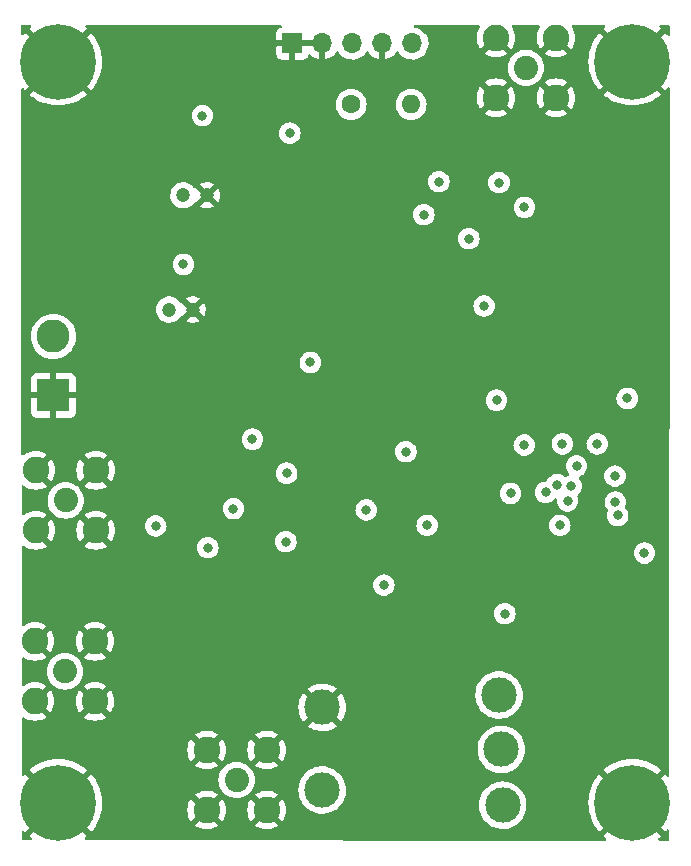
<source format=gbr>
%TF.GenerationSoftware,KiCad,Pcbnew,(6.0.9)*%
%TF.CreationDate,2023-01-25T17:31:36+01:00*%
%TF.ProjectId,sdrt41-tx,73647274-3431-42d7-9478-2e6b69636164,rev?*%
%TF.SameCoordinates,Original*%
%TF.FileFunction,Copper,L2,Inr*%
%TF.FilePolarity,Positive*%
%FSLAX46Y46*%
G04 Gerber Fmt 4.6, Leading zero omitted, Abs format (unit mm)*
G04 Created by KiCad (PCBNEW (6.0.9)) date 2023-01-25 17:31:36*
%MOMM*%
%LPD*%
G01*
G04 APERTURE LIST*
%TA.AperFunction,ComponentPad*%
%ADD10R,2.800000X2.800000*%
%TD*%
%TA.AperFunction,ComponentPad*%
%ADD11C,2.800000*%
%TD*%
%TA.AperFunction,ComponentPad*%
%ADD12C,1.200000*%
%TD*%
%TA.AperFunction,ComponentPad*%
%ADD13C,6.400000*%
%TD*%
%TA.AperFunction,ComponentPad*%
%ADD14C,0.800000*%
%TD*%
%TA.AperFunction,ComponentPad*%
%ADD15C,2.050000*%
%TD*%
%TA.AperFunction,ComponentPad*%
%ADD16C,2.250000*%
%TD*%
%TA.AperFunction,ComponentPad*%
%ADD17R,1.700000X1.700000*%
%TD*%
%TA.AperFunction,ComponentPad*%
%ADD18O,1.700000X1.700000*%
%TD*%
%TA.AperFunction,ComponentPad*%
%ADD19C,1.600000*%
%TD*%
%TA.AperFunction,ComponentPad*%
%ADD20O,1.600000X1.600000*%
%TD*%
%TA.AperFunction,ComponentPad*%
%ADD21C,3.000000*%
%TD*%
%TA.AperFunction,ViaPad*%
%ADD22C,0.800000*%
%TD*%
G04 APERTURE END LIST*
D10*
%TO.N,GND*%
%TO.C,J6*%
X83190400Y-81849600D03*
D11*
%TO.N,Net-(C33-Pad1)*%
X83190400Y-76849600D03*
%TD*%
D12*
%TO.N,Net-(C33-Pad1)*%
%TO.C,C33*%
X92980000Y-74574400D03*
%TO.N,GND*%
X94980000Y-74574400D03*
%TD*%
D13*
%TO.N,GND*%
%TO.C,H1*%
X83600000Y-116350000D03*
D14*
X81902944Y-114652944D03*
X83600000Y-118750000D03*
X81200000Y-116350000D03*
X86000000Y-116350000D03*
X83600000Y-113950000D03*
X85297056Y-118047056D03*
X85297056Y-114652944D03*
X81902944Y-118047056D03*
%TD*%
%TO.N,GND*%
%TO.C,H4*%
X81902944Y-51877944D03*
X83600000Y-51175000D03*
X85297056Y-51877944D03*
X83600000Y-55975000D03*
X81200000Y-53575000D03*
X81902944Y-55272056D03*
X86000000Y-53575000D03*
X85297056Y-55272056D03*
D13*
X83600000Y-53575000D03*
%TD*%
D15*
%TO.N,Net-(C4-Pad2)*%
%TO.C,J1*%
X84226400Y-90728800D03*
D16*
%TO.N,GND*%
X81686400Y-88188800D03*
X86766400Y-93268800D03*
X81686400Y-93268800D03*
X86766400Y-88188800D03*
%TD*%
D17*
%TO.N,GND*%
%TO.C,J3*%
X103425000Y-52050000D03*
D18*
X105965000Y-52050000D03*
%TO.N,rx-tx*%
X108505000Y-52050000D03*
%TO.N,GND*%
X111045000Y-52050000D03*
%TO.N,Net-(C2-Pad1)*%
X113585000Y-52050000D03*
%TD*%
D15*
%TO.N,Net-(J4-Pad1)*%
%TO.C,J4*%
X98700000Y-114400000D03*
D16*
%TO.N,GND*%
X101240000Y-116940000D03*
X96160000Y-116940000D03*
X96160000Y-111860000D03*
X101240000Y-111860000D03*
%TD*%
D15*
%TO.N,Net-(C5-Pad2)*%
%TO.C,J2*%
X84175600Y-105206800D03*
D16*
%TO.N,GND*%
X81635600Y-102666800D03*
X86715600Y-107746800D03*
X81635600Y-107746800D03*
X86715600Y-102666800D03*
%TD*%
D19*
%TO.N,+5V*%
%TO.C,L1*%
X108395000Y-57200000D03*
D20*
%TO.N,Net-(C2-Pad1)*%
X113475000Y-57200000D03*
%TD*%
D13*
%TO.N,GND*%
%TO.C,H2*%
X132200000Y-53575000D03*
D14*
X129800000Y-53575000D03*
X130502944Y-55272056D03*
X132200000Y-51175000D03*
X130502944Y-51877944D03*
X132200000Y-55975000D03*
X134600000Y-53575000D03*
X133897056Y-55272056D03*
X133897056Y-51877944D03*
%TD*%
%TO.N,GND*%
%TO.C,H3*%
X132200000Y-118750000D03*
X129800000Y-116350000D03*
X132200000Y-113950000D03*
X133897056Y-114652944D03*
D13*
X132200000Y-116350000D03*
D14*
X134600000Y-116350000D03*
X133897056Y-118047056D03*
X130502944Y-118047056D03*
X130502944Y-114652944D03*
%TD*%
D15*
%TO.N,Net-(C8-Pad1)*%
%TO.C,J5*%
X123190000Y-54102000D03*
D16*
%TO.N,GND*%
X125730000Y-56642000D03*
X120650000Y-51562000D03*
X120650000Y-56642000D03*
X125730000Y-51562000D03*
%TD*%
D21*
%TO.N,GND*%
%TO.C,T1*%
X105947500Y-108250000D03*
%TO.N,Net-(J4-Pad1)*%
X105947500Y-115250000D03*
%TO.N,Net-(T1-Pad3)*%
X121227500Y-116540000D03*
%TO.N,Net-(C30-Pad2)*%
X121107500Y-111810000D03*
%TO.N,Net-(T1-Pad5)*%
X120917500Y-107210000D03*
%TD*%
D12*
%TO.N,+5V*%
%TO.C,C1*%
X94200000Y-64900000D03*
%TO.N,GND*%
X96200000Y-64900000D03*
%TD*%
D22*
%TO.N,+5V*%
X95808800Y-58166000D03*
X131775200Y-82092800D03*
X113030000Y-86614000D03*
X96266000Y-94742000D03*
X94200000Y-70750000D03*
%TO.N,GND*%
X129209800Y-82626200D03*
X88900000Y-52070000D03*
X134620000Y-101600000D03*
X100330000Y-95250000D03*
X128524000Y-100330000D03*
X106680000Y-85090000D03*
X92710000Y-52070000D03*
X134620000Y-91440000D03*
X109220000Y-73660000D03*
X99822000Y-87630000D03*
X88900000Y-58420000D03*
X93980000Y-107950000D03*
X123342400Y-94437200D03*
X134620000Y-60960000D03*
X90170000Y-107950000D03*
X101600000Y-73660000D03*
X111760000Y-95250000D03*
X104140000Y-73660000D03*
X107518200Y-92862400D03*
X134670800Y-88036400D03*
X99060000Y-73660000D03*
X129286000Y-103124000D03*
X85090000Y-58420000D03*
X101600000Y-107950000D03*
X81280000Y-60960000D03*
X106172000Y-88392000D03*
X134620000Y-96520000D03*
X112268000Y-60452000D03*
X134620000Y-81280000D03*
X94996000Y-52578000D03*
X134620000Y-68580000D03*
X97790000Y-107950000D03*
X134620000Y-111760000D03*
X104140000Y-85090000D03*
X121920000Y-71120000D03*
X118364000Y-60833000D03*
X111760000Y-73660000D03*
X126873000Y-65786000D03*
X98298000Y-97536000D03*
X127000000Y-68580000D03*
X114173000Y-84023200D03*
X127000000Y-78740000D03*
X107950000Y-95250000D03*
X110236000Y-66040000D03*
X134620000Y-106680000D03*
X116840000Y-72009000D03*
X81280000Y-64770000D03*
X115570000Y-95250000D03*
X134620000Y-76200000D03*
X98044000Y-52578000D03*
%TO.N,Net-(C10-Pad2)*%
X114833400Y-92837000D03*
X109675000Y-91535000D03*
X102936000Y-88432000D03*
%TO.N,Net-(C13-Pad1)*%
X91850000Y-92900000D03*
X102870000Y-94234000D03*
%TO.N,Net-(C23-Pad2)*%
X133223000Y-95189000D03*
X121412000Y-100330000D03*
X130759200Y-90881200D03*
X126720600Y-90779600D03*
%TO.N,Net-(C24-Pad2)*%
X123050000Y-86050000D03*
X126060200Y-92837000D03*
X124866400Y-90043000D03*
X104937500Y-79050000D03*
%TO.N,Net-(C25-Pad2)*%
X120712500Y-82250000D03*
X126275489Y-85941511D03*
X127025400Y-89535000D03*
%TO.N,Net-(C26-Pad2)*%
X111162500Y-97900000D03*
X121894600Y-90144600D03*
X130962400Y-91998800D03*
%TO.N,Net-(C28-Pad2)*%
X129235200Y-85953600D03*
X103200200Y-59639200D03*
X127482600Y-87821100D03*
%TO.N,Net-(TP1-Pad1)*%
X125831600Y-89399500D03*
X119650000Y-74262500D03*
%TO.N,Net-(U4-Pad2)*%
X120910000Y-63825000D03*
X114554000Y-66548000D03*
%TO.N,Net-(U4-Pad12)*%
X115824000Y-63754000D03*
X118364000Y-68580000D03*
%TO.N,Net-(C12-Pad2)*%
X100037500Y-85550000D03*
X98425000Y-91440000D03*
%TO.N,Net-(TP2-Pad1)*%
X130733800Y-88671400D03*
X123063000Y-65913000D03*
%TD*%
%TA.AperFunction,Conductor*%
%TO.N,GND*%
G36*
X81268794Y-50478502D02*
G01*
X81315287Y-50532158D01*
X81325391Y-50602432D01*
X81295897Y-50667012D01*
X81279968Y-50682420D01*
X81176165Y-50766478D01*
X81167700Y-50778733D01*
X81174034Y-50789824D01*
X83587188Y-53202978D01*
X83601132Y-53210592D01*
X83602965Y-53210461D01*
X83609580Y-53206210D01*
X86025100Y-50790690D01*
X86032241Y-50777614D01*
X86024784Y-50767247D01*
X85920032Y-50682420D01*
X85879680Y-50624006D01*
X85877316Y-50553048D01*
X85913688Y-50492077D01*
X85977251Y-50460449D01*
X85999327Y-50458500D01*
X102410603Y-50458500D01*
X102478724Y-50478502D01*
X102525217Y-50532158D01*
X102535321Y-50602432D01*
X102505827Y-50667012D01*
X102454833Y-50702482D01*
X102336946Y-50746676D01*
X102321351Y-50755214D01*
X102219276Y-50831715D01*
X102206715Y-50844276D01*
X102130214Y-50946351D01*
X102121676Y-50961946D01*
X102076522Y-51082394D01*
X102072895Y-51097649D01*
X102067369Y-51148514D01*
X102067000Y-51155328D01*
X102067000Y-51777885D01*
X102071475Y-51793124D01*
X102072865Y-51794329D01*
X102080548Y-51796000D01*
X106093000Y-51796000D01*
X106161121Y-51816002D01*
X106207614Y-51869658D01*
X106219000Y-51922000D01*
X106219000Y-53368517D01*
X106223064Y-53382359D01*
X106236478Y-53384393D01*
X106243184Y-53383534D01*
X106253262Y-53381392D01*
X106457255Y-53320191D01*
X106466842Y-53316433D01*
X106658095Y-53222739D01*
X106666945Y-53217464D01*
X106840328Y-53093792D01*
X106848200Y-53087139D01*
X106999052Y-52936812D01*
X107005730Y-52928965D01*
X107133022Y-52751819D01*
X107134279Y-52752722D01*
X107181373Y-52709362D01*
X107251311Y-52697145D01*
X107316751Y-52724678D01*
X107344579Y-52756511D01*
X107404987Y-52855088D01*
X107551250Y-53023938D01*
X107723126Y-53166632D01*
X107916000Y-53279338D01*
X108124692Y-53359030D01*
X108129760Y-53360061D01*
X108129763Y-53360062D01*
X108224862Y-53379410D01*
X108343597Y-53403567D01*
X108348772Y-53403757D01*
X108348774Y-53403757D01*
X108561673Y-53411564D01*
X108561677Y-53411564D01*
X108566837Y-53411753D01*
X108571957Y-53411097D01*
X108571959Y-53411097D01*
X108783288Y-53384025D01*
X108783289Y-53384025D01*
X108788416Y-53383368D01*
X108793366Y-53381883D01*
X108997429Y-53320661D01*
X108997434Y-53320659D01*
X109002384Y-53319174D01*
X109202994Y-53220896D01*
X109384860Y-53091173D01*
X109543096Y-52933489D01*
X109572435Y-52892660D01*
X109673453Y-52752077D01*
X109674640Y-52752930D01*
X109721960Y-52709362D01*
X109791897Y-52697145D01*
X109857338Y-52724678D01*
X109885166Y-52756511D01*
X109942694Y-52850388D01*
X109948777Y-52858699D01*
X110088213Y-53019667D01*
X110095580Y-53026883D01*
X110259434Y-53162916D01*
X110267881Y-53168831D01*
X110451756Y-53276279D01*
X110461042Y-53280729D01*
X110660001Y-53356703D01*
X110669899Y-53359579D01*
X110773250Y-53380606D01*
X110787299Y-53379410D01*
X110791000Y-53369065D01*
X110791000Y-51922000D01*
X110811002Y-51853879D01*
X110864658Y-51807386D01*
X110917000Y-51796000D01*
X111173000Y-51796000D01*
X111241121Y-51816002D01*
X111287614Y-51869658D01*
X111299000Y-51922000D01*
X111299000Y-53368517D01*
X111303064Y-53382359D01*
X111316478Y-53384393D01*
X111323184Y-53383534D01*
X111333262Y-53381392D01*
X111537255Y-53320191D01*
X111546842Y-53316433D01*
X111738095Y-53222739D01*
X111746945Y-53217464D01*
X111920328Y-53093792D01*
X111928200Y-53087139D01*
X112079052Y-52936812D01*
X112085730Y-52928965D01*
X112213022Y-52751819D01*
X112214279Y-52752722D01*
X112261373Y-52709362D01*
X112331311Y-52697145D01*
X112396751Y-52724678D01*
X112424579Y-52756511D01*
X112484987Y-52855088D01*
X112631250Y-53023938D01*
X112803126Y-53166632D01*
X112996000Y-53279338D01*
X113204692Y-53359030D01*
X113209760Y-53360061D01*
X113209763Y-53360062D01*
X113304862Y-53379410D01*
X113423597Y-53403567D01*
X113428772Y-53403757D01*
X113428774Y-53403757D01*
X113641673Y-53411564D01*
X113641677Y-53411564D01*
X113646837Y-53411753D01*
X113651957Y-53411097D01*
X113651959Y-53411097D01*
X113863288Y-53384025D01*
X113863289Y-53384025D01*
X113868416Y-53383368D01*
X113873366Y-53381883D01*
X114077429Y-53320661D01*
X114077434Y-53320659D01*
X114082384Y-53319174D01*
X114282994Y-53220896D01*
X114464860Y-53091173D01*
X114623096Y-52933489D01*
X114652435Y-52892660D01*
X114656882Y-52886471D01*
X119690884Y-52886471D01*
X119694570Y-52891740D01*
X119902121Y-53018927D01*
X119910915Y-53023408D01*
X120139242Y-53117984D01*
X120148627Y-53121033D01*
X120388940Y-53178728D01*
X120398687Y-53180271D01*
X120645070Y-53199662D01*
X120654930Y-53199662D01*
X120901313Y-53180271D01*
X120911060Y-53178728D01*
X121151373Y-53121033D01*
X121160758Y-53117984D01*
X121389085Y-53023408D01*
X121397879Y-53018927D01*
X121603928Y-52892660D01*
X121609190Y-52884599D01*
X121603183Y-52874393D01*
X120662812Y-51934022D01*
X120648868Y-51926408D01*
X120647035Y-51926539D01*
X120640420Y-51930790D01*
X119698276Y-52872934D01*
X119690884Y-52886471D01*
X114656882Y-52886471D01*
X114750435Y-52756277D01*
X114753453Y-52752077D01*
X114763665Y-52731416D01*
X114850136Y-52556453D01*
X114850137Y-52556451D01*
X114852430Y-52551811D01*
X114917370Y-52338069D01*
X114946529Y-52116590D01*
X114947829Y-52063373D01*
X114948074Y-52053365D01*
X114948074Y-52053361D01*
X114948156Y-52050000D01*
X114929852Y-51827361D01*
X114875431Y-51610702D01*
X114786354Y-51405840D01*
X114696677Y-51267220D01*
X114667822Y-51222617D01*
X114667820Y-51222614D01*
X114665014Y-51218277D01*
X114514670Y-51053051D01*
X114510619Y-51049852D01*
X114510615Y-51049848D01*
X114343414Y-50917800D01*
X114343410Y-50917798D01*
X114339359Y-50914598D01*
X114303028Y-50894542D01*
X114211970Y-50844276D01*
X114143789Y-50806638D01*
X114138920Y-50804914D01*
X114138916Y-50804912D01*
X113938087Y-50733795D01*
X113938083Y-50733794D01*
X113933212Y-50732069D01*
X113928119Y-50731162D01*
X113928116Y-50731161D01*
X113801160Y-50708547D01*
X113737602Y-50676909D01*
X113701239Y-50615932D01*
X113703616Y-50544975D01*
X113743977Y-50486567D01*
X113809509Y-50459252D01*
X113823256Y-50458500D01*
X119186008Y-50458500D01*
X119254129Y-50478502D01*
X119300622Y-50532158D01*
X119310726Y-50602432D01*
X119293441Y-50650335D01*
X119193073Y-50814121D01*
X119188592Y-50822915D01*
X119094016Y-51051242D01*
X119090967Y-51060627D01*
X119033272Y-51300940D01*
X119031729Y-51310687D01*
X119012338Y-51557070D01*
X119012338Y-51566930D01*
X119031729Y-51813313D01*
X119033272Y-51823060D01*
X119090967Y-52063373D01*
X119094016Y-52072758D01*
X119188592Y-52301085D01*
X119193073Y-52309879D01*
X119319340Y-52515928D01*
X119327401Y-52521190D01*
X119337607Y-52515183D01*
X120560905Y-51291885D01*
X120623217Y-51257859D01*
X120694032Y-51262924D01*
X120739095Y-51291885D01*
X121960934Y-52513724D01*
X121974471Y-52521116D01*
X121979740Y-52517430D01*
X122106927Y-52309879D01*
X122111408Y-52301085D01*
X122205984Y-52072758D01*
X122209033Y-52063373D01*
X122266728Y-51823060D01*
X122268271Y-51813313D01*
X122287662Y-51566930D01*
X122287662Y-51557070D01*
X122268271Y-51310687D01*
X122266728Y-51300940D01*
X122209033Y-51060627D01*
X122205984Y-51051242D01*
X122111408Y-50822915D01*
X122106927Y-50814121D01*
X122006559Y-50650335D01*
X121988021Y-50581801D01*
X122009477Y-50514124D01*
X122064117Y-50468792D01*
X122113992Y-50458500D01*
X124266008Y-50458500D01*
X124334129Y-50478502D01*
X124380622Y-50532158D01*
X124390726Y-50602432D01*
X124373441Y-50650335D01*
X124273073Y-50814121D01*
X124268592Y-50822915D01*
X124174016Y-51051242D01*
X124170967Y-51060627D01*
X124113272Y-51300940D01*
X124111729Y-51310687D01*
X124092338Y-51557070D01*
X124092338Y-51566930D01*
X124111729Y-51813313D01*
X124113272Y-51823060D01*
X124170967Y-52063373D01*
X124174016Y-52072758D01*
X124268592Y-52301085D01*
X124273073Y-52309879D01*
X124399340Y-52515928D01*
X124407401Y-52521190D01*
X124417607Y-52515183D01*
X125640905Y-51291885D01*
X125703217Y-51257859D01*
X125774032Y-51262924D01*
X125819095Y-51291885D01*
X127040934Y-52513724D01*
X127054471Y-52521116D01*
X127059740Y-52517430D01*
X127186927Y-52309879D01*
X127191408Y-52301085D01*
X127285984Y-52072758D01*
X127289033Y-52063373D01*
X127346728Y-51823060D01*
X127348271Y-51813313D01*
X127367662Y-51566930D01*
X127367662Y-51557070D01*
X127348271Y-51310687D01*
X127346728Y-51300940D01*
X127289033Y-51060627D01*
X127285984Y-51051242D01*
X127191408Y-50822915D01*
X127186927Y-50814121D01*
X127086559Y-50650335D01*
X127068021Y-50581801D01*
X127089477Y-50514124D01*
X127144117Y-50468792D01*
X127193992Y-50458500D01*
X129800673Y-50458500D01*
X129868794Y-50478502D01*
X129915287Y-50532158D01*
X129925391Y-50602432D01*
X129895897Y-50667012D01*
X129879968Y-50682420D01*
X129776165Y-50766478D01*
X129767700Y-50778733D01*
X129774034Y-50789824D01*
X132187188Y-53202978D01*
X132201132Y-53210592D01*
X132202965Y-53210461D01*
X132209580Y-53206210D01*
X134625100Y-50790690D01*
X134632241Y-50777614D01*
X134624784Y-50767247D01*
X134520032Y-50682420D01*
X134479680Y-50624006D01*
X134477316Y-50553048D01*
X134513688Y-50492077D01*
X134577251Y-50460449D01*
X134599327Y-50458500D01*
X135265047Y-50458500D01*
X135333168Y-50478502D01*
X135379661Y-50532158D01*
X135391047Y-50584590D01*
X135390560Y-51267220D01*
X135370509Y-51335326D01*
X135316821Y-51381781D01*
X135246539Y-51391835D01*
X135181980Y-51362296D01*
X135166640Y-51346424D01*
X135008523Y-51151167D01*
X134996267Y-51142700D01*
X134985176Y-51149034D01*
X132572022Y-53562188D01*
X132564408Y-53576132D01*
X132564539Y-53577965D01*
X132568790Y-53584580D01*
X134984310Y-56000100D01*
X134997386Y-56007241D01*
X135007755Y-55999783D01*
X135163345Y-55807645D01*
X135221759Y-55767293D01*
X135292716Y-55764927D01*
X135353688Y-55801300D01*
X135385316Y-55864863D01*
X135387265Y-55887029D01*
X135345824Y-113986976D01*
X135325773Y-114055082D01*
X135272085Y-114101537D01*
X135201803Y-114111591D01*
X135137244Y-114082052D01*
X135121904Y-114066180D01*
X135008523Y-113926167D01*
X134996267Y-113917700D01*
X134985176Y-113924034D01*
X132572022Y-116337188D01*
X132564408Y-116351132D01*
X132564539Y-116352965D01*
X132568790Y-116359580D01*
X134984310Y-118775100D01*
X134997386Y-118782241D01*
X135007753Y-118774784D01*
X135118531Y-118637985D01*
X135176945Y-118597633D01*
X135247902Y-118595268D01*
X135308874Y-118631641D01*
X135340502Y-118695204D01*
X135342451Y-118717364D01*
X135342026Y-119312241D01*
X135341953Y-119415022D01*
X135321902Y-119483128D01*
X135268213Y-119529583D01*
X135215840Y-119540932D01*
X135014173Y-119540752D01*
X134508078Y-119540299D01*
X134439977Y-119520236D01*
X134393533Y-119466539D01*
X134383492Y-119396256D01*
X134413042Y-119331701D01*
X134428898Y-119316379D01*
X134623835Y-119158522D01*
X134632300Y-119146267D01*
X134625966Y-119135176D01*
X132212812Y-116722022D01*
X132198868Y-116714408D01*
X132197035Y-116714539D01*
X132190420Y-116718790D01*
X129774900Y-119134310D01*
X129767759Y-119147386D01*
X129775216Y-119157753D01*
X129965992Y-119312241D01*
X130006344Y-119370655D01*
X130008709Y-119441612D01*
X129972336Y-119502584D01*
X129908773Y-119534212D01*
X129886584Y-119536161D01*
X85961751Y-119496837D01*
X85893648Y-119476774D01*
X85847204Y-119423077D01*
X85837163Y-119352794D01*
X85866713Y-119288239D01*
X85882569Y-119272917D01*
X86023835Y-119158522D01*
X86032300Y-119146267D01*
X86025966Y-119135176D01*
X83612812Y-116722022D01*
X83598868Y-116714408D01*
X83597035Y-116714539D01*
X83590420Y-116718790D01*
X81174900Y-119134310D01*
X81167759Y-119147386D01*
X81175216Y-119157753D01*
X81312204Y-119268684D01*
X81352556Y-119327098D01*
X81354921Y-119398055D01*
X81318548Y-119459027D01*
X81254985Y-119490655D01*
X81232799Y-119492604D01*
X80633933Y-119492068D01*
X80565831Y-119472005D01*
X80519387Y-119418308D01*
X80508047Y-119366158D01*
X80507628Y-118779212D01*
X80527581Y-118711078D01*
X80581204Y-118664547D01*
X80651471Y-118654393D01*
X80716072Y-118683840D01*
X80731548Y-118699828D01*
X80791478Y-118773834D01*
X80803733Y-118782300D01*
X80814824Y-118775966D01*
X83227978Y-116362812D01*
X83234356Y-116351132D01*
X83964408Y-116351132D01*
X83964539Y-116352965D01*
X83968790Y-116359580D01*
X86384310Y-118775100D01*
X86397386Y-118782241D01*
X86407753Y-118774784D01*
X86601877Y-118535061D01*
X86605747Y-118529735D01*
X86778011Y-118264471D01*
X95200884Y-118264471D01*
X95204570Y-118269740D01*
X95412121Y-118396927D01*
X95420915Y-118401408D01*
X95649242Y-118495984D01*
X95658627Y-118499033D01*
X95898940Y-118556728D01*
X95908687Y-118558271D01*
X96155070Y-118577662D01*
X96164930Y-118577662D01*
X96411313Y-118558271D01*
X96421060Y-118556728D01*
X96661373Y-118499033D01*
X96670758Y-118495984D01*
X96899085Y-118401408D01*
X96907879Y-118396927D01*
X97113928Y-118270660D01*
X97117968Y-118264471D01*
X100280884Y-118264471D01*
X100284570Y-118269740D01*
X100492121Y-118396927D01*
X100500915Y-118401408D01*
X100729242Y-118495984D01*
X100738627Y-118499033D01*
X100978940Y-118556728D01*
X100988687Y-118558271D01*
X101235070Y-118577662D01*
X101244930Y-118577662D01*
X101491313Y-118558271D01*
X101501060Y-118556728D01*
X101741373Y-118499033D01*
X101750758Y-118495984D01*
X101979085Y-118401408D01*
X101987879Y-118396927D01*
X102193928Y-118270660D01*
X102199190Y-118262599D01*
X102193183Y-118252393D01*
X101252812Y-117312022D01*
X101238868Y-117304408D01*
X101237035Y-117304539D01*
X101230420Y-117308790D01*
X100288276Y-118250934D01*
X100280884Y-118264471D01*
X97117968Y-118264471D01*
X97119190Y-118262599D01*
X97113183Y-118252393D01*
X96172812Y-117312022D01*
X96158868Y-117304408D01*
X96157035Y-117304539D01*
X96150420Y-117308790D01*
X95208276Y-118250934D01*
X95200884Y-118264471D01*
X86778011Y-118264471D01*
X86813831Y-118209313D01*
X86817128Y-118203603D01*
X86990578Y-117863189D01*
X86993260Y-117857164D01*
X87130171Y-117500498D01*
X87132212Y-117494216D01*
X87231094Y-117125184D01*
X87232465Y-117118734D01*
X87259993Y-116944930D01*
X94522338Y-116944930D01*
X94541729Y-117191313D01*
X94543272Y-117201060D01*
X94600967Y-117441373D01*
X94604016Y-117450758D01*
X94698592Y-117679085D01*
X94703073Y-117687879D01*
X94829340Y-117893928D01*
X94837401Y-117899190D01*
X94847607Y-117893183D01*
X95787978Y-116952812D01*
X95794356Y-116941132D01*
X96524408Y-116941132D01*
X96524539Y-116942965D01*
X96528790Y-116949580D01*
X97470934Y-117891724D01*
X97484471Y-117899116D01*
X97489740Y-117895430D01*
X97616927Y-117687879D01*
X97621408Y-117679085D01*
X97715984Y-117450758D01*
X97719033Y-117441373D01*
X97776728Y-117201060D01*
X97778271Y-117191313D01*
X97797662Y-116944930D01*
X99602338Y-116944930D01*
X99621729Y-117191313D01*
X99623272Y-117201060D01*
X99680967Y-117441373D01*
X99684016Y-117450758D01*
X99778592Y-117679085D01*
X99783073Y-117687879D01*
X99909340Y-117893928D01*
X99917401Y-117899190D01*
X99927607Y-117893183D01*
X100867978Y-116952812D01*
X100874356Y-116941132D01*
X101604408Y-116941132D01*
X101604539Y-116942965D01*
X101608790Y-116949580D01*
X102550934Y-117891724D01*
X102564471Y-117899116D01*
X102569740Y-117895430D01*
X102696927Y-117687879D01*
X102701408Y-117679085D01*
X102795984Y-117450758D01*
X102799033Y-117441373D01*
X102856728Y-117201060D01*
X102858271Y-117191313D01*
X102877662Y-116944930D01*
X102877662Y-116935070D01*
X102858271Y-116688687D01*
X102856728Y-116678940D01*
X102799033Y-116438627D01*
X102795984Y-116429242D01*
X102701408Y-116200915D01*
X102696927Y-116192121D01*
X102570660Y-115986072D01*
X102562599Y-115980810D01*
X102552393Y-115986817D01*
X101612022Y-116927188D01*
X101604408Y-116941132D01*
X100874356Y-116941132D01*
X100875592Y-116938868D01*
X100875461Y-116937035D01*
X100871210Y-116930420D01*
X99929066Y-115988276D01*
X99915529Y-115980884D01*
X99910260Y-115984570D01*
X99783073Y-116192121D01*
X99778592Y-116200915D01*
X99684016Y-116429242D01*
X99680967Y-116438627D01*
X99623272Y-116678940D01*
X99621729Y-116688687D01*
X99602338Y-116935070D01*
X99602338Y-116944930D01*
X97797662Y-116944930D01*
X97797662Y-116935070D01*
X97778271Y-116688687D01*
X97776728Y-116678940D01*
X97719033Y-116438627D01*
X97715984Y-116429242D01*
X97621408Y-116200915D01*
X97616927Y-116192121D01*
X97490660Y-115986072D01*
X97482599Y-115980810D01*
X97472393Y-115986817D01*
X96532022Y-116927188D01*
X96524408Y-116941132D01*
X95794356Y-116941132D01*
X95795592Y-116938868D01*
X95795461Y-116937035D01*
X95791210Y-116930420D01*
X94849066Y-115988276D01*
X94835529Y-115980884D01*
X94830260Y-115984570D01*
X94703073Y-116192121D01*
X94698592Y-116200915D01*
X94604016Y-116429242D01*
X94600967Y-116438627D01*
X94543272Y-116678940D01*
X94541729Y-116688687D01*
X94522338Y-116935070D01*
X94522338Y-116944930D01*
X87259993Y-116944930D01*
X87292234Y-116741371D01*
X87292920Y-116734833D01*
X87312916Y-116353301D01*
X87312916Y-116346699D01*
X87292920Y-115965167D01*
X87292234Y-115958629D01*
X87238188Y-115617401D01*
X95200810Y-115617401D01*
X95206817Y-115627607D01*
X96147188Y-116567978D01*
X96161132Y-116575592D01*
X96162965Y-116575461D01*
X96169580Y-116571210D01*
X97111724Y-115629066D01*
X97119116Y-115615529D01*
X97115430Y-115610260D01*
X96907879Y-115483073D01*
X96899085Y-115478592D01*
X96670758Y-115384016D01*
X96661373Y-115380967D01*
X96421060Y-115323272D01*
X96411313Y-115321729D01*
X96164930Y-115302338D01*
X96155070Y-115302338D01*
X95908687Y-115321729D01*
X95898940Y-115323272D01*
X95658627Y-115380967D01*
X95649242Y-115384016D01*
X95420915Y-115478592D01*
X95412121Y-115483073D01*
X95206072Y-115609340D01*
X95200810Y-115617401D01*
X87238188Y-115617401D01*
X87232465Y-115581266D01*
X87231094Y-115574816D01*
X87132212Y-115205784D01*
X87130171Y-115199502D01*
X86993260Y-114842836D01*
X86990578Y-114836811D01*
X86817128Y-114496397D01*
X86813831Y-114490687D01*
X86754938Y-114400000D01*
X97161758Y-114400000D01*
X97180696Y-114640634D01*
X97181850Y-114645441D01*
X97181851Y-114645447D01*
X97197016Y-114708612D01*
X97237045Y-114875343D01*
X97238938Y-114879914D01*
X97238939Y-114879916D01*
X97317562Y-115069728D01*
X97329416Y-115098347D01*
X97455536Y-115304156D01*
X97612299Y-115487701D01*
X97795844Y-115644464D01*
X98001653Y-115770584D01*
X98006223Y-115772477D01*
X98006227Y-115772479D01*
X98159328Y-115835895D01*
X98224657Y-115862955D01*
X98307039Y-115882733D01*
X98454553Y-115918149D01*
X98454559Y-115918150D01*
X98459366Y-115919304D01*
X98700000Y-115938242D01*
X98940634Y-115919304D01*
X98945441Y-115918150D01*
X98945447Y-115918149D01*
X99092961Y-115882733D01*
X99175343Y-115862955D01*
X99240672Y-115835895D01*
X99393773Y-115772479D01*
X99393777Y-115772477D01*
X99398347Y-115770584D01*
X99604156Y-115644464D01*
X99635843Y-115617401D01*
X100280810Y-115617401D01*
X100286817Y-115627607D01*
X101227188Y-116567978D01*
X101241132Y-116575592D01*
X101242965Y-116575461D01*
X101249580Y-116571210D01*
X102191724Y-115629066D01*
X102199116Y-115615529D01*
X102195430Y-115610260D01*
X101987879Y-115483073D01*
X101979085Y-115478592D01*
X101750758Y-115384016D01*
X101741373Y-115380967D01*
X101501060Y-115323272D01*
X101491313Y-115321729D01*
X101244930Y-115302338D01*
X101235070Y-115302338D01*
X100988687Y-115321729D01*
X100978940Y-115323272D01*
X100738627Y-115380967D01*
X100729242Y-115384016D01*
X100500915Y-115478592D01*
X100492121Y-115483073D01*
X100286072Y-115609340D01*
X100280810Y-115617401D01*
X99635843Y-115617401D01*
X99787701Y-115487701D01*
X99944464Y-115304156D01*
X99990570Y-115228918D01*
X103934417Y-115228918D01*
X103950182Y-115502320D01*
X103951007Y-115506525D01*
X103951008Y-115506533D01*
X103972760Y-115617401D01*
X104002905Y-115771053D01*
X104004292Y-115775103D01*
X104004293Y-115775108D01*
X104080816Y-115998612D01*
X104091612Y-116030144D01*
X104093539Y-116033975D01*
X104198024Y-116241721D01*
X104214660Y-116274799D01*
X104217086Y-116278328D01*
X104217089Y-116278334D01*
X104275150Y-116362812D01*
X104369774Y-116500490D01*
X104372661Y-116503663D01*
X104372662Y-116503664D01*
X104403468Y-116537519D01*
X104554082Y-116703043D01*
X104764175Y-116878707D01*
X104767816Y-116880991D01*
X104992524Y-117021951D01*
X104992528Y-117021953D01*
X104996164Y-117024234D01*
X105077709Y-117061053D01*
X105241845Y-117135164D01*
X105241849Y-117135166D01*
X105245757Y-117136930D01*
X105249877Y-117138150D01*
X105249876Y-117138150D01*
X105504223Y-117213491D01*
X105504227Y-117213492D01*
X105508336Y-117214709D01*
X105512570Y-117215357D01*
X105512575Y-117215358D01*
X105774798Y-117255483D01*
X105774800Y-117255483D01*
X105779040Y-117256132D01*
X105918412Y-117258322D01*
X106048571Y-117260367D01*
X106048577Y-117260367D01*
X106052862Y-117260434D01*
X106324735Y-117227534D01*
X106589627Y-117158041D01*
X106593587Y-117156401D01*
X106593592Y-117156399D01*
X106716132Y-117105641D01*
X106842636Y-117053241D01*
X106960859Y-116984157D01*
X107075379Y-116917237D01*
X107075380Y-116917236D01*
X107079082Y-116915073D01*
X107294589Y-116746094D01*
X107317917Y-116722022D01*
X107482186Y-116552509D01*
X107485169Y-116549431D01*
X107487702Y-116545983D01*
X107487706Y-116545978D01*
X107507583Y-116518918D01*
X119214417Y-116518918D01*
X119230182Y-116792320D01*
X119231007Y-116796525D01*
X119231008Y-116796533D01*
X119256642Y-116927188D01*
X119282905Y-117061053D01*
X119284292Y-117065103D01*
X119284293Y-117065108D01*
X119368831Y-117312022D01*
X119371612Y-117320144D01*
X119494660Y-117564799D01*
X119497086Y-117568328D01*
X119497089Y-117568334D01*
X119573207Y-117679085D01*
X119649774Y-117790490D01*
X119652661Y-117793663D01*
X119652662Y-117793664D01*
X119748615Y-117899116D01*
X119834082Y-117993043D01*
X120044175Y-118168707D01*
X120047816Y-118170991D01*
X120272524Y-118311951D01*
X120272528Y-118311953D01*
X120276164Y-118314234D01*
X120344044Y-118344883D01*
X120521845Y-118425164D01*
X120521849Y-118425166D01*
X120525757Y-118426930D01*
X120529877Y-118428150D01*
X120529876Y-118428150D01*
X120784223Y-118503491D01*
X120784227Y-118503492D01*
X120788336Y-118504709D01*
X120792570Y-118505357D01*
X120792575Y-118505358D01*
X121054798Y-118545483D01*
X121054800Y-118545483D01*
X121059040Y-118546132D01*
X121198412Y-118548322D01*
X121328571Y-118550367D01*
X121328577Y-118550367D01*
X121332862Y-118550434D01*
X121604735Y-118517534D01*
X121869627Y-118448041D01*
X121873587Y-118446401D01*
X121873592Y-118446399D01*
X121996132Y-118395641D01*
X122122636Y-118343241D01*
X122359082Y-118205073D01*
X122574589Y-118036094D01*
X122616309Y-117993043D01*
X122742146Y-117863189D01*
X122765169Y-117839431D01*
X122767702Y-117835983D01*
X122767706Y-117835978D01*
X122924757Y-117622178D01*
X122927295Y-117618723D01*
X122954654Y-117568334D01*
X123055918Y-117381830D01*
X123055919Y-117381828D01*
X123057968Y-117378054D01*
X123124848Y-117201060D01*
X123153251Y-117125895D01*
X123153252Y-117125891D01*
X123154769Y-117121877D01*
X123196165Y-116941132D01*
X123214949Y-116859117D01*
X123214950Y-116859113D01*
X123215907Y-116854933D01*
X123228058Y-116718790D01*
X123240031Y-116584627D01*
X123240031Y-116584625D01*
X123240251Y-116582161D01*
X123240693Y-116540000D01*
X123238000Y-116500490D01*
X123227966Y-116353301D01*
X128487084Y-116353301D01*
X128507080Y-116734833D01*
X128507766Y-116741371D01*
X128567535Y-117118734D01*
X128568906Y-117125184D01*
X128667788Y-117494216D01*
X128669829Y-117500498D01*
X128806740Y-117857164D01*
X128809422Y-117863189D01*
X128982872Y-118203603D01*
X128986169Y-118209313D01*
X129194253Y-118529735D01*
X129198123Y-118535061D01*
X129391478Y-118773835D01*
X129403733Y-118782300D01*
X129414824Y-118775966D01*
X131827978Y-116362812D01*
X131835592Y-116348868D01*
X131835461Y-116347035D01*
X131831210Y-116340420D01*
X129415690Y-113924900D01*
X129402614Y-113917759D01*
X129392247Y-113925216D01*
X129198123Y-114164939D01*
X129194253Y-114170265D01*
X128986169Y-114490687D01*
X128982872Y-114496397D01*
X128809422Y-114836811D01*
X128806740Y-114842836D01*
X128669829Y-115199502D01*
X128667788Y-115205784D01*
X128568906Y-115574816D01*
X128567535Y-115581266D01*
X128507766Y-115958629D01*
X128507080Y-115965167D01*
X128487084Y-116346699D01*
X128487084Y-116353301D01*
X123227966Y-116353301D01*
X123222359Y-116271055D01*
X123222358Y-116271049D01*
X123222067Y-116266778D01*
X123166532Y-115998612D01*
X123075117Y-115740465D01*
X122949513Y-115497112D01*
X122945154Y-115490909D01*
X122867885Y-115380967D01*
X122792045Y-115273057D01*
X122605625Y-115072445D01*
X122602310Y-115069731D01*
X122602306Y-115069728D01*
X122463244Y-114955907D01*
X122393705Y-114898990D01*
X122160204Y-114755901D01*
X122156268Y-114754173D01*
X121913373Y-114647549D01*
X121913369Y-114647548D01*
X121909445Y-114645825D01*
X121646066Y-114570800D01*
X121641824Y-114570196D01*
X121641818Y-114570195D01*
X121441334Y-114541662D01*
X121374943Y-114532213D01*
X121231089Y-114531460D01*
X121105377Y-114530802D01*
X121105371Y-114530802D01*
X121101091Y-114530780D01*
X121096847Y-114531339D01*
X121096843Y-114531339D01*
X120977802Y-114547011D01*
X120829578Y-114566525D01*
X120825438Y-114567658D01*
X120825436Y-114567658D01*
X120752508Y-114587609D01*
X120565428Y-114638788D01*
X120561480Y-114640472D01*
X120317482Y-114744546D01*
X120317478Y-114744548D01*
X120313530Y-114746232D01*
X120293625Y-114758145D01*
X120082225Y-114884664D01*
X120082221Y-114884667D01*
X120078543Y-114886868D01*
X119864818Y-115058094D01*
X119822615Y-115102567D01*
X119680349Y-115252484D01*
X119676308Y-115256742D01*
X119516502Y-115479136D01*
X119388357Y-115721161D01*
X119386885Y-115725184D01*
X119386883Y-115725188D01*
X119295714Y-115974317D01*
X119294243Y-115978337D01*
X119235904Y-116245907D01*
X119235568Y-116250177D01*
X119215618Y-116503664D01*
X119214417Y-116518918D01*
X107507583Y-116518918D01*
X107632497Y-116348868D01*
X107647295Y-116328723D01*
X107674654Y-116278334D01*
X107775918Y-116091830D01*
X107775919Y-116091828D01*
X107777968Y-116088054D01*
X107863026Y-115862955D01*
X107873251Y-115835895D01*
X107873252Y-115835891D01*
X107874769Y-115831877D01*
X107917692Y-115644464D01*
X107934949Y-115569117D01*
X107934950Y-115569113D01*
X107935907Y-115564933D01*
X107942514Y-115490909D01*
X107960031Y-115294627D01*
X107960031Y-115294625D01*
X107960251Y-115292161D01*
X107960693Y-115250000D01*
X107957679Y-115205784D01*
X107942359Y-114981055D01*
X107942358Y-114981049D01*
X107942067Y-114976778D01*
X107886532Y-114708612D01*
X107795117Y-114450465D01*
X107669513Y-114207112D01*
X107659540Y-114192921D01*
X107514508Y-113986562D01*
X107512045Y-113983057D01*
X107360927Y-113820434D01*
X107328546Y-113785588D01*
X107328543Y-113785585D01*
X107325625Y-113782445D01*
X107322310Y-113779731D01*
X107322306Y-113779728D01*
X107120905Y-113614883D01*
X107113705Y-113608990D01*
X106880204Y-113465901D01*
X106876268Y-113464173D01*
X106633373Y-113357549D01*
X106633369Y-113357548D01*
X106629445Y-113355825D01*
X106366066Y-113280800D01*
X106361824Y-113280196D01*
X106361818Y-113280195D01*
X106161334Y-113251662D01*
X106094943Y-113242213D01*
X105951089Y-113241460D01*
X105825377Y-113240802D01*
X105825371Y-113240802D01*
X105821091Y-113240780D01*
X105816847Y-113241339D01*
X105816843Y-113241339D01*
X105697802Y-113257011D01*
X105549578Y-113276525D01*
X105545438Y-113277658D01*
X105545436Y-113277658D01*
X105472508Y-113297609D01*
X105285428Y-113348788D01*
X105281480Y-113350472D01*
X105037482Y-113454546D01*
X105037478Y-113454548D01*
X105033530Y-113456232D01*
X104973624Y-113492085D01*
X104802225Y-113594664D01*
X104802221Y-113594667D01*
X104798543Y-113596868D01*
X104584818Y-113768094D01*
X104539232Y-113816132D01*
X104436015Y-113924900D01*
X104396308Y-113966742D01*
X104236502Y-114189136D01*
X104108357Y-114431161D01*
X104106885Y-114435184D01*
X104106883Y-114435188D01*
X104031759Y-114640472D01*
X104014243Y-114688337D01*
X103955904Y-114955907D01*
X103934417Y-115228918D01*
X99990570Y-115228918D01*
X100070584Y-115098347D01*
X100082439Y-115069728D01*
X100161061Y-114879916D01*
X100161062Y-114879914D01*
X100162955Y-114875343D01*
X100202984Y-114708612D01*
X100218149Y-114645447D01*
X100218150Y-114645441D01*
X100219304Y-114640634D01*
X100238242Y-114400000D01*
X100219304Y-114159366D01*
X100218150Y-114154559D01*
X100218149Y-114154553D01*
X100182112Y-114004451D01*
X100162955Y-113924657D01*
X100160098Y-113917759D01*
X100072479Y-113706227D01*
X100072477Y-113706223D01*
X100070584Y-113701653D01*
X99944464Y-113495844D01*
X99787701Y-113312299D01*
X99638034Y-113184471D01*
X100280884Y-113184471D01*
X100284570Y-113189740D01*
X100492121Y-113316927D01*
X100500915Y-113321408D01*
X100729242Y-113415984D01*
X100738627Y-113419033D01*
X100978940Y-113476728D01*
X100988687Y-113478271D01*
X101235070Y-113497662D01*
X101244930Y-113497662D01*
X101491313Y-113478271D01*
X101501060Y-113476728D01*
X101741373Y-113419033D01*
X101750758Y-113415984D01*
X101979085Y-113321408D01*
X101987879Y-113316927D01*
X102193928Y-113190660D01*
X102199190Y-113182599D01*
X102193183Y-113172393D01*
X101252812Y-112232022D01*
X101238868Y-112224408D01*
X101237035Y-112224539D01*
X101230420Y-112228790D01*
X100288276Y-113170934D01*
X100280884Y-113184471D01*
X99638034Y-113184471D01*
X99604156Y-113155536D01*
X99398347Y-113029416D01*
X99393777Y-113027523D01*
X99393773Y-113027521D01*
X99179916Y-112938939D01*
X99179914Y-112938938D01*
X99175343Y-112937045D01*
X99092961Y-112917267D01*
X98945447Y-112881851D01*
X98945441Y-112881850D01*
X98940634Y-112880696D01*
X98700000Y-112861758D01*
X98459366Y-112880696D01*
X98454559Y-112881850D01*
X98454553Y-112881851D01*
X98307039Y-112917267D01*
X98224657Y-112937045D01*
X98220086Y-112938938D01*
X98220084Y-112938939D01*
X98006227Y-113027521D01*
X98006223Y-113027523D01*
X98001653Y-113029416D01*
X97795844Y-113155536D01*
X97612299Y-113312299D01*
X97455536Y-113495844D01*
X97329416Y-113701653D01*
X97327523Y-113706223D01*
X97327521Y-113706227D01*
X97239902Y-113917759D01*
X97237045Y-113924657D01*
X97217888Y-114004451D01*
X97181851Y-114154553D01*
X97181850Y-114154559D01*
X97180696Y-114159366D01*
X97161758Y-114400000D01*
X86754938Y-114400000D01*
X86605747Y-114170265D01*
X86601877Y-114164939D01*
X86408522Y-113926165D01*
X86396267Y-113917700D01*
X86385176Y-113924034D01*
X83972022Y-116337188D01*
X83964408Y-116351132D01*
X83234356Y-116351132D01*
X83235592Y-116348868D01*
X83235461Y-116347035D01*
X83231210Y-116340420D01*
X80815690Y-113924900D01*
X80802614Y-113917759D01*
X80792247Y-113925216D01*
X80728083Y-114004451D01*
X80669668Y-114044803D01*
X80598711Y-114047167D01*
X80537740Y-114010794D01*
X80506112Y-113947232D01*
X80504164Y-113925253D01*
X80503899Y-113553733D01*
X81167700Y-113553733D01*
X81174034Y-113564824D01*
X83587188Y-115977978D01*
X83601132Y-115985592D01*
X83602965Y-115985461D01*
X83609580Y-115981210D01*
X86025100Y-113565690D01*
X86032241Y-113552614D01*
X86024784Y-113542247D01*
X85785065Y-113348126D01*
X85779728Y-113344249D01*
X85533692Y-113184471D01*
X95200884Y-113184471D01*
X95204570Y-113189740D01*
X95412121Y-113316927D01*
X95420915Y-113321408D01*
X95649242Y-113415984D01*
X95658627Y-113419033D01*
X95898940Y-113476728D01*
X95908687Y-113478271D01*
X96155070Y-113497662D01*
X96164930Y-113497662D01*
X96411313Y-113478271D01*
X96421060Y-113476728D01*
X96661373Y-113419033D01*
X96670758Y-113415984D01*
X96899085Y-113321408D01*
X96907879Y-113316927D01*
X97113928Y-113190660D01*
X97119190Y-113182599D01*
X97113183Y-113172393D01*
X96172812Y-112232022D01*
X96158868Y-112224408D01*
X96157035Y-112224539D01*
X96150420Y-112228790D01*
X95208276Y-113170934D01*
X95200884Y-113184471D01*
X85533692Y-113184471D01*
X85459315Y-113136170D01*
X85453606Y-113132873D01*
X85113189Y-112959422D01*
X85107164Y-112956740D01*
X84750498Y-112819829D01*
X84744216Y-112817788D01*
X84375184Y-112718906D01*
X84368734Y-112717535D01*
X83991371Y-112657766D01*
X83984833Y-112657080D01*
X83603301Y-112637084D01*
X83596699Y-112637084D01*
X83215167Y-112657080D01*
X83208629Y-112657766D01*
X82831266Y-112717535D01*
X82824816Y-112718906D01*
X82455784Y-112817788D01*
X82449502Y-112819829D01*
X82092836Y-112956740D01*
X82086811Y-112959422D01*
X81746397Y-113132872D01*
X81740687Y-113136169D01*
X81420265Y-113344253D01*
X81414939Y-113348123D01*
X81176165Y-113541478D01*
X81167700Y-113553733D01*
X80503899Y-113553733D01*
X80502693Y-111864930D01*
X94522338Y-111864930D01*
X94541729Y-112111313D01*
X94543272Y-112121060D01*
X94600967Y-112361373D01*
X94604016Y-112370758D01*
X94698592Y-112599085D01*
X94703073Y-112607879D01*
X94829340Y-112813928D01*
X94837401Y-112819190D01*
X94847607Y-112813183D01*
X95787978Y-111872812D01*
X95794356Y-111861132D01*
X96524408Y-111861132D01*
X96524539Y-111862965D01*
X96528790Y-111869580D01*
X97470934Y-112811724D01*
X97484471Y-112819116D01*
X97489740Y-112815430D01*
X97616927Y-112607879D01*
X97621408Y-112599085D01*
X97715984Y-112370758D01*
X97719033Y-112361373D01*
X97776728Y-112121060D01*
X97778271Y-112111313D01*
X97797662Y-111864930D01*
X99602338Y-111864930D01*
X99621729Y-112111313D01*
X99623272Y-112121060D01*
X99680967Y-112361373D01*
X99684016Y-112370758D01*
X99778592Y-112599085D01*
X99783073Y-112607879D01*
X99909340Y-112813928D01*
X99917401Y-112819190D01*
X99927607Y-112813183D01*
X100867978Y-111872812D01*
X100874356Y-111861132D01*
X101604408Y-111861132D01*
X101604539Y-111862965D01*
X101608790Y-111869580D01*
X102550934Y-112811724D01*
X102564471Y-112819116D01*
X102569740Y-112815430D01*
X102696927Y-112607879D01*
X102701408Y-112599085D01*
X102795984Y-112370758D01*
X102799033Y-112361373D01*
X102856728Y-112121060D01*
X102858271Y-112111313D01*
X102877662Y-111864930D01*
X102877662Y-111855070D01*
X102872456Y-111788918D01*
X119094417Y-111788918D01*
X119110182Y-112062320D01*
X119111007Y-112066525D01*
X119111008Y-112066533D01*
X119119794Y-112111313D01*
X119162905Y-112331053D01*
X119164292Y-112335103D01*
X119164293Y-112335108D01*
X119185105Y-112395895D01*
X119251612Y-112590144D01*
X119253539Y-112593975D01*
X119366810Y-112819190D01*
X119374660Y-112834799D01*
X119377086Y-112838328D01*
X119377089Y-112838334D01*
X119444138Y-112935890D01*
X119529774Y-113060490D01*
X119714082Y-113263043D01*
X119717377Y-113265798D01*
X119717378Y-113265799D01*
X119730206Y-113276525D01*
X119924175Y-113438707D01*
X119927816Y-113440991D01*
X120152524Y-113581951D01*
X120152528Y-113581953D01*
X120156164Y-113584234D01*
X120224044Y-113614883D01*
X120401845Y-113695164D01*
X120401849Y-113695166D01*
X120405757Y-113696930D01*
X120468893Y-113715632D01*
X120664223Y-113773491D01*
X120664227Y-113773492D01*
X120668336Y-113774709D01*
X120672570Y-113775357D01*
X120672575Y-113775358D01*
X120934798Y-113815483D01*
X120934800Y-113815483D01*
X120939040Y-113816132D01*
X121078412Y-113818322D01*
X121208571Y-113820367D01*
X121208577Y-113820367D01*
X121212862Y-113820434D01*
X121484735Y-113787534D01*
X121749627Y-113718041D01*
X121753587Y-113716401D01*
X121753592Y-113716399D01*
X121876132Y-113665641D01*
X122002636Y-113613241D01*
X122104472Y-113553733D01*
X129767700Y-113553733D01*
X129774034Y-113564824D01*
X132187188Y-115977978D01*
X132201132Y-115985592D01*
X132202965Y-115985461D01*
X132209580Y-115981210D01*
X134625100Y-113565690D01*
X134632241Y-113552614D01*
X134624784Y-113542247D01*
X134385065Y-113348126D01*
X134379728Y-113344249D01*
X134059315Y-113136170D01*
X134053606Y-113132873D01*
X133713189Y-112959422D01*
X133707164Y-112956740D01*
X133350498Y-112819829D01*
X133344216Y-112817788D01*
X132975184Y-112718906D01*
X132968734Y-112717535D01*
X132591371Y-112657766D01*
X132584833Y-112657080D01*
X132203301Y-112637084D01*
X132196699Y-112637084D01*
X131815167Y-112657080D01*
X131808629Y-112657766D01*
X131431266Y-112717535D01*
X131424816Y-112718906D01*
X131055784Y-112817788D01*
X131049502Y-112819829D01*
X130692836Y-112956740D01*
X130686811Y-112959422D01*
X130346397Y-113132872D01*
X130340687Y-113136169D01*
X130020265Y-113344253D01*
X130014939Y-113348123D01*
X129776165Y-113541478D01*
X129767700Y-113553733D01*
X122104472Y-113553733D01*
X122203537Y-113495844D01*
X122235379Y-113477237D01*
X122235380Y-113477236D01*
X122239082Y-113475073D01*
X122454589Y-113306094D01*
X122482146Y-113277658D01*
X122642186Y-113112509D01*
X122645169Y-113109431D01*
X122647702Y-113105983D01*
X122647706Y-113105978D01*
X122804757Y-112892178D01*
X122807295Y-112888723D01*
X122834654Y-112838334D01*
X122935918Y-112651830D01*
X122935919Y-112651828D01*
X122937968Y-112648054D01*
X123034769Y-112391877D01*
X123059607Y-112283427D01*
X123094949Y-112129117D01*
X123094950Y-112129113D01*
X123095907Y-112124933D01*
X123118697Y-111869580D01*
X123120031Y-111854627D01*
X123120031Y-111854625D01*
X123120251Y-111852161D01*
X123120693Y-111810000D01*
X123118965Y-111784648D01*
X123102359Y-111541055D01*
X123102358Y-111541049D01*
X123102067Y-111536778D01*
X123046532Y-111268612D01*
X122955117Y-111010465D01*
X122829513Y-110767112D01*
X122819540Y-110752921D01*
X122676268Y-110549066D01*
X122672045Y-110543057D01*
X122485625Y-110342445D01*
X122482310Y-110339731D01*
X122482306Y-110339728D01*
X122277023Y-110171706D01*
X122273705Y-110168990D01*
X122040204Y-110025901D01*
X122036268Y-110024173D01*
X121793373Y-109917549D01*
X121793369Y-109917548D01*
X121789445Y-109915825D01*
X121526066Y-109840800D01*
X121521824Y-109840196D01*
X121521818Y-109840195D01*
X121321334Y-109811662D01*
X121254943Y-109802213D01*
X121111089Y-109801460D01*
X120985377Y-109800802D01*
X120985371Y-109800802D01*
X120981091Y-109800780D01*
X120976847Y-109801339D01*
X120976843Y-109801339D01*
X120857802Y-109817011D01*
X120709578Y-109836525D01*
X120705438Y-109837658D01*
X120705436Y-109837658D01*
X120661685Y-109849627D01*
X120445428Y-109908788D01*
X120431685Y-109914650D01*
X120197482Y-110014546D01*
X120197478Y-110014548D01*
X120193530Y-110016232D01*
X120173625Y-110028145D01*
X119962225Y-110154664D01*
X119962221Y-110154667D01*
X119958543Y-110156868D01*
X119744818Y-110328094D01*
X119556308Y-110526742D01*
X119396502Y-110749136D01*
X119268357Y-110991161D01*
X119266885Y-110995184D01*
X119266883Y-110995188D01*
X119259814Y-111014506D01*
X119174243Y-111248337D01*
X119115904Y-111515907D01*
X119094417Y-111788918D01*
X102872456Y-111788918D01*
X102858271Y-111608687D01*
X102856728Y-111598940D01*
X102799033Y-111358627D01*
X102795984Y-111349242D01*
X102701408Y-111120915D01*
X102696927Y-111112121D01*
X102570660Y-110906072D01*
X102562599Y-110900810D01*
X102552393Y-110906817D01*
X101612022Y-111847188D01*
X101604408Y-111861132D01*
X100874356Y-111861132D01*
X100875592Y-111858868D01*
X100875461Y-111857035D01*
X100871210Y-111850420D01*
X99929066Y-110908276D01*
X99915529Y-110900884D01*
X99910260Y-110904570D01*
X99783073Y-111112121D01*
X99778592Y-111120915D01*
X99684016Y-111349242D01*
X99680967Y-111358627D01*
X99623272Y-111598940D01*
X99621729Y-111608687D01*
X99602338Y-111855070D01*
X99602338Y-111864930D01*
X97797662Y-111864930D01*
X97797662Y-111855070D01*
X97778271Y-111608687D01*
X97776728Y-111598940D01*
X97719033Y-111358627D01*
X97715984Y-111349242D01*
X97621408Y-111120915D01*
X97616927Y-111112121D01*
X97490660Y-110906072D01*
X97482599Y-110900810D01*
X97472393Y-110906817D01*
X96532022Y-111847188D01*
X96524408Y-111861132D01*
X95794356Y-111861132D01*
X95795592Y-111858868D01*
X95795461Y-111857035D01*
X95791210Y-111850420D01*
X94849066Y-110908276D01*
X94835529Y-110900884D01*
X94830260Y-110904570D01*
X94703073Y-111112121D01*
X94698592Y-111120915D01*
X94604016Y-111349242D01*
X94600967Y-111358627D01*
X94543272Y-111598940D01*
X94541729Y-111608687D01*
X94522338Y-111855070D01*
X94522338Y-111864930D01*
X80502693Y-111864930D01*
X80501745Y-110537401D01*
X95200810Y-110537401D01*
X95206817Y-110547607D01*
X96147188Y-111487978D01*
X96161132Y-111495592D01*
X96162965Y-111495461D01*
X96169580Y-111491210D01*
X97111724Y-110549066D01*
X97118094Y-110537401D01*
X100280810Y-110537401D01*
X100286817Y-110547607D01*
X101227188Y-111487978D01*
X101241132Y-111495592D01*
X101242965Y-111495461D01*
X101249580Y-111491210D01*
X102191724Y-110549066D01*
X102199116Y-110535529D01*
X102195430Y-110530260D01*
X101987879Y-110403073D01*
X101979085Y-110398592D01*
X101750758Y-110304016D01*
X101741373Y-110300967D01*
X101501060Y-110243272D01*
X101491313Y-110241729D01*
X101244930Y-110222338D01*
X101235070Y-110222338D01*
X100988687Y-110241729D01*
X100978940Y-110243272D01*
X100738627Y-110300967D01*
X100729242Y-110304016D01*
X100500915Y-110398592D01*
X100492121Y-110403073D01*
X100286072Y-110529340D01*
X100280810Y-110537401D01*
X97118094Y-110537401D01*
X97119116Y-110535529D01*
X97115430Y-110530260D01*
X96907879Y-110403073D01*
X96899085Y-110398592D01*
X96670758Y-110304016D01*
X96661373Y-110300967D01*
X96421060Y-110243272D01*
X96411313Y-110241729D01*
X96164930Y-110222338D01*
X96155070Y-110222338D01*
X95908687Y-110241729D01*
X95898940Y-110243272D01*
X95658627Y-110300967D01*
X95649242Y-110304016D01*
X95420915Y-110398592D01*
X95412121Y-110403073D01*
X95206072Y-110529340D01*
X95200810Y-110537401D01*
X80501745Y-110537401D01*
X80501247Y-109839654D01*
X104723118Y-109839654D01*
X104730173Y-109849627D01*
X104761179Y-109875551D01*
X104768098Y-109880579D01*
X104992772Y-110021515D01*
X105000307Y-110025556D01*
X105242020Y-110134694D01*
X105250051Y-110137680D01*
X105504332Y-110213002D01*
X105512684Y-110214869D01*
X105774840Y-110254984D01*
X105783374Y-110255700D01*
X106048545Y-110259867D01*
X106057096Y-110259418D01*
X106320383Y-110227557D01*
X106328784Y-110225955D01*
X106585324Y-110158653D01*
X106593426Y-110155926D01*
X106838449Y-110054434D01*
X106846117Y-110050628D01*
X107075098Y-109916822D01*
X107082179Y-109912009D01*
X107162155Y-109849301D01*
X107170625Y-109837442D01*
X107164108Y-109825818D01*
X105960312Y-108622022D01*
X105946368Y-108614408D01*
X105944535Y-108614539D01*
X105937920Y-108618790D01*
X104730410Y-109826300D01*
X104723118Y-109839654D01*
X80501247Y-109839654D01*
X80500841Y-109270713D01*
X80500785Y-109191692D01*
X80520738Y-109123557D01*
X80574361Y-109077026D01*
X80644628Y-109066872D01*
X80692620Y-109084169D01*
X80887721Y-109203727D01*
X80896515Y-109208208D01*
X81124842Y-109302784D01*
X81134227Y-109305833D01*
X81374540Y-109363528D01*
X81384287Y-109365071D01*
X81630670Y-109384462D01*
X81640530Y-109384462D01*
X81886913Y-109365071D01*
X81896660Y-109363528D01*
X82136973Y-109305833D01*
X82146358Y-109302784D01*
X82374685Y-109208208D01*
X82383479Y-109203727D01*
X82589528Y-109077460D01*
X82593568Y-109071271D01*
X85756484Y-109071271D01*
X85760170Y-109076540D01*
X85967721Y-109203727D01*
X85976515Y-109208208D01*
X86204842Y-109302784D01*
X86214227Y-109305833D01*
X86454540Y-109363528D01*
X86464287Y-109365071D01*
X86710670Y-109384462D01*
X86720530Y-109384462D01*
X86966913Y-109365071D01*
X86976660Y-109363528D01*
X87216973Y-109305833D01*
X87226358Y-109302784D01*
X87454685Y-109208208D01*
X87463479Y-109203727D01*
X87669528Y-109077460D01*
X87674790Y-109069399D01*
X87668783Y-109059193D01*
X86728412Y-108118822D01*
X86714468Y-108111208D01*
X86712635Y-108111339D01*
X86706020Y-108115590D01*
X85763876Y-109057734D01*
X85756484Y-109071271D01*
X82593568Y-109071271D01*
X82594790Y-109069399D01*
X82588783Y-109059193D01*
X81365485Y-107835895D01*
X81331459Y-107773583D01*
X81333294Y-107747932D01*
X82000008Y-107747932D01*
X82000139Y-107749765D01*
X82004390Y-107756380D01*
X82946534Y-108698524D01*
X82960071Y-108705916D01*
X82965340Y-108702230D01*
X83092527Y-108494679D01*
X83097008Y-108485885D01*
X83191584Y-108257558D01*
X83194633Y-108248173D01*
X83252328Y-108007860D01*
X83253871Y-107998113D01*
X83273262Y-107751730D01*
X85077938Y-107751730D01*
X85097329Y-107998113D01*
X85098872Y-108007860D01*
X85156567Y-108248173D01*
X85159616Y-108257558D01*
X85254192Y-108485885D01*
X85258673Y-108494679D01*
X85384940Y-108700728D01*
X85393001Y-108705990D01*
X85403207Y-108699983D01*
X86343578Y-107759612D01*
X86349956Y-107747932D01*
X87080008Y-107747932D01*
X87080139Y-107749765D01*
X87084390Y-107756380D01*
X88026534Y-108698524D01*
X88040071Y-108705916D01*
X88045340Y-108702230D01*
X88172527Y-108494679D01*
X88177008Y-108485885D01*
X88271584Y-108257558D01*
X88274633Y-108248173D01*
X88278227Y-108233204D01*
X103935165Y-108233204D01*
X103950432Y-108497969D01*
X103951505Y-108506470D01*
X104002565Y-108766722D01*
X104004776Y-108774974D01*
X104090684Y-109025894D01*
X104093999Y-109033779D01*
X104213164Y-109270713D01*
X104217520Y-109278079D01*
X104346847Y-109466250D01*
X104357101Y-109474594D01*
X104370842Y-109467448D01*
X105575478Y-108262812D01*
X105581856Y-108251132D01*
X106311908Y-108251132D01*
X106312039Y-108252965D01*
X106316290Y-108259580D01*
X107523230Y-109466520D01*
X107535439Y-109473187D01*
X107546939Y-109464497D01*
X107644331Y-109331913D01*
X107648918Y-109324685D01*
X107775462Y-109091621D01*
X107779030Y-109083827D01*
X107872771Y-108835750D01*
X107875248Y-108827544D01*
X107934454Y-108569038D01*
X107935794Y-108560577D01*
X107959531Y-108294616D01*
X107959777Y-108289677D01*
X107960166Y-108252485D01*
X107960023Y-108247519D01*
X107941862Y-107981123D01*
X107940701Y-107972649D01*
X107886919Y-107712944D01*
X107884620Y-107704709D01*
X107796088Y-107454705D01*
X107792691Y-107446854D01*
X107671050Y-107211178D01*
X107666622Y-107203866D01*
X107656116Y-107188918D01*
X118904417Y-107188918D01*
X118920182Y-107462320D01*
X118921007Y-107466525D01*
X118921008Y-107466533D01*
X118926689Y-107495487D01*
X118972905Y-107731053D01*
X118974292Y-107735103D01*
X118974293Y-107735108D01*
X119048482Y-107951795D01*
X119061612Y-107990144D01*
X119184660Y-108234799D01*
X119187086Y-108238328D01*
X119187089Y-108238334D01*
X119225771Y-108294616D01*
X119339774Y-108460490D01*
X119342661Y-108463663D01*
X119342662Y-108463664D01*
X119479828Y-108614408D01*
X119524082Y-108663043D01*
X119734175Y-108838707D01*
X119737816Y-108840991D01*
X119962524Y-108981951D01*
X119962528Y-108981953D01*
X119966164Y-108984234D01*
X120075894Y-109033779D01*
X120211845Y-109095164D01*
X120211849Y-109095166D01*
X120215757Y-109096930D01*
X120219877Y-109098150D01*
X120219876Y-109098150D01*
X120474223Y-109173491D01*
X120474227Y-109173492D01*
X120478336Y-109174709D01*
X120482570Y-109175357D01*
X120482575Y-109175358D01*
X120744798Y-109215483D01*
X120744800Y-109215483D01*
X120749040Y-109216132D01*
X120888412Y-109218322D01*
X121018571Y-109220367D01*
X121018577Y-109220367D01*
X121022862Y-109220434D01*
X121294735Y-109187534D01*
X121559627Y-109118041D01*
X121563587Y-109116401D01*
X121563592Y-109116399D01*
X121705221Y-109057734D01*
X121812636Y-109013241D01*
X122049082Y-108875073D01*
X122264589Y-108706094D01*
X122268334Y-108702230D01*
X122452186Y-108512509D01*
X122455169Y-108509431D01*
X122457702Y-108505983D01*
X122457706Y-108505978D01*
X122614757Y-108292178D01*
X122617295Y-108288723D01*
X122631364Y-108262812D01*
X122745918Y-108051830D01*
X122745919Y-108051828D01*
X122747968Y-108048054D01*
X122844769Y-107791877D01*
X122905907Y-107524933D01*
X122912876Y-107446854D01*
X122930031Y-107254627D01*
X122930031Y-107254625D01*
X122930251Y-107252161D01*
X122930693Y-107210000D01*
X122929548Y-107193198D01*
X122912359Y-106941055D01*
X122912358Y-106941049D01*
X122912067Y-106936778D01*
X122856532Y-106668612D01*
X122765117Y-106410465D01*
X122639513Y-106167112D01*
X122629540Y-106152921D01*
X122484508Y-105946562D01*
X122482045Y-105943057D01*
X122295625Y-105742445D01*
X122292310Y-105739731D01*
X122292306Y-105739728D01*
X122087023Y-105571706D01*
X122083705Y-105568990D01*
X121850204Y-105425901D01*
X121846268Y-105424173D01*
X121603373Y-105317549D01*
X121603369Y-105317548D01*
X121599445Y-105315825D01*
X121336066Y-105240800D01*
X121331824Y-105240196D01*
X121331818Y-105240195D01*
X121131334Y-105211662D01*
X121064943Y-105202213D01*
X120921089Y-105201460D01*
X120795377Y-105200802D01*
X120795371Y-105200802D01*
X120791091Y-105200780D01*
X120786847Y-105201339D01*
X120786843Y-105201339D01*
X120667802Y-105217011D01*
X120519578Y-105236525D01*
X120515438Y-105237658D01*
X120515436Y-105237658D01*
X120442508Y-105257609D01*
X120255428Y-105308788D01*
X120251480Y-105310472D01*
X120007482Y-105414546D01*
X120007478Y-105414548D01*
X120003530Y-105416232D01*
X119951395Y-105447434D01*
X119772225Y-105554664D01*
X119772221Y-105554667D01*
X119768543Y-105556868D01*
X119554818Y-105728094D01*
X119366308Y-105926742D01*
X119206502Y-106149136D01*
X119078357Y-106391161D01*
X119076885Y-106395184D01*
X119076883Y-106395188D01*
X118985714Y-106644317D01*
X118984243Y-106648337D01*
X118925904Y-106915907D01*
X118904417Y-107188918D01*
X107656116Y-107188918D01*
X107547531Y-107034417D01*
X107537009Y-107026037D01*
X107523621Y-107033089D01*
X106319522Y-108237188D01*
X106311908Y-108251132D01*
X105581856Y-108251132D01*
X105583092Y-108248868D01*
X105582961Y-108247035D01*
X105578710Y-108240420D01*
X104371314Y-107033024D01*
X104359304Y-107026466D01*
X104347564Y-107035434D01*
X104239435Y-107185911D01*
X104234918Y-107193196D01*
X104110825Y-107427567D01*
X104107339Y-107435395D01*
X104016200Y-107684446D01*
X104013811Y-107692670D01*
X103957312Y-107951795D01*
X103956063Y-107960250D01*
X103935254Y-108224653D01*
X103935165Y-108233204D01*
X88278227Y-108233204D01*
X88332328Y-108007860D01*
X88333871Y-107998113D01*
X88353262Y-107751730D01*
X88353262Y-107741870D01*
X88333871Y-107495487D01*
X88332328Y-107485740D01*
X88274633Y-107245427D01*
X88271584Y-107236042D01*
X88177008Y-107007715D01*
X88172527Y-106998921D01*
X88046260Y-106792872D01*
X88038199Y-106787610D01*
X88027993Y-106793617D01*
X87087622Y-107733988D01*
X87080008Y-107747932D01*
X86349956Y-107747932D01*
X86351192Y-107745668D01*
X86351061Y-107743835D01*
X86346810Y-107737220D01*
X85404666Y-106795076D01*
X85391129Y-106787684D01*
X85385860Y-106791370D01*
X85258673Y-106998921D01*
X85254192Y-107007715D01*
X85159616Y-107236042D01*
X85156567Y-107245427D01*
X85098872Y-107485740D01*
X85097329Y-107495487D01*
X85077938Y-107741870D01*
X85077938Y-107751730D01*
X83273262Y-107751730D01*
X83273262Y-107741870D01*
X83253871Y-107495487D01*
X83252328Y-107485740D01*
X83194633Y-107245427D01*
X83191584Y-107236042D01*
X83097008Y-107007715D01*
X83092527Y-106998921D01*
X82966260Y-106792872D01*
X82958199Y-106787610D01*
X82947993Y-106793617D01*
X82007622Y-107733988D01*
X82000008Y-107747932D01*
X81333294Y-107747932D01*
X81336524Y-107702768D01*
X81365485Y-107657705D01*
X82587324Y-106435866D01*
X82594716Y-106422329D01*
X82591030Y-106417060D01*
X82383479Y-106289873D01*
X82374685Y-106285392D01*
X82146358Y-106190816D01*
X82136973Y-106187767D01*
X81896660Y-106130072D01*
X81886913Y-106128529D01*
X81640530Y-106109138D01*
X81630670Y-106109138D01*
X81384287Y-106128529D01*
X81374540Y-106130072D01*
X81134227Y-106187767D01*
X81124842Y-106190816D01*
X80896515Y-106285392D01*
X80887721Y-106289873D01*
X80690559Y-106410694D01*
X80622025Y-106429232D01*
X80554349Y-106407776D01*
X80509016Y-106353136D01*
X80498724Y-106303351D01*
X80497941Y-105206800D01*
X82637358Y-105206800D01*
X82656296Y-105447434D01*
X82657450Y-105452241D01*
X82657451Y-105452247D01*
X82682040Y-105554664D01*
X82712645Y-105682143D01*
X82714538Y-105686714D01*
X82714539Y-105686716D01*
X82738925Y-105745588D01*
X82805016Y-105905147D01*
X82931136Y-106110956D01*
X83087899Y-106294501D01*
X83271444Y-106451264D01*
X83477253Y-106577384D01*
X83481823Y-106579277D01*
X83481827Y-106579279D01*
X83695684Y-106667861D01*
X83700257Y-106669755D01*
X83782639Y-106689533D01*
X83930153Y-106724949D01*
X83930159Y-106724950D01*
X83934966Y-106726104D01*
X84175600Y-106745042D01*
X84416234Y-106726104D01*
X84421041Y-106724950D01*
X84421047Y-106724949D01*
X84568561Y-106689533D01*
X84650943Y-106669755D01*
X84655516Y-106667861D01*
X84869373Y-106579279D01*
X84869377Y-106579277D01*
X84873947Y-106577384D01*
X85079756Y-106451264D01*
X85111443Y-106424201D01*
X85756410Y-106424201D01*
X85762417Y-106434407D01*
X86702788Y-107374778D01*
X86716732Y-107382392D01*
X86718565Y-107382261D01*
X86725180Y-107378010D01*
X87440690Y-106662500D01*
X104724084Y-106662500D01*
X104730480Y-106673770D01*
X105934688Y-107877978D01*
X105948632Y-107885592D01*
X105950465Y-107885461D01*
X105957080Y-107881210D01*
X107164104Y-106674186D01*
X107171295Y-106661017D01*
X107163973Y-106650780D01*
X107116733Y-106612115D01*
X107109761Y-106607160D01*
X106883622Y-106468582D01*
X106876052Y-106464624D01*
X106633204Y-106358022D01*
X106625144Y-106355120D01*
X106370092Y-106282467D01*
X106361714Y-106280685D01*
X106099156Y-106243318D01*
X106090611Y-106242691D01*
X105825408Y-106241302D01*
X105816874Y-106241839D01*
X105553933Y-106276456D01*
X105545535Y-106278149D01*
X105289738Y-106348127D01*
X105281643Y-106350946D01*
X105037699Y-106454997D01*
X105030077Y-106458881D01*
X104802513Y-106595075D01*
X104795481Y-106599962D01*
X104732553Y-106650377D01*
X104724084Y-106662500D01*
X87440690Y-106662500D01*
X87667324Y-106435866D01*
X87674716Y-106422329D01*
X87671030Y-106417060D01*
X87463479Y-106289873D01*
X87454685Y-106285392D01*
X87226358Y-106190816D01*
X87216973Y-106187767D01*
X86976660Y-106130072D01*
X86966913Y-106128529D01*
X86720530Y-106109138D01*
X86710670Y-106109138D01*
X86464287Y-106128529D01*
X86454540Y-106130072D01*
X86214227Y-106187767D01*
X86204842Y-106190816D01*
X85976515Y-106285392D01*
X85967721Y-106289873D01*
X85761672Y-106416140D01*
X85756410Y-106424201D01*
X85111443Y-106424201D01*
X85263301Y-106294501D01*
X85420064Y-106110956D01*
X85546184Y-105905147D01*
X85612276Y-105745588D01*
X85636661Y-105686716D01*
X85636662Y-105686714D01*
X85638555Y-105682143D01*
X85669160Y-105554664D01*
X85693749Y-105452247D01*
X85693750Y-105452241D01*
X85694904Y-105447434D01*
X85713842Y-105206800D01*
X85694904Y-104966166D01*
X85693750Y-104961359D01*
X85693749Y-104961353D01*
X85639710Y-104736269D01*
X85638555Y-104731457D01*
X85546184Y-104508453D01*
X85420064Y-104302644D01*
X85263301Y-104119099D01*
X85113634Y-103991271D01*
X85756484Y-103991271D01*
X85760170Y-103996540D01*
X85967721Y-104123727D01*
X85976515Y-104128208D01*
X86204842Y-104222784D01*
X86214227Y-104225833D01*
X86454540Y-104283528D01*
X86464287Y-104285071D01*
X86710670Y-104304462D01*
X86720530Y-104304462D01*
X86966913Y-104285071D01*
X86976660Y-104283528D01*
X87216973Y-104225833D01*
X87226358Y-104222784D01*
X87454685Y-104128208D01*
X87463479Y-104123727D01*
X87669528Y-103997460D01*
X87674790Y-103989399D01*
X87668783Y-103979193D01*
X86728412Y-103038822D01*
X86714468Y-103031208D01*
X86712635Y-103031339D01*
X86706020Y-103035590D01*
X85763876Y-103977734D01*
X85756484Y-103991271D01*
X85113634Y-103991271D01*
X85079756Y-103962336D01*
X84873947Y-103836216D01*
X84869377Y-103834323D01*
X84869373Y-103834321D01*
X84655516Y-103745739D01*
X84655514Y-103745738D01*
X84650943Y-103743845D01*
X84568561Y-103724067D01*
X84421047Y-103688651D01*
X84421041Y-103688650D01*
X84416234Y-103687496D01*
X84175600Y-103668558D01*
X83934966Y-103687496D01*
X83930159Y-103688650D01*
X83930153Y-103688651D01*
X83782639Y-103724067D01*
X83700257Y-103743845D01*
X83695686Y-103745738D01*
X83695684Y-103745739D01*
X83481827Y-103834321D01*
X83481823Y-103834323D01*
X83477253Y-103836216D01*
X83271444Y-103962336D01*
X83087899Y-104119099D01*
X82931136Y-104302644D01*
X82805016Y-104508453D01*
X82712645Y-104731457D01*
X82711490Y-104736269D01*
X82657451Y-104961353D01*
X82657450Y-104961359D01*
X82656296Y-104966166D01*
X82637358Y-105206800D01*
X80497941Y-105206800D01*
X80497298Y-104306858D01*
X80497157Y-104109467D01*
X80517110Y-104041334D01*
X80570733Y-103994803D01*
X80641000Y-103984649D01*
X80688992Y-104001946D01*
X80887721Y-104123727D01*
X80896515Y-104128208D01*
X81124842Y-104222784D01*
X81134227Y-104225833D01*
X81374540Y-104283528D01*
X81384287Y-104285071D01*
X81630670Y-104304462D01*
X81640530Y-104304462D01*
X81886913Y-104285071D01*
X81896660Y-104283528D01*
X82136973Y-104225833D01*
X82146358Y-104222784D01*
X82374685Y-104128208D01*
X82383479Y-104123727D01*
X82589528Y-103997460D01*
X82594790Y-103989399D01*
X82588783Y-103979193D01*
X81365485Y-102755895D01*
X81331459Y-102693583D01*
X81333294Y-102667932D01*
X82000008Y-102667932D01*
X82000139Y-102669765D01*
X82004390Y-102676380D01*
X82946534Y-103618524D01*
X82960071Y-103625916D01*
X82965340Y-103622230D01*
X83092527Y-103414679D01*
X83097008Y-103405885D01*
X83191584Y-103177558D01*
X83194633Y-103168173D01*
X83252328Y-102927860D01*
X83253871Y-102918113D01*
X83273262Y-102671730D01*
X85077938Y-102671730D01*
X85097329Y-102918113D01*
X85098872Y-102927860D01*
X85156567Y-103168173D01*
X85159616Y-103177558D01*
X85254192Y-103405885D01*
X85258673Y-103414679D01*
X85384940Y-103620728D01*
X85393001Y-103625990D01*
X85403207Y-103619983D01*
X86343578Y-102679612D01*
X86349956Y-102667932D01*
X87080008Y-102667932D01*
X87080139Y-102669765D01*
X87084390Y-102676380D01*
X88026534Y-103618524D01*
X88040071Y-103625916D01*
X88045340Y-103622230D01*
X88172527Y-103414679D01*
X88177008Y-103405885D01*
X88271584Y-103177558D01*
X88274633Y-103168173D01*
X88332328Y-102927860D01*
X88333871Y-102918113D01*
X88353262Y-102671730D01*
X88353262Y-102661870D01*
X88333871Y-102415487D01*
X88332328Y-102405740D01*
X88274633Y-102165427D01*
X88271584Y-102156042D01*
X88177008Y-101927715D01*
X88172527Y-101918921D01*
X88046260Y-101712872D01*
X88038199Y-101707610D01*
X88027993Y-101713617D01*
X87087622Y-102653988D01*
X87080008Y-102667932D01*
X86349956Y-102667932D01*
X86351192Y-102665668D01*
X86351061Y-102663835D01*
X86346810Y-102657220D01*
X85404666Y-101715076D01*
X85391129Y-101707684D01*
X85385860Y-101711370D01*
X85258673Y-101918921D01*
X85254192Y-101927715D01*
X85159616Y-102156042D01*
X85156567Y-102165427D01*
X85098872Y-102405740D01*
X85097329Y-102415487D01*
X85077938Y-102661870D01*
X85077938Y-102671730D01*
X83273262Y-102671730D01*
X83273262Y-102661870D01*
X83253871Y-102415487D01*
X83252328Y-102405740D01*
X83194633Y-102165427D01*
X83191584Y-102156042D01*
X83097008Y-101927715D01*
X83092527Y-101918921D01*
X82966260Y-101712872D01*
X82958199Y-101707610D01*
X82947993Y-101713617D01*
X82007622Y-102653988D01*
X82000008Y-102667932D01*
X81333294Y-102667932D01*
X81336524Y-102622768D01*
X81365485Y-102577705D01*
X82587324Y-101355866D01*
X82593694Y-101344201D01*
X85756410Y-101344201D01*
X85762417Y-101354407D01*
X86702788Y-102294778D01*
X86716732Y-102302392D01*
X86718565Y-102302261D01*
X86725180Y-102298010D01*
X87667324Y-101355866D01*
X87674716Y-101342329D01*
X87671030Y-101337060D01*
X87463479Y-101209873D01*
X87454685Y-101205392D01*
X87226358Y-101110816D01*
X87216973Y-101107767D01*
X86976660Y-101050072D01*
X86966913Y-101048529D01*
X86720530Y-101029138D01*
X86710670Y-101029138D01*
X86464287Y-101048529D01*
X86454540Y-101050072D01*
X86214227Y-101107767D01*
X86204842Y-101110816D01*
X85976515Y-101205392D01*
X85967721Y-101209873D01*
X85761672Y-101336140D01*
X85756410Y-101344201D01*
X82593694Y-101344201D01*
X82594716Y-101342329D01*
X82591030Y-101337060D01*
X82383479Y-101209873D01*
X82374685Y-101205392D01*
X82146358Y-101110816D01*
X82136973Y-101107767D01*
X81896660Y-101050072D01*
X81886913Y-101048529D01*
X81640530Y-101029138D01*
X81630670Y-101029138D01*
X81384287Y-101048529D01*
X81374540Y-101050072D01*
X81134227Y-101107767D01*
X81124842Y-101110816D01*
X80896515Y-101205392D01*
X80887721Y-101209873D01*
X80686934Y-101332915D01*
X80618400Y-101351453D01*
X80550723Y-101329996D01*
X80505390Y-101275357D01*
X80495099Y-101225572D01*
X80494460Y-100330000D01*
X120498496Y-100330000D01*
X120518458Y-100519928D01*
X120577473Y-100701556D01*
X120672960Y-100866944D01*
X120800747Y-101008866D01*
X120828649Y-101029138D01*
X120941069Y-101110816D01*
X120955248Y-101121118D01*
X120961276Y-101123802D01*
X120961278Y-101123803D01*
X121123681Y-101196109D01*
X121129712Y-101198794D01*
X121223112Y-101218647D01*
X121310056Y-101237128D01*
X121310061Y-101237128D01*
X121316513Y-101238500D01*
X121507487Y-101238500D01*
X121513939Y-101237128D01*
X121513944Y-101237128D01*
X121600887Y-101218647D01*
X121694288Y-101198794D01*
X121700319Y-101196109D01*
X121862722Y-101123803D01*
X121862724Y-101123802D01*
X121868752Y-101121118D01*
X121882932Y-101110816D01*
X121995351Y-101029138D01*
X122023253Y-101008866D01*
X122151040Y-100866944D01*
X122246527Y-100701556D01*
X122305542Y-100519928D01*
X122325504Y-100330000D01*
X122305542Y-100140072D01*
X122246527Y-99958444D01*
X122151040Y-99793056D01*
X122023253Y-99651134D01*
X121868752Y-99538882D01*
X121862724Y-99536198D01*
X121862722Y-99536197D01*
X121700319Y-99463891D01*
X121700318Y-99463891D01*
X121694288Y-99461206D01*
X121600887Y-99441353D01*
X121513944Y-99422872D01*
X121513939Y-99422872D01*
X121507487Y-99421500D01*
X121316513Y-99421500D01*
X121310061Y-99422872D01*
X121310056Y-99422872D01*
X121223113Y-99441353D01*
X121129712Y-99461206D01*
X121123682Y-99463891D01*
X121123681Y-99463891D01*
X120961278Y-99536197D01*
X120961276Y-99536198D01*
X120955248Y-99538882D01*
X120800747Y-99651134D01*
X120672960Y-99793056D01*
X120577473Y-99958444D01*
X120518458Y-100140072D01*
X120498496Y-100330000D01*
X80494460Y-100330000D01*
X80492726Y-97900000D01*
X110248996Y-97900000D01*
X110268958Y-98089928D01*
X110327973Y-98271556D01*
X110423460Y-98436944D01*
X110551247Y-98578866D01*
X110705748Y-98691118D01*
X110711776Y-98693802D01*
X110711778Y-98693803D01*
X110874181Y-98766109D01*
X110880212Y-98768794D01*
X110973613Y-98788647D01*
X111060556Y-98807128D01*
X111060561Y-98807128D01*
X111067013Y-98808500D01*
X111257987Y-98808500D01*
X111264439Y-98807128D01*
X111264444Y-98807128D01*
X111351388Y-98788647D01*
X111444788Y-98768794D01*
X111450819Y-98766109D01*
X111613222Y-98693803D01*
X111613224Y-98693802D01*
X111619252Y-98691118D01*
X111773753Y-98578866D01*
X111901540Y-98436944D01*
X111997027Y-98271556D01*
X112056042Y-98089928D01*
X112076004Y-97900000D01*
X112056042Y-97710072D01*
X111997027Y-97528444D01*
X111901540Y-97363056D01*
X111773753Y-97221134D01*
X111619252Y-97108882D01*
X111613224Y-97106198D01*
X111613222Y-97106197D01*
X111450819Y-97033891D01*
X111450818Y-97033891D01*
X111444788Y-97031206D01*
X111351388Y-97011353D01*
X111264444Y-96992872D01*
X111264439Y-96992872D01*
X111257987Y-96991500D01*
X111067013Y-96991500D01*
X111060561Y-96992872D01*
X111060556Y-96992872D01*
X110973613Y-97011353D01*
X110880212Y-97031206D01*
X110874182Y-97033891D01*
X110874181Y-97033891D01*
X110711778Y-97106197D01*
X110711776Y-97106198D01*
X110705748Y-97108882D01*
X110551247Y-97221134D01*
X110423460Y-97363056D01*
X110327973Y-97528444D01*
X110268958Y-97710072D01*
X110248996Y-97900000D01*
X80492726Y-97900000D01*
X80490419Y-94668279D01*
X80510372Y-94600144D01*
X80563995Y-94553613D01*
X80634262Y-94543459D01*
X80698249Y-94572378D01*
X80719812Y-94590794D01*
X80727792Y-94596592D01*
X80938521Y-94725727D01*
X80947315Y-94730208D01*
X81175642Y-94824784D01*
X81185027Y-94827833D01*
X81425340Y-94885528D01*
X81435087Y-94887071D01*
X81681470Y-94906462D01*
X81691330Y-94906462D01*
X81937713Y-94887071D01*
X81947460Y-94885528D01*
X82187773Y-94827833D01*
X82197158Y-94824784D01*
X82425485Y-94730208D01*
X82434279Y-94725727D01*
X82640328Y-94599460D01*
X82644368Y-94593271D01*
X85807284Y-94593271D01*
X85810970Y-94598540D01*
X86018521Y-94725727D01*
X86027315Y-94730208D01*
X86255642Y-94824784D01*
X86265027Y-94827833D01*
X86505340Y-94885528D01*
X86515087Y-94887071D01*
X86761470Y-94906462D01*
X86771330Y-94906462D01*
X87017713Y-94887071D01*
X87027460Y-94885528D01*
X87267773Y-94827833D01*
X87277158Y-94824784D01*
X87477017Y-94742000D01*
X95352496Y-94742000D01*
X95353186Y-94748565D01*
X95370863Y-94916749D01*
X95372458Y-94931928D01*
X95431473Y-95113556D01*
X95526960Y-95278944D01*
X95531378Y-95283851D01*
X95531379Y-95283852D01*
X95650325Y-95415955D01*
X95654747Y-95420866D01*
X95809248Y-95533118D01*
X95815276Y-95535802D01*
X95815278Y-95535803D01*
X95870875Y-95560556D01*
X95983712Y-95610794D01*
X96077112Y-95630647D01*
X96164056Y-95649128D01*
X96164061Y-95649128D01*
X96170513Y-95650500D01*
X96361487Y-95650500D01*
X96367939Y-95649128D01*
X96367944Y-95649128D01*
X96454887Y-95630647D01*
X96548288Y-95610794D01*
X96661125Y-95560556D01*
X96716722Y-95535803D01*
X96716724Y-95535802D01*
X96722752Y-95533118D01*
X96877253Y-95420866D01*
X96881675Y-95415955D01*
X97000621Y-95283852D01*
X97000622Y-95283851D01*
X97005040Y-95278944D01*
X97056969Y-95189000D01*
X132309496Y-95189000D01*
X132329458Y-95378928D01*
X132388473Y-95560556D01*
X132483960Y-95725944D01*
X132611747Y-95867866D01*
X132766248Y-95980118D01*
X132772276Y-95982802D01*
X132772278Y-95982803D01*
X132934681Y-96055109D01*
X132940712Y-96057794D01*
X133034113Y-96077647D01*
X133121056Y-96096128D01*
X133121061Y-96096128D01*
X133127513Y-96097500D01*
X133318487Y-96097500D01*
X133324939Y-96096128D01*
X133324944Y-96096128D01*
X133411887Y-96077647D01*
X133505288Y-96057794D01*
X133511319Y-96055109D01*
X133673722Y-95982803D01*
X133673724Y-95982802D01*
X133679752Y-95980118D01*
X133834253Y-95867866D01*
X133962040Y-95725944D01*
X134057527Y-95560556D01*
X134116542Y-95378928D01*
X134136504Y-95189000D01*
X134127588Y-95104166D01*
X134117232Y-95005635D01*
X134117232Y-95005633D01*
X134116542Y-94999072D01*
X134057527Y-94817444D01*
X133962040Y-94652056D01*
X133914683Y-94599460D01*
X133838675Y-94515045D01*
X133838674Y-94515044D01*
X133834253Y-94510134D01*
X133679752Y-94397882D01*
X133673724Y-94395198D01*
X133673722Y-94395197D01*
X133511319Y-94322891D01*
X133511318Y-94322891D01*
X133505288Y-94320206D01*
X133411887Y-94300353D01*
X133324944Y-94281872D01*
X133324939Y-94281872D01*
X133318487Y-94280500D01*
X133127513Y-94280500D01*
X133121061Y-94281872D01*
X133121056Y-94281872D01*
X133034113Y-94300353D01*
X132940712Y-94320206D01*
X132934682Y-94322891D01*
X132934681Y-94322891D01*
X132772278Y-94395197D01*
X132772276Y-94395198D01*
X132766248Y-94397882D01*
X132611747Y-94510134D01*
X132607326Y-94515044D01*
X132607325Y-94515045D01*
X132531318Y-94599460D01*
X132483960Y-94652056D01*
X132388473Y-94817444D01*
X132329458Y-94999072D01*
X132328768Y-95005633D01*
X132328768Y-95005635D01*
X132318412Y-95104166D01*
X132309496Y-95189000D01*
X97056969Y-95189000D01*
X97100527Y-95113556D01*
X97159542Y-94931928D01*
X97161138Y-94916749D01*
X97178814Y-94748565D01*
X97179504Y-94742000D01*
X97163872Y-94593271D01*
X97160232Y-94558635D01*
X97160232Y-94558633D01*
X97159542Y-94552072D01*
X97100527Y-94370444D01*
X97021751Y-94234000D01*
X101956496Y-94234000D01*
X101957186Y-94240565D01*
X101965557Y-94320206D01*
X101976458Y-94423928D01*
X102035473Y-94605556D01*
X102130960Y-94770944D01*
X102258747Y-94912866D01*
X102413248Y-95025118D01*
X102419276Y-95027802D01*
X102419278Y-95027803D01*
X102581681Y-95100109D01*
X102587712Y-95102794D01*
X102681113Y-95122647D01*
X102768056Y-95141128D01*
X102768061Y-95141128D01*
X102774513Y-95142500D01*
X102965487Y-95142500D01*
X102971939Y-95141128D01*
X102971944Y-95141128D01*
X103058888Y-95122647D01*
X103152288Y-95102794D01*
X103158319Y-95100109D01*
X103320722Y-95027803D01*
X103320724Y-95027802D01*
X103326752Y-95025118D01*
X103481253Y-94912866D01*
X103609040Y-94770944D01*
X103704527Y-94605556D01*
X103763542Y-94423928D01*
X103774444Y-94320206D01*
X103782814Y-94240565D01*
X103783504Y-94234000D01*
X103766062Y-94068045D01*
X103764232Y-94050635D01*
X103764232Y-94050633D01*
X103763542Y-94044072D01*
X103704527Y-93862444D01*
X103609040Y-93697056D01*
X103603694Y-93691118D01*
X103485675Y-93560045D01*
X103485674Y-93560044D01*
X103481253Y-93555134D01*
X103326752Y-93442882D01*
X103320724Y-93440198D01*
X103320722Y-93440197D01*
X103158319Y-93367891D01*
X103158318Y-93367891D01*
X103152288Y-93365206D01*
X103058888Y-93345353D01*
X102971944Y-93326872D01*
X102971939Y-93326872D01*
X102965487Y-93325500D01*
X102774513Y-93325500D01*
X102768061Y-93326872D01*
X102768056Y-93326872D01*
X102681113Y-93345353D01*
X102587712Y-93365206D01*
X102581682Y-93367891D01*
X102581681Y-93367891D01*
X102419278Y-93440197D01*
X102419276Y-93440198D01*
X102413248Y-93442882D01*
X102258747Y-93555134D01*
X102254326Y-93560044D01*
X102254325Y-93560045D01*
X102136307Y-93691118D01*
X102130960Y-93697056D01*
X102035473Y-93862444D01*
X101976458Y-94044072D01*
X101975768Y-94050633D01*
X101975768Y-94050635D01*
X101973938Y-94068045D01*
X101956496Y-94234000D01*
X97021751Y-94234000D01*
X97005040Y-94205056D01*
X96877253Y-94063134D01*
X96722752Y-93950882D01*
X96716724Y-93948198D01*
X96716722Y-93948197D01*
X96554319Y-93875891D01*
X96554318Y-93875891D01*
X96548288Y-93873206D01*
X96454888Y-93853353D01*
X96367944Y-93834872D01*
X96367939Y-93834872D01*
X96361487Y-93833500D01*
X96170513Y-93833500D01*
X96164061Y-93834872D01*
X96164056Y-93834872D01*
X96077112Y-93853353D01*
X95983712Y-93873206D01*
X95977682Y-93875891D01*
X95977681Y-93875891D01*
X95815278Y-93948197D01*
X95815276Y-93948198D01*
X95809248Y-93950882D01*
X95654747Y-94063134D01*
X95526960Y-94205056D01*
X95431473Y-94370444D01*
X95372458Y-94552072D01*
X95371768Y-94558633D01*
X95371768Y-94558635D01*
X95368128Y-94593271D01*
X95352496Y-94742000D01*
X87477017Y-94742000D01*
X87505485Y-94730208D01*
X87514279Y-94725727D01*
X87720328Y-94599460D01*
X87725590Y-94591399D01*
X87719583Y-94581193D01*
X86779212Y-93640822D01*
X86765268Y-93633208D01*
X86763435Y-93633339D01*
X86756820Y-93637590D01*
X85814676Y-94579734D01*
X85807284Y-94593271D01*
X82644368Y-94593271D01*
X82645590Y-94591399D01*
X82639583Y-94581193D01*
X81416285Y-93357895D01*
X81382259Y-93295583D01*
X81384094Y-93269932D01*
X82050808Y-93269932D01*
X82050939Y-93271765D01*
X82055190Y-93278380D01*
X82997334Y-94220524D01*
X83010871Y-94227916D01*
X83016140Y-94224230D01*
X83143327Y-94016679D01*
X83147808Y-94007885D01*
X83242384Y-93779558D01*
X83245433Y-93770173D01*
X83303128Y-93529860D01*
X83304671Y-93520113D01*
X83324062Y-93273730D01*
X85128738Y-93273730D01*
X85148129Y-93520113D01*
X85149672Y-93529860D01*
X85207367Y-93770173D01*
X85210416Y-93779558D01*
X85304992Y-94007885D01*
X85309473Y-94016679D01*
X85435740Y-94222728D01*
X85443801Y-94227990D01*
X85454007Y-94221983D01*
X86394378Y-93281612D01*
X86400756Y-93269932D01*
X87130808Y-93269932D01*
X87130939Y-93271765D01*
X87135190Y-93278380D01*
X88077334Y-94220524D01*
X88090871Y-94227916D01*
X88096140Y-94224230D01*
X88223327Y-94016679D01*
X88227808Y-94007885D01*
X88322384Y-93779558D01*
X88325433Y-93770173D01*
X88383128Y-93529860D01*
X88384671Y-93520113D01*
X88404062Y-93273730D01*
X88404062Y-93263870D01*
X88384671Y-93017487D01*
X88383128Y-93007740D01*
X88357261Y-92900000D01*
X90936496Y-92900000D01*
X90937186Y-92906565D01*
X90949837Y-93026928D01*
X90956458Y-93089928D01*
X91015473Y-93271556D01*
X91110960Y-93436944D01*
X91115378Y-93441851D01*
X91115379Y-93441852D01*
X91234325Y-93573955D01*
X91238747Y-93578866D01*
X91393248Y-93691118D01*
X91399276Y-93693802D01*
X91399278Y-93693803D01*
X91561681Y-93766109D01*
X91567712Y-93768794D01*
X91661112Y-93788647D01*
X91748056Y-93807128D01*
X91748061Y-93807128D01*
X91754513Y-93808500D01*
X91945487Y-93808500D01*
X91951939Y-93807128D01*
X91951944Y-93807128D01*
X92038888Y-93788647D01*
X92132288Y-93768794D01*
X92138319Y-93766109D01*
X92300722Y-93693803D01*
X92300724Y-93693802D01*
X92306752Y-93691118D01*
X92461253Y-93578866D01*
X92465675Y-93573955D01*
X92584621Y-93441852D01*
X92584622Y-93441851D01*
X92589040Y-93436944D01*
X92684527Y-93271556D01*
X92743542Y-93089928D01*
X92750164Y-93026928D01*
X92762814Y-92906565D01*
X92763504Y-92900000D01*
X92756883Y-92837000D01*
X113919896Y-92837000D01*
X113920586Y-92843565D01*
X113927141Y-92905928D01*
X113939858Y-93026928D01*
X113998873Y-93208556D01*
X114094360Y-93373944D01*
X114098778Y-93378851D01*
X114098779Y-93378852D01*
X114156432Y-93442882D01*
X114222147Y-93515866D01*
X114376648Y-93628118D01*
X114382676Y-93630802D01*
X114382678Y-93630803D01*
X114531486Y-93697056D01*
X114551112Y-93705794D01*
X114644513Y-93725647D01*
X114731456Y-93744128D01*
X114731461Y-93744128D01*
X114737913Y-93745500D01*
X114928887Y-93745500D01*
X114935339Y-93744128D01*
X114935344Y-93744128D01*
X115022287Y-93725647D01*
X115115688Y-93705794D01*
X115135314Y-93697056D01*
X115284122Y-93630803D01*
X115284124Y-93630802D01*
X115290152Y-93628118D01*
X115444653Y-93515866D01*
X115510368Y-93442882D01*
X115568021Y-93378852D01*
X115568022Y-93378851D01*
X115572440Y-93373944D01*
X115667927Y-93208556D01*
X115726942Y-93026928D01*
X115739660Y-92905928D01*
X115746214Y-92843565D01*
X115746904Y-92837000D01*
X125146696Y-92837000D01*
X125147386Y-92843565D01*
X125153941Y-92905928D01*
X125166658Y-93026928D01*
X125225673Y-93208556D01*
X125321160Y-93373944D01*
X125325578Y-93378851D01*
X125325579Y-93378852D01*
X125383232Y-93442882D01*
X125448947Y-93515866D01*
X125603448Y-93628118D01*
X125609476Y-93630802D01*
X125609478Y-93630803D01*
X125758286Y-93697056D01*
X125777912Y-93705794D01*
X125871313Y-93725647D01*
X125958256Y-93744128D01*
X125958261Y-93744128D01*
X125964713Y-93745500D01*
X126155687Y-93745500D01*
X126162139Y-93744128D01*
X126162144Y-93744128D01*
X126249087Y-93725647D01*
X126342488Y-93705794D01*
X126362114Y-93697056D01*
X126510922Y-93630803D01*
X126510924Y-93630802D01*
X126516952Y-93628118D01*
X126671453Y-93515866D01*
X126737168Y-93442882D01*
X126794821Y-93378852D01*
X126794822Y-93378851D01*
X126799240Y-93373944D01*
X126894727Y-93208556D01*
X126953742Y-93026928D01*
X126966460Y-92905928D01*
X126973014Y-92843565D01*
X126973704Y-92837000D01*
X126961053Y-92716635D01*
X126954432Y-92653635D01*
X126954432Y-92653633D01*
X126953742Y-92647072D01*
X126894727Y-92465444D01*
X126881266Y-92442128D01*
X126812046Y-92322237D01*
X126799240Y-92300056D01*
X126728179Y-92221134D01*
X126675875Y-92163045D01*
X126675874Y-92163044D01*
X126671453Y-92158134D01*
X126516952Y-92045882D01*
X126510924Y-92043198D01*
X126510922Y-92043197D01*
X126348519Y-91970891D01*
X126348518Y-91970891D01*
X126342488Y-91968206D01*
X126238963Y-91946201D01*
X126162144Y-91929872D01*
X126162139Y-91929872D01*
X126155687Y-91928500D01*
X125964713Y-91928500D01*
X125958261Y-91929872D01*
X125958256Y-91929872D01*
X125881437Y-91946201D01*
X125777912Y-91968206D01*
X125771882Y-91970891D01*
X125771881Y-91970891D01*
X125609478Y-92043197D01*
X125609476Y-92043198D01*
X125603448Y-92045882D01*
X125448947Y-92158134D01*
X125444526Y-92163044D01*
X125444525Y-92163045D01*
X125392222Y-92221134D01*
X125321160Y-92300056D01*
X125308354Y-92322237D01*
X125239135Y-92442128D01*
X125225673Y-92465444D01*
X125166658Y-92647072D01*
X125165968Y-92653633D01*
X125165968Y-92653635D01*
X125159347Y-92716635D01*
X125146696Y-92837000D01*
X115746904Y-92837000D01*
X115734253Y-92716635D01*
X115727632Y-92653635D01*
X115727632Y-92653633D01*
X115726942Y-92647072D01*
X115667927Y-92465444D01*
X115654466Y-92442128D01*
X115585246Y-92322237D01*
X115572440Y-92300056D01*
X115501379Y-92221134D01*
X115449075Y-92163045D01*
X115449074Y-92163044D01*
X115444653Y-92158134D01*
X115290152Y-92045882D01*
X115284124Y-92043198D01*
X115284122Y-92043197D01*
X115121719Y-91970891D01*
X115121718Y-91970891D01*
X115115688Y-91968206D01*
X115012163Y-91946201D01*
X114935344Y-91929872D01*
X114935339Y-91929872D01*
X114928887Y-91928500D01*
X114737913Y-91928500D01*
X114731461Y-91929872D01*
X114731456Y-91929872D01*
X114654637Y-91946201D01*
X114551112Y-91968206D01*
X114545082Y-91970891D01*
X114545081Y-91970891D01*
X114382678Y-92043197D01*
X114382676Y-92043198D01*
X114376648Y-92045882D01*
X114222147Y-92158134D01*
X114217726Y-92163044D01*
X114217725Y-92163045D01*
X114165422Y-92221134D01*
X114094360Y-92300056D01*
X114081554Y-92322237D01*
X114012335Y-92442128D01*
X113998873Y-92465444D01*
X113939858Y-92647072D01*
X113939168Y-92653633D01*
X113939168Y-92653635D01*
X113932547Y-92716635D01*
X113919896Y-92837000D01*
X92756883Y-92837000D01*
X92743542Y-92710072D01*
X92684527Y-92528444D01*
X92589040Y-92363056D01*
X92574699Y-92347128D01*
X92465675Y-92226045D01*
X92465674Y-92226044D01*
X92461253Y-92221134D01*
X92320494Y-92118866D01*
X92312094Y-92112763D01*
X92312093Y-92112762D01*
X92306752Y-92108882D01*
X92300724Y-92106198D01*
X92300722Y-92106197D01*
X92138319Y-92033891D01*
X92138318Y-92033891D01*
X92132288Y-92031206D01*
X92038887Y-92011353D01*
X91951944Y-91992872D01*
X91951939Y-91992872D01*
X91945487Y-91991500D01*
X91754513Y-91991500D01*
X91748061Y-91992872D01*
X91748056Y-91992872D01*
X91661113Y-92011353D01*
X91567712Y-92031206D01*
X91561682Y-92033891D01*
X91561681Y-92033891D01*
X91399278Y-92106197D01*
X91399276Y-92106198D01*
X91393248Y-92108882D01*
X91387907Y-92112762D01*
X91387906Y-92112763D01*
X91379506Y-92118866D01*
X91238747Y-92221134D01*
X91234326Y-92226044D01*
X91234325Y-92226045D01*
X91125302Y-92347128D01*
X91110960Y-92363056D01*
X91015473Y-92528444D01*
X90956458Y-92710072D01*
X90936496Y-92900000D01*
X88357261Y-92900000D01*
X88325433Y-92767427D01*
X88322384Y-92758042D01*
X88227808Y-92529715D01*
X88223327Y-92520921D01*
X88097060Y-92314872D01*
X88088999Y-92309610D01*
X88078793Y-92315617D01*
X87138422Y-93255988D01*
X87130808Y-93269932D01*
X86400756Y-93269932D01*
X86401992Y-93267668D01*
X86401861Y-93265835D01*
X86397610Y-93259220D01*
X85455466Y-92317076D01*
X85441929Y-92309684D01*
X85436660Y-92313370D01*
X85309473Y-92520921D01*
X85304992Y-92529715D01*
X85210416Y-92758042D01*
X85207367Y-92767427D01*
X85149672Y-93007740D01*
X85148129Y-93017487D01*
X85128738Y-93263870D01*
X85128738Y-93273730D01*
X83324062Y-93273730D01*
X83324062Y-93263870D01*
X83304671Y-93017487D01*
X83303128Y-93007740D01*
X83245433Y-92767427D01*
X83242384Y-92758042D01*
X83147808Y-92529715D01*
X83143327Y-92520921D01*
X83017060Y-92314872D01*
X83008999Y-92309610D01*
X82998793Y-92315617D01*
X82058422Y-93255988D01*
X82050808Y-93269932D01*
X81384094Y-93269932D01*
X81387324Y-93224768D01*
X81416285Y-93179705D01*
X82638124Y-91957866D01*
X82645516Y-91944329D01*
X82641830Y-91939060D01*
X82434279Y-91811873D01*
X82425485Y-91807392D01*
X82197158Y-91712816D01*
X82187773Y-91709767D01*
X81947460Y-91652072D01*
X81937713Y-91650529D01*
X81691330Y-91631138D01*
X81681470Y-91631138D01*
X81435087Y-91650529D01*
X81425340Y-91652072D01*
X81185027Y-91709767D01*
X81175642Y-91712816D01*
X80947315Y-91807392D01*
X80938521Y-91811873D01*
X80727792Y-91941008D01*
X80719819Y-91946800D01*
X80696253Y-91966928D01*
X80631463Y-91995959D01*
X80561263Y-91985354D01*
X80507941Y-91938480D01*
X80488422Y-91871207D01*
X80488380Y-91811556D01*
X80487985Y-91258479D01*
X80487607Y-90728800D01*
X82688158Y-90728800D01*
X82707096Y-90969434D01*
X82708250Y-90974241D01*
X82708251Y-90974247D01*
X82729492Y-91062721D01*
X82763445Y-91204143D01*
X82765338Y-91208714D01*
X82765339Y-91208716D01*
X82852087Y-91418144D01*
X82855816Y-91427147D01*
X82981936Y-91632956D01*
X82996945Y-91650529D01*
X83134476Y-91811556D01*
X83138699Y-91816501D01*
X83322244Y-91973264D01*
X83528053Y-92099384D01*
X83532623Y-92101277D01*
X83532627Y-92101279D01*
X83743749Y-92188728D01*
X83751057Y-92191755D01*
X83822700Y-92208955D01*
X83980953Y-92246949D01*
X83980959Y-92246950D01*
X83985766Y-92248104D01*
X84226400Y-92267042D01*
X84467034Y-92248104D01*
X84471841Y-92246950D01*
X84471847Y-92246949D01*
X84630100Y-92208955D01*
X84701743Y-92191755D01*
X84709051Y-92188728D01*
X84920173Y-92101279D01*
X84920177Y-92101277D01*
X84924747Y-92099384D01*
X85130556Y-91973264D01*
X85162243Y-91946201D01*
X85807210Y-91946201D01*
X85813217Y-91956407D01*
X86753588Y-92896778D01*
X86767532Y-92904392D01*
X86769365Y-92904261D01*
X86775980Y-92900010D01*
X87718124Y-91957866D01*
X87725516Y-91944329D01*
X87721830Y-91939060D01*
X87514279Y-91811873D01*
X87505485Y-91807392D01*
X87277158Y-91712816D01*
X87267773Y-91709767D01*
X87027460Y-91652072D01*
X87017713Y-91650529D01*
X86771330Y-91631138D01*
X86761470Y-91631138D01*
X86515087Y-91650529D01*
X86505340Y-91652072D01*
X86265027Y-91709767D01*
X86255642Y-91712816D01*
X86027315Y-91807392D01*
X86018521Y-91811873D01*
X85812472Y-91938140D01*
X85807210Y-91946201D01*
X85162243Y-91946201D01*
X85314101Y-91816501D01*
X85318325Y-91811556D01*
X85455855Y-91650529D01*
X85470864Y-91632956D01*
X85589108Y-91440000D01*
X97511496Y-91440000D01*
X97531458Y-91629928D01*
X97590473Y-91811556D01*
X97685960Y-91976944D01*
X97690378Y-91981851D01*
X97690379Y-91981852D01*
X97802340Y-92106197D01*
X97813747Y-92118866D01*
X97862450Y-92154251D01*
X97961266Y-92226045D01*
X97968248Y-92231118D01*
X97974276Y-92233802D01*
X97974278Y-92233803D01*
X98048935Y-92267042D01*
X98142712Y-92308794D01*
X98224215Y-92326118D01*
X98323056Y-92347128D01*
X98323061Y-92347128D01*
X98329513Y-92348500D01*
X98520487Y-92348500D01*
X98526939Y-92347128D01*
X98526944Y-92347128D01*
X98625785Y-92326118D01*
X98707288Y-92308794D01*
X98801065Y-92267042D01*
X98875722Y-92233803D01*
X98875724Y-92233802D01*
X98881752Y-92231118D01*
X98888735Y-92226045D01*
X98987550Y-92154251D01*
X99036253Y-92118866D01*
X99047660Y-92106197D01*
X99159621Y-91981852D01*
X99159622Y-91981851D01*
X99164040Y-91976944D01*
X99259527Y-91811556D01*
X99318542Y-91629928D01*
X99328519Y-91535000D01*
X108761496Y-91535000D01*
X108762186Y-91541565D01*
X108779865Y-91709767D01*
X108781458Y-91724928D01*
X108840473Y-91906556D01*
X108843776Y-91912278D01*
X108843777Y-91912279D01*
X108858708Y-91938140D01*
X108935960Y-92071944D01*
X108940378Y-92076851D01*
X108940379Y-92076852D01*
X109035203Y-92182165D01*
X109063747Y-92213866D01*
X109136403Y-92266654D01*
X109203795Y-92315617D01*
X109218248Y-92326118D01*
X109224276Y-92328802D01*
X109224278Y-92328803D01*
X109386681Y-92401109D01*
X109392712Y-92403794D01*
X109486113Y-92423647D01*
X109573056Y-92442128D01*
X109573061Y-92442128D01*
X109579513Y-92443500D01*
X109770487Y-92443500D01*
X109776939Y-92442128D01*
X109776944Y-92442128D01*
X109863887Y-92423647D01*
X109957288Y-92403794D01*
X109963319Y-92401109D01*
X110125722Y-92328803D01*
X110125724Y-92328802D01*
X110131752Y-92326118D01*
X110146206Y-92315617D01*
X110213597Y-92266654D01*
X110286253Y-92213866D01*
X110314797Y-92182165D01*
X110409621Y-92076852D01*
X110409622Y-92076851D01*
X110414040Y-92071944D01*
X110491292Y-91938140D01*
X110506223Y-91912279D01*
X110506224Y-91912278D01*
X110509527Y-91906556D01*
X110568542Y-91724928D01*
X110570136Y-91709767D01*
X110587814Y-91541565D01*
X110588504Y-91535000D01*
X110577168Y-91427147D01*
X110569232Y-91351635D01*
X110569232Y-91351633D01*
X110568542Y-91345072D01*
X110509527Y-91163444D01*
X110414040Y-90998056D01*
X110370886Y-90950128D01*
X110290675Y-90861045D01*
X110290674Y-90861044D01*
X110286253Y-90856134D01*
X110131752Y-90743882D01*
X110125724Y-90741198D01*
X110125722Y-90741197D01*
X109963319Y-90668891D01*
X109963318Y-90668891D01*
X109957288Y-90666206D01*
X109863154Y-90646197D01*
X109776944Y-90627872D01*
X109776939Y-90627872D01*
X109770487Y-90626500D01*
X109579513Y-90626500D01*
X109573061Y-90627872D01*
X109573056Y-90627872D01*
X109486846Y-90646197D01*
X109392712Y-90666206D01*
X109386682Y-90668891D01*
X109386681Y-90668891D01*
X109224278Y-90741197D01*
X109224276Y-90741198D01*
X109218248Y-90743882D01*
X109063747Y-90856134D01*
X109059326Y-90861044D01*
X109059325Y-90861045D01*
X108979115Y-90950128D01*
X108935960Y-90998056D01*
X108840473Y-91163444D01*
X108781458Y-91345072D01*
X108780768Y-91351633D01*
X108780768Y-91351635D01*
X108772832Y-91427147D01*
X108761496Y-91535000D01*
X99328519Y-91535000D01*
X99338504Y-91440000D01*
X99325885Y-91319934D01*
X99319232Y-91256635D01*
X99319232Y-91256633D01*
X99318542Y-91250072D01*
X99259527Y-91068444D01*
X99164040Y-90903056D01*
X99036253Y-90761134D01*
X98909292Y-90668891D01*
X98887094Y-90652763D01*
X98887093Y-90652762D01*
X98881752Y-90648882D01*
X98875724Y-90646198D01*
X98875722Y-90646197D01*
X98713319Y-90573891D01*
X98713318Y-90573891D01*
X98707288Y-90571206D01*
X98611949Y-90550941D01*
X98526944Y-90532872D01*
X98526939Y-90532872D01*
X98520487Y-90531500D01*
X98329513Y-90531500D01*
X98323061Y-90532872D01*
X98323056Y-90532872D01*
X98238051Y-90550941D01*
X98142712Y-90571206D01*
X98136682Y-90573891D01*
X98136681Y-90573891D01*
X97974278Y-90646197D01*
X97974276Y-90646198D01*
X97968248Y-90648882D01*
X97962907Y-90652762D01*
X97962906Y-90652763D01*
X97940708Y-90668891D01*
X97813747Y-90761134D01*
X97685960Y-90903056D01*
X97590473Y-91068444D01*
X97531458Y-91250072D01*
X97530768Y-91256633D01*
X97530768Y-91256635D01*
X97524115Y-91319934D01*
X97511496Y-91440000D01*
X85589108Y-91440000D01*
X85596984Y-91427147D01*
X85600714Y-91418144D01*
X85687461Y-91208716D01*
X85687462Y-91208714D01*
X85689355Y-91204143D01*
X85723308Y-91062721D01*
X85744549Y-90974247D01*
X85744550Y-90974241D01*
X85745704Y-90969434D01*
X85764642Y-90728800D01*
X85745704Y-90488166D01*
X85744550Y-90483359D01*
X85744549Y-90483353D01*
X85707243Y-90327965D01*
X85689355Y-90253457D01*
X85678133Y-90226365D01*
X85644265Y-90144600D01*
X120981096Y-90144600D01*
X120981786Y-90151165D01*
X120992057Y-90248884D01*
X121001058Y-90334528D01*
X121060073Y-90516156D01*
X121155560Y-90681544D01*
X121283347Y-90823466D01*
X121335070Y-90861045D01*
X121404920Y-90911794D01*
X121437848Y-90935718D01*
X121443876Y-90938402D01*
X121443878Y-90938403D01*
X121577862Y-90998056D01*
X121612312Y-91013394D01*
X121705713Y-91033247D01*
X121792656Y-91051728D01*
X121792661Y-91051728D01*
X121799113Y-91053100D01*
X121990087Y-91053100D01*
X121996539Y-91051728D01*
X121996544Y-91051728D01*
X122083487Y-91033247D01*
X122176888Y-91013394D01*
X122211338Y-90998056D01*
X122345322Y-90938403D01*
X122345324Y-90938402D01*
X122351352Y-90935718D01*
X122384281Y-90911794D01*
X122454130Y-90861045D01*
X122505853Y-90823466D01*
X122633640Y-90681544D01*
X122729127Y-90516156D01*
X122788142Y-90334528D01*
X122797144Y-90248884D01*
X122807414Y-90151165D01*
X122808104Y-90144600D01*
X122802092Y-90087397D01*
X122797426Y-90043000D01*
X123952896Y-90043000D01*
X123953586Y-90049565D01*
X123971263Y-90217749D01*
X123972858Y-90232928D01*
X124031873Y-90414556D01*
X124127360Y-90579944D01*
X124131778Y-90584851D01*
X124131779Y-90584852D01*
X124207448Y-90668891D01*
X124255147Y-90721866D01*
X124409648Y-90834118D01*
X124415676Y-90836802D01*
X124415678Y-90836803D01*
X124553462Y-90898148D01*
X124584112Y-90911794D01*
X124677513Y-90931647D01*
X124764456Y-90950128D01*
X124764461Y-90950128D01*
X124770913Y-90951500D01*
X124961887Y-90951500D01*
X124968339Y-90950128D01*
X124968344Y-90950128D01*
X125055288Y-90931647D01*
X125148688Y-90911794D01*
X125179338Y-90898148D01*
X125317122Y-90836803D01*
X125317124Y-90836802D01*
X125323152Y-90834118D01*
X125477653Y-90721866D01*
X125598024Y-90588180D01*
X125658469Y-90550941D01*
X125729452Y-90552293D01*
X125788437Y-90591806D01*
X125816695Y-90656937D01*
X125816969Y-90685661D01*
X125815690Y-90697835D01*
X125807096Y-90779600D01*
X125807786Y-90786165D01*
X125823787Y-90938403D01*
X125827058Y-90969528D01*
X125886073Y-91151156D01*
X125981560Y-91316544D01*
X125985978Y-91321451D01*
X125985979Y-91321452D01*
X126081147Y-91427147D01*
X126109347Y-91458466D01*
X126263848Y-91570718D01*
X126269876Y-91573402D01*
X126269878Y-91573403D01*
X126410937Y-91636206D01*
X126438312Y-91648394D01*
X126531713Y-91668247D01*
X126618656Y-91686728D01*
X126618661Y-91686728D01*
X126625113Y-91688100D01*
X126816087Y-91688100D01*
X126822539Y-91686728D01*
X126822544Y-91686728D01*
X126909488Y-91668247D01*
X127002888Y-91648394D01*
X127030263Y-91636206D01*
X127171322Y-91573403D01*
X127171324Y-91573402D01*
X127177352Y-91570718D01*
X127331853Y-91458466D01*
X127360053Y-91427147D01*
X127455221Y-91321452D01*
X127455222Y-91321451D01*
X127459640Y-91316544D01*
X127555127Y-91151156D01*
X127614142Y-90969528D01*
X127617414Y-90938403D01*
X127623426Y-90881200D01*
X129845696Y-90881200D01*
X129846386Y-90887765D01*
X129855476Y-90974247D01*
X129865658Y-91071128D01*
X129924673Y-91252756D01*
X130020160Y-91418144D01*
X130100560Y-91507438D01*
X130131276Y-91571443D01*
X130126756Y-91630682D01*
X130068858Y-91808872D01*
X130068168Y-91815433D01*
X130068168Y-91815435D01*
X130051917Y-91970053D01*
X130048896Y-91998800D01*
X130049586Y-92005365D01*
X130066159Y-92163045D01*
X130068858Y-92188728D01*
X130127873Y-92370356D01*
X130223360Y-92535744D01*
X130351147Y-92677666D01*
X130505648Y-92789918D01*
X130511676Y-92792602D01*
X130511678Y-92792603D01*
X130674081Y-92864909D01*
X130680112Y-92867594D01*
X130773512Y-92887447D01*
X130860456Y-92905928D01*
X130860461Y-92905928D01*
X130866913Y-92907300D01*
X131057887Y-92907300D01*
X131064339Y-92905928D01*
X131064344Y-92905928D01*
X131151288Y-92887447D01*
X131244688Y-92867594D01*
X131250719Y-92864909D01*
X131413122Y-92792603D01*
X131413124Y-92792602D01*
X131419152Y-92789918D01*
X131573653Y-92677666D01*
X131701440Y-92535744D01*
X131796927Y-92370356D01*
X131855942Y-92188728D01*
X131858642Y-92163045D01*
X131875214Y-92005365D01*
X131875904Y-91998800D01*
X131872883Y-91970053D01*
X131856632Y-91815435D01*
X131856632Y-91815433D01*
X131855942Y-91808872D01*
X131796927Y-91627244D01*
X131701440Y-91461856D01*
X131621040Y-91372562D01*
X131590324Y-91308557D01*
X131594844Y-91249318D01*
X131596639Y-91243794D01*
X131652742Y-91071128D01*
X131662925Y-90974247D01*
X131672014Y-90887765D01*
X131672704Y-90881200D01*
X131670586Y-90861045D01*
X131653432Y-90697835D01*
X131653432Y-90697833D01*
X131652742Y-90691272D01*
X131593727Y-90509644D01*
X131498240Y-90344256D01*
X131426916Y-90265042D01*
X131374875Y-90207245D01*
X131374874Y-90207244D01*
X131370453Y-90202334D01*
X131215952Y-90090082D01*
X131209924Y-90087398D01*
X131209922Y-90087397D01*
X131047519Y-90015091D01*
X131047518Y-90015091D01*
X131041488Y-90012406D01*
X130948087Y-89992553D01*
X130861144Y-89974072D01*
X130861139Y-89974072D01*
X130854687Y-89972700D01*
X130663713Y-89972700D01*
X130657261Y-89974072D01*
X130657256Y-89974072D01*
X130570313Y-89992553D01*
X130476912Y-90012406D01*
X130470882Y-90015091D01*
X130470881Y-90015091D01*
X130308478Y-90087397D01*
X130308476Y-90087398D01*
X130302448Y-90090082D01*
X130147947Y-90202334D01*
X130143526Y-90207244D01*
X130143525Y-90207245D01*
X130091485Y-90265042D01*
X130020160Y-90344256D01*
X129924673Y-90509644D01*
X129865658Y-90691272D01*
X129864968Y-90697833D01*
X129864968Y-90697835D01*
X129847814Y-90861045D01*
X129845696Y-90881200D01*
X127623426Y-90881200D01*
X127633414Y-90786165D01*
X127634104Y-90779600D01*
X127625510Y-90697835D01*
X127614832Y-90596235D01*
X127614832Y-90596233D01*
X127614142Y-90589672D01*
X127579597Y-90483353D01*
X127557168Y-90414325D01*
X127557167Y-90414324D01*
X127555127Y-90408044D01*
X127551827Y-90402327D01*
X127550659Y-90399705D01*
X127541226Y-90329338D01*
X127571334Y-90265042D01*
X127591706Y-90246523D01*
X127631309Y-90217749D01*
X127631311Y-90217747D01*
X127636653Y-90213866D01*
X127699020Y-90144600D01*
X127760021Y-90076852D01*
X127760022Y-90076851D01*
X127764440Y-90071944D01*
X127859927Y-89906556D01*
X127918942Y-89724928D01*
X127931784Y-89602748D01*
X127938214Y-89541565D01*
X127938904Y-89535000D01*
X127921462Y-89369045D01*
X127919632Y-89351635D01*
X127919632Y-89351633D01*
X127918942Y-89345072D01*
X127859927Y-89163444D01*
X127847537Y-89141983D01*
X127767741Y-89003774D01*
X127764440Y-88998056D01*
X127742647Y-88973852D01*
X127677645Y-88901660D01*
X127646927Y-88837653D01*
X127655692Y-88767199D01*
X127701155Y-88712668D01*
X127745087Y-88694103D01*
X127758427Y-88691268D01*
X127758433Y-88691266D01*
X127764888Y-88689894D01*
X127770919Y-88687209D01*
X127806427Y-88671400D01*
X129820296Y-88671400D01*
X129820986Y-88677965D01*
X129837770Y-88837653D01*
X129840258Y-88861328D01*
X129899273Y-89042956D01*
X129994760Y-89208344D01*
X129999178Y-89213251D01*
X129999179Y-89213252D01*
X130112518Y-89339128D01*
X130122547Y-89350266D01*
X130277048Y-89462518D01*
X130283076Y-89465202D01*
X130283078Y-89465203D01*
X130439846Y-89535000D01*
X130451512Y-89540194D01*
X130544912Y-89560047D01*
X130631856Y-89578528D01*
X130631861Y-89578528D01*
X130638313Y-89579900D01*
X130829287Y-89579900D01*
X130835739Y-89578528D01*
X130835744Y-89578528D01*
X130922688Y-89560047D01*
X131016088Y-89540194D01*
X131027754Y-89535000D01*
X131184522Y-89465203D01*
X131184524Y-89465202D01*
X131190552Y-89462518D01*
X131345053Y-89350266D01*
X131355082Y-89339128D01*
X131468421Y-89213252D01*
X131468422Y-89213251D01*
X131472840Y-89208344D01*
X131568327Y-89042956D01*
X131627342Y-88861328D01*
X131629831Y-88837653D01*
X131646614Y-88677965D01*
X131647304Y-88671400D01*
X131646316Y-88661997D01*
X131628032Y-88488035D01*
X131628032Y-88488033D01*
X131627342Y-88481472D01*
X131568327Y-88299844D01*
X131472840Y-88134456D01*
X131411859Y-88066729D01*
X131349474Y-87997444D01*
X131345053Y-87992534D01*
X131210887Y-87895056D01*
X131195894Y-87884163D01*
X131195893Y-87884162D01*
X131190552Y-87880282D01*
X131184524Y-87877598D01*
X131184522Y-87877597D01*
X131022119Y-87805291D01*
X131022118Y-87805291D01*
X131016088Y-87802606D01*
X130922687Y-87782753D01*
X130835744Y-87764272D01*
X130835739Y-87764272D01*
X130829287Y-87762900D01*
X130638313Y-87762900D01*
X130631861Y-87764272D01*
X130631856Y-87764272D01*
X130544913Y-87782753D01*
X130451512Y-87802606D01*
X130445482Y-87805291D01*
X130445481Y-87805291D01*
X130283078Y-87877597D01*
X130283076Y-87877598D01*
X130277048Y-87880282D01*
X130271707Y-87884162D01*
X130271706Y-87884163D01*
X130256713Y-87895056D01*
X130122547Y-87992534D01*
X130118126Y-87997444D01*
X130055742Y-88066729D01*
X129994760Y-88134456D01*
X129899273Y-88299844D01*
X129840258Y-88481472D01*
X129839568Y-88488033D01*
X129839568Y-88488035D01*
X129821284Y-88661997D01*
X129820296Y-88671400D01*
X127806427Y-88671400D01*
X127933322Y-88614903D01*
X127933324Y-88614902D01*
X127939352Y-88612218D01*
X127948328Y-88605697D01*
X128020572Y-88553208D01*
X128093853Y-88499966D01*
X128221640Y-88358044D01*
X128317127Y-88192656D01*
X128376142Y-88011028D01*
X128383872Y-87937487D01*
X128395414Y-87827665D01*
X128396104Y-87821100D01*
X128388961Y-87753134D01*
X128376832Y-87637735D01*
X128376832Y-87637733D01*
X128376142Y-87631172D01*
X128317127Y-87449544D01*
X128312149Y-87440921D01*
X128279914Y-87385090D01*
X128221640Y-87284156D01*
X128093853Y-87142234D01*
X127939352Y-87029982D01*
X127933324Y-87027298D01*
X127933322Y-87027297D01*
X127770919Y-86954991D01*
X127770918Y-86954991D01*
X127764888Y-86952306D01*
X127671488Y-86932453D01*
X127584544Y-86913972D01*
X127584539Y-86913972D01*
X127578087Y-86912600D01*
X127387113Y-86912600D01*
X127380661Y-86913972D01*
X127380656Y-86913972D01*
X127293712Y-86932453D01*
X127200312Y-86952306D01*
X127194282Y-86954991D01*
X127194281Y-86954991D01*
X127031878Y-87027297D01*
X127031876Y-87027298D01*
X127025848Y-87029982D01*
X126871347Y-87142234D01*
X126743560Y-87284156D01*
X126685286Y-87385090D01*
X126653052Y-87440921D01*
X126648073Y-87449544D01*
X126589058Y-87631172D01*
X126588368Y-87637733D01*
X126588368Y-87637735D01*
X126576239Y-87753134D01*
X126569096Y-87821100D01*
X126569786Y-87827665D01*
X126581329Y-87937487D01*
X126589058Y-88011028D01*
X126648073Y-88192656D01*
X126743560Y-88358044D01*
X126747978Y-88362951D01*
X126747979Y-88362952D01*
X126830355Y-88454440D01*
X126861073Y-88518447D01*
X126852308Y-88588901D01*
X126806845Y-88643432D01*
X126762913Y-88661997D01*
X126749573Y-88664832D01*
X126749567Y-88664834D01*
X126743112Y-88666206D01*
X126737085Y-88668889D01*
X126737077Y-88668892D01*
X126575811Y-88740692D01*
X126505444Y-88750126D01*
X126442950Y-88720500D01*
X126442853Y-88720634D01*
X126442140Y-88720116D01*
X126421271Y-88704954D01*
X126293694Y-88612263D01*
X126293693Y-88612262D01*
X126288352Y-88608382D01*
X126282324Y-88605698D01*
X126282322Y-88605697D01*
X126119919Y-88533391D01*
X126119918Y-88533391D01*
X126113888Y-88530706D01*
X126020487Y-88510853D01*
X125933544Y-88492372D01*
X125933539Y-88492372D01*
X125927087Y-88491000D01*
X125736113Y-88491000D01*
X125729661Y-88492372D01*
X125729656Y-88492372D01*
X125642712Y-88510853D01*
X125549312Y-88530706D01*
X125543282Y-88533391D01*
X125543281Y-88533391D01*
X125380878Y-88605697D01*
X125380876Y-88605698D01*
X125374848Y-88608382D01*
X125369507Y-88612262D01*
X125369506Y-88612263D01*
X125349911Y-88626500D01*
X125220347Y-88720634D01*
X125215926Y-88725544D01*
X125215925Y-88725545D01*
X125157945Y-88789939D01*
X125092560Y-88862556D01*
X124997073Y-89027944D01*
X124992195Y-89042956D01*
X124990739Y-89047438D01*
X124950664Y-89106043D01*
X124885267Y-89133679D01*
X124870906Y-89134500D01*
X124770913Y-89134500D01*
X124764461Y-89135872D01*
X124764456Y-89135872D01*
X124677513Y-89154353D01*
X124584112Y-89174206D01*
X124578082Y-89176891D01*
X124578081Y-89176891D01*
X124415678Y-89249197D01*
X124415676Y-89249198D01*
X124409648Y-89251882D01*
X124404307Y-89255762D01*
X124404306Y-89255763D01*
X124373024Y-89278491D01*
X124255147Y-89364134D01*
X124250726Y-89369044D01*
X124250725Y-89369045D01*
X124144026Y-89487547D01*
X124127360Y-89506056D01*
X124031873Y-89671444D01*
X123972858Y-89853072D01*
X123972168Y-89859633D01*
X123972168Y-89859635D01*
X123955829Y-90015091D01*
X123952896Y-90043000D01*
X122797426Y-90043000D01*
X122788832Y-89961235D01*
X122788832Y-89961233D01*
X122788142Y-89954672D01*
X122729127Y-89773044D01*
X122714572Y-89747833D01*
X122636941Y-89613374D01*
X122633640Y-89607656D01*
X122608649Y-89579900D01*
X122510275Y-89470645D01*
X122510274Y-89470644D01*
X122505853Y-89465734D01*
X122351352Y-89353482D01*
X122345324Y-89350798D01*
X122345322Y-89350797D01*
X122182919Y-89278491D01*
X122182918Y-89278491D01*
X122176888Y-89275806D01*
X122082594Y-89255763D01*
X121996544Y-89237472D01*
X121996539Y-89237472D01*
X121990087Y-89236100D01*
X121799113Y-89236100D01*
X121792661Y-89237472D01*
X121792656Y-89237472D01*
X121706606Y-89255763D01*
X121612312Y-89275806D01*
X121606282Y-89278491D01*
X121606281Y-89278491D01*
X121443878Y-89350797D01*
X121443876Y-89350798D01*
X121437848Y-89353482D01*
X121283347Y-89465734D01*
X121278926Y-89470644D01*
X121278925Y-89470645D01*
X121180552Y-89579900D01*
X121155560Y-89607656D01*
X121152259Y-89613374D01*
X121074629Y-89747833D01*
X121060073Y-89773044D01*
X121001058Y-89954672D01*
X121000368Y-89961233D01*
X121000368Y-89961235D01*
X120987108Y-90087397D01*
X120981096Y-90144600D01*
X85644265Y-90144600D01*
X85598879Y-90035027D01*
X85598877Y-90035023D01*
X85596984Y-90030453D01*
X85470864Y-89824644D01*
X85314101Y-89641099D01*
X85164434Y-89513271D01*
X85807284Y-89513271D01*
X85810970Y-89518540D01*
X86018521Y-89645727D01*
X86027315Y-89650208D01*
X86255642Y-89744784D01*
X86265027Y-89747833D01*
X86505340Y-89805528D01*
X86515087Y-89807071D01*
X86761470Y-89826462D01*
X86771330Y-89826462D01*
X87017713Y-89807071D01*
X87027460Y-89805528D01*
X87267773Y-89747833D01*
X87277158Y-89744784D01*
X87505485Y-89650208D01*
X87514279Y-89645727D01*
X87720328Y-89519460D01*
X87725590Y-89511399D01*
X87719583Y-89501193D01*
X86779212Y-88560822D01*
X86765268Y-88553208D01*
X86763435Y-88553339D01*
X86756820Y-88557590D01*
X85814676Y-89499734D01*
X85807284Y-89513271D01*
X85164434Y-89513271D01*
X85130556Y-89484336D01*
X84924747Y-89358216D01*
X84920177Y-89356323D01*
X84920173Y-89356321D01*
X84706316Y-89267739D01*
X84706314Y-89267738D01*
X84701743Y-89265845D01*
X84583562Y-89237472D01*
X84471847Y-89210651D01*
X84471841Y-89210650D01*
X84467034Y-89209496D01*
X84226400Y-89190558D01*
X83985766Y-89209496D01*
X83980959Y-89210650D01*
X83980953Y-89210651D01*
X83869238Y-89237472D01*
X83751057Y-89265845D01*
X83746486Y-89267738D01*
X83746484Y-89267739D01*
X83532627Y-89356321D01*
X83532623Y-89356323D01*
X83528053Y-89358216D01*
X83322244Y-89484336D01*
X83138699Y-89641099D01*
X82981936Y-89824644D01*
X82855816Y-90030453D01*
X82853923Y-90035023D01*
X82853921Y-90035027D01*
X82774667Y-90226365D01*
X82763445Y-90253457D01*
X82745557Y-90327965D01*
X82708251Y-90483353D01*
X82708250Y-90483359D01*
X82707096Y-90488166D01*
X82688158Y-90728800D01*
X80487607Y-90728800D01*
X80486791Y-89585180D01*
X80506744Y-89517045D01*
X80560367Y-89470514D01*
X80630634Y-89460360D01*
X80694622Y-89489279D01*
X80719819Y-89510800D01*
X80727792Y-89516592D01*
X80938521Y-89645727D01*
X80947315Y-89650208D01*
X81175642Y-89744784D01*
X81185027Y-89747833D01*
X81425340Y-89805528D01*
X81435087Y-89807071D01*
X81681470Y-89826462D01*
X81691330Y-89826462D01*
X81937713Y-89807071D01*
X81947460Y-89805528D01*
X82187773Y-89747833D01*
X82197158Y-89744784D01*
X82425485Y-89650208D01*
X82434279Y-89645727D01*
X82640328Y-89519460D01*
X82645590Y-89511399D01*
X82639583Y-89501193D01*
X81416285Y-88277895D01*
X81382259Y-88215583D01*
X81384094Y-88189932D01*
X82050808Y-88189932D01*
X82050939Y-88191765D01*
X82055190Y-88198380D01*
X82997334Y-89140524D01*
X83010871Y-89147916D01*
X83016140Y-89144230D01*
X83143327Y-88936679D01*
X83147808Y-88927885D01*
X83242384Y-88699558D01*
X83245433Y-88690173D01*
X83303128Y-88449860D01*
X83304671Y-88440113D01*
X83324062Y-88193730D01*
X85128738Y-88193730D01*
X85148129Y-88440113D01*
X85149672Y-88449860D01*
X85207367Y-88690173D01*
X85210416Y-88699558D01*
X85304992Y-88927885D01*
X85309473Y-88936679D01*
X85435740Y-89142728D01*
X85443801Y-89147990D01*
X85454007Y-89141983D01*
X86394378Y-88201612D01*
X86400756Y-88189932D01*
X87130808Y-88189932D01*
X87130939Y-88191765D01*
X87135190Y-88198380D01*
X88077334Y-89140524D01*
X88090871Y-89147916D01*
X88096140Y-89144230D01*
X88223327Y-88936679D01*
X88227808Y-88927885D01*
X88322384Y-88699558D01*
X88325433Y-88690173D01*
X88383128Y-88449860D01*
X88384671Y-88440113D01*
X88385310Y-88432000D01*
X102022496Y-88432000D01*
X102023186Y-88438565D01*
X102041720Y-88614903D01*
X102042458Y-88621928D01*
X102101473Y-88803556D01*
X102196960Y-88968944D01*
X102201378Y-88973851D01*
X102201379Y-88973852D01*
X102320325Y-89105955D01*
X102324747Y-89110866D01*
X102375742Y-89147916D01*
X102465669Y-89213252D01*
X102479248Y-89223118D01*
X102485276Y-89225802D01*
X102485278Y-89225803D01*
X102603618Y-89278491D01*
X102653712Y-89300794D01*
X102747112Y-89320647D01*
X102834056Y-89339128D01*
X102834061Y-89339128D01*
X102840513Y-89340500D01*
X103031487Y-89340500D01*
X103037939Y-89339128D01*
X103037944Y-89339128D01*
X103124888Y-89320647D01*
X103218288Y-89300794D01*
X103268382Y-89278491D01*
X103386722Y-89225803D01*
X103386724Y-89225802D01*
X103392752Y-89223118D01*
X103406332Y-89213252D01*
X103496258Y-89147916D01*
X103547253Y-89110866D01*
X103551675Y-89105955D01*
X103670621Y-88973852D01*
X103670622Y-88973851D01*
X103675040Y-88968944D01*
X103770527Y-88803556D01*
X103829542Y-88621928D01*
X103830281Y-88614903D01*
X103848814Y-88438565D01*
X103849504Y-88432000D01*
X103829542Y-88242072D01*
X103770527Y-88060444D01*
X103675040Y-87895056D01*
X103661738Y-87880282D01*
X103551675Y-87758045D01*
X103551674Y-87758044D01*
X103547253Y-87753134D01*
X103392752Y-87640882D01*
X103386724Y-87638198D01*
X103386722Y-87638197D01*
X103224319Y-87565891D01*
X103224318Y-87565891D01*
X103218288Y-87563206D01*
X103124887Y-87543353D01*
X103037944Y-87524872D01*
X103037939Y-87524872D01*
X103031487Y-87523500D01*
X102840513Y-87523500D01*
X102834061Y-87524872D01*
X102834056Y-87524872D01*
X102747113Y-87543353D01*
X102653712Y-87563206D01*
X102647682Y-87565891D01*
X102647681Y-87565891D01*
X102485278Y-87638197D01*
X102485276Y-87638198D01*
X102479248Y-87640882D01*
X102324747Y-87753134D01*
X102320326Y-87758044D01*
X102320325Y-87758045D01*
X102210263Y-87880282D01*
X102196960Y-87895056D01*
X102101473Y-88060444D01*
X102042458Y-88242072D01*
X102022496Y-88432000D01*
X88385310Y-88432000D01*
X88404062Y-88193730D01*
X88404062Y-88183870D01*
X88384671Y-87937487D01*
X88383128Y-87927740D01*
X88325433Y-87687427D01*
X88322384Y-87678042D01*
X88227808Y-87449715D01*
X88223327Y-87440921D01*
X88097060Y-87234872D01*
X88088999Y-87229610D01*
X88078793Y-87235617D01*
X87138422Y-88175988D01*
X87130808Y-88189932D01*
X86400756Y-88189932D01*
X86401992Y-88187668D01*
X86401861Y-88185835D01*
X86397610Y-88179220D01*
X85455466Y-87237076D01*
X85441929Y-87229684D01*
X85436660Y-87233370D01*
X85309473Y-87440921D01*
X85304992Y-87449715D01*
X85210416Y-87678042D01*
X85207367Y-87687427D01*
X85149672Y-87927740D01*
X85148129Y-87937487D01*
X85128738Y-88183870D01*
X85128738Y-88193730D01*
X83324062Y-88193730D01*
X83324062Y-88183870D01*
X83304671Y-87937487D01*
X83303128Y-87927740D01*
X83245433Y-87687427D01*
X83242384Y-87678042D01*
X83147808Y-87449715D01*
X83143327Y-87440921D01*
X83017060Y-87234872D01*
X83008999Y-87229610D01*
X82998793Y-87235617D01*
X82058422Y-88175988D01*
X82050808Y-88189932D01*
X81384094Y-88189932D01*
X81387324Y-88144768D01*
X81416285Y-88099705D01*
X82638124Y-86877866D01*
X82644494Y-86866201D01*
X85807210Y-86866201D01*
X85813217Y-86876407D01*
X86753588Y-87816778D01*
X86767532Y-87824392D01*
X86769365Y-87824261D01*
X86775980Y-87820010D01*
X87718124Y-86877866D01*
X87725516Y-86864329D01*
X87721830Y-86859060D01*
X87514279Y-86731873D01*
X87505485Y-86727392D01*
X87277158Y-86632816D01*
X87267773Y-86629767D01*
X87202100Y-86614000D01*
X112116496Y-86614000D01*
X112117186Y-86620565D01*
X112128053Y-86723955D01*
X112136458Y-86803928D01*
X112195473Y-86985556D01*
X112290960Y-87150944D01*
X112295378Y-87155851D01*
X112295379Y-87155852D01*
X112406485Y-87279248D01*
X112418747Y-87292866D01*
X112573248Y-87405118D01*
X112579276Y-87407802D01*
X112579278Y-87407803D01*
X112673415Y-87449715D01*
X112747712Y-87482794D01*
X112841112Y-87502647D01*
X112928056Y-87521128D01*
X112928061Y-87521128D01*
X112934513Y-87522500D01*
X113125487Y-87522500D01*
X113131939Y-87521128D01*
X113131944Y-87521128D01*
X113218888Y-87502647D01*
X113312288Y-87482794D01*
X113386585Y-87449715D01*
X113480722Y-87407803D01*
X113480724Y-87407802D01*
X113486752Y-87405118D01*
X113641253Y-87292866D01*
X113653515Y-87279248D01*
X113764621Y-87155852D01*
X113764622Y-87155851D01*
X113769040Y-87150944D01*
X113864527Y-86985556D01*
X113923542Y-86803928D01*
X113931948Y-86723955D01*
X113942814Y-86620565D01*
X113943504Y-86614000D01*
X113931044Y-86495452D01*
X113924232Y-86430635D01*
X113924232Y-86430633D01*
X113923542Y-86424072D01*
X113864527Y-86242444D01*
X113769040Y-86077056D01*
X113744679Y-86050000D01*
X122136496Y-86050000D01*
X122156458Y-86239928D01*
X122215473Y-86421556D01*
X122218776Y-86427278D01*
X122218777Y-86427279D01*
X122236803Y-86458500D01*
X122310960Y-86586944D01*
X122438747Y-86728866D01*
X122593248Y-86841118D01*
X122599276Y-86843802D01*
X122599278Y-86843803D01*
X122761681Y-86916109D01*
X122767712Y-86918794D01*
X122861113Y-86938647D01*
X122948056Y-86957128D01*
X122948061Y-86957128D01*
X122954513Y-86958500D01*
X123145487Y-86958500D01*
X123151939Y-86957128D01*
X123151944Y-86957128D01*
X123238887Y-86938647D01*
X123332288Y-86918794D01*
X123338319Y-86916109D01*
X123500722Y-86843803D01*
X123500724Y-86843802D01*
X123506752Y-86841118D01*
X123661253Y-86728866D01*
X123789040Y-86586944D01*
X123863197Y-86458500D01*
X123881223Y-86427279D01*
X123881224Y-86427278D01*
X123884527Y-86421556D01*
X123943542Y-86239928D01*
X123963504Y-86050000D01*
X123953372Y-85953600D01*
X123952101Y-85941511D01*
X125361985Y-85941511D01*
X125362675Y-85948076D01*
X125374078Y-86056565D01*
X125381947Y-86131439D01*
X125440962Y-86313067D01*
X125444265Y-86318789D01*
X125444266Y-86318790D01*
X125457157Y-86341118D01*
X125536449Y-86478455D01*
X125664236Y-86620377D01*
X125818737Y-86732629D01*
X125824765Y-86735313D01*
X125824767Y-86735314D01*
X125845889Y-86744718D01*
X125993201Y-86810305D01*
X126056530Y-86823766D01*
X126173545Y-86848639D01*
X126173550Y-86848639D01*
X126180002Y-86850011D01*
X126370976Y-86850011D01*
X126377428Y-86848639D01*
X126377433Y-86848639D01*
X126494448Y-86823766D01*
X126557777Y-86810305D01*
X126705089Y-86744718D01*
X126726211Y-86735314D01*
X126726213Y-86735313D01*
X126732241Y-86732629D01*
X126886742Y-86620377D01*
X127014529Y-86478455D01*
X127093821Y-86341118D01*
X127106712Y-86318790D01*
X127106713Y-86318789D01*
X127110016Y-86313067D01*
X127169031Y-86131439D01*
X127176901Y-86056565D01*
X127187722Y-85953600D01*
X128321696Y-85953600D01*
X128322386Y-85960165D01*
X128339698Y-86124876D01*
X128341658Y-86143528D01*
X128400673Y-86325156D01*
X128496160Y-86490544D01*
X128623947Y-86632466D01*
X128723043Y-86704464D01*
X128765505Y-86735314D01*
X128778448Y-86744718D01*
X128784476Y-86747402D01*
X128784478Y-86747403D01*
X128928841Y-86811677D01*
X128952912Y-86822394D01*
X129041001Y-86841118D01*
X129133256Y-86860728D01*
X129133261Y-86860728D01*
X129139713Y-86862100D01*
X129330687Y-86862100D01*
X129337139Y-86860728D01*
X129337144Y-86860728D01*
X129429399Y-86841118D01*
X129517488Y-86822394D01*
X129541559Y-86811677D01*
X129685922Y-86747403D01*
X129685924Y-86747402D01*
X129691952Y-86744718D01*
X129704896Y-86735314D01*
X129747357Y-86704464D01*
X129846453Y-86632466D01*
X129974240Y-86490544D01*
X130069727Y-86325156D01*
X130128742Y-86143528D01*
X130130703Y-86124876D01*
X130148014Y-85960165D01*
X130148704Y-85953600D01*
X130128742Y-85763672D01*
X130069727Y-85582044D01*
X130062748Y-85569955D01*
X129977541Y-85422374D01*
X129974240Y-85416656D01*
X129846453Y-85274734D01*
X129691952Y-85162482D01*
X129685924Y-85159798D01*
X129685922Y-85159797D01*
X129523519Y-85087491D01*
X129523518Y-85087491D01*
X129517488Y-85084806D01*
X129424087Y-85064953D01*
X129337144Y-85046472D01*
X129337139Y-85046472D01*
X129330687Y-85045100D01*
X129139713Y-85045100D01*
X129133261Y-85046472D01*
X129133256Y-85046472D01*
X129046313Y-85064953D01*
X128952912Y-85084806D01*
X128946882Y-85087491D01*
X128946881Y-85087491D01*
X128784478Y-85159797D01*
X128784476Y-85159798D01*
X128778448Y-85162482D01*
X128623947Y-85274734D01*
X128496160Y-85416656D01*
X128492859Y-85422374D01*
X128407653Y-85569955D01*
X128400673Y-85582044D01*
X128341658Y-85763672D01*
X128321696Y-85953600D01*
X127187722Y-85953600D01*
X127188303Y-85948076D01*
X127188993Y-85941511D01*
X127176243Y-85820197D01*
X127169721Y-85758146D01*
X127169721Y-85758144D01*
X127169031Y-85751583D01*
X127110016Y-85569955D01*
X127014529Y-85404567D01*
X126886742Y-85262645D01*
X126748880Y-85162482D01*
X126737583Y-85154274D01*
X126737582Y-85154273D01*
X126732241Y-85150393D01*
X126726213Y-85147709D01*
X126726211Y-85147708D01*
X126563808Y-85075402D01*
X126563807Y-85075402D01*
X126557777Y-85072717D01*
X126434305Y-85046472D01*
X126377433Y-85034383D01*
X126377428Y-85034383D01*
X126370976Y-85033011D01*
X126180002Y-85033011D01*
X126173550Y-85034383D01*
X126173545Y-85034383D01*
X126116673Y-85046472D01*
X125993201Y-85072717D01*
X125987171Y-85075402D01*
X125987170Y-85075402D01*
X125824767Y-85147708D01*
X125824765Y-85147709D01*
X125818737Y-85150393D01*
X125813396Y-85154273D01*
X125813395Y-85154274D01*
X125802098Y-85162482D01*
X125664236Y-85262645D01*
X125536449Y-85404567D01*
X125440962Y-85569955D01*
X125381947Y-85751583D01*
X125381257Y-85758144D01*
X125381257Y-85758146D01*
X125374735Y-85820197D01*
X125361985Y-85941511D01*
X123952101Y-85941511D01*
X123944232Y-85866635D01*
X123944232Y-85866633D01*
X123943542Y-85860072D01*
X123884527Y-85678444D01*
X123789040Y-85513056D01*
X123661253Y-85371134D01*
X123535330Y-85279645D01*
X123512094Y-85262763D01*
X123512093Y-85262762D01*
X123506752Y-85258882D01*
X123500724Y-85256198D01*
X123500722Y-85256197D01*
X123338319Y-85183891D01*
X123338318Y-85183891D01*
X123332288Y-85181206D01*
X123205584Y-85154274D01*
X123151944Y-85142872D01*
X123151939Y-85142872D01*
X123145487Y-85141500D01*
X122954513Y-85141500D01*
X122948061Y-85142872D01*
X122948056Y-85142872D01*
X122894416Y-85154274D01*
X122767712Y-85181206D01*
X122761682Y-85183891D01*
X122761681Y-85183891D01*
X122599278Y-85256197D01*
X122599276Y-85256198D01*
X122593248Y-85258882D01*
X122587907Y-85262762D01*
X122587906Y-85262763D01*
X122564670Y-85279645D01*
X122438747Y-85371134D01*
X122310960Y-85513056D01*
X122215473Y-85678444D01*
X122156458Y-85860072D01*
X122155768Y-85866633D01*
X122155768Y-85866635D01*
X122146628Y-85953600D01*
X122136496Y-86050000D01*
X113744679Y-86050000D01*
X113641253Y-85935134D01*
X113486752Y-85822882D01*
X113480724Y-85820198D01*
X113480722Y-85820197D01*
X113318319Y-85747891D01*
X113318318Y-85747891D01*
X113312288Y-85745206D01*
X113218888Y-85725353D01*
X113131944Y-85706872D01*
X113131939Y-85706872D01*
X113125487Y-85705500D01*
X112934513Y-85705500D01*
X112928061Y-85706872D01*
X112928056Y-85706872D01*
X112841112Y-85725353D01*
X112747712Y-85745206D01*
X112741682Y-85747891D01*
X112741681Y-85747891D01*
X112579278Y-85820197D01*
X112579276Y-85820198D01*
X112573248Y-85822882D01*
X112418747Y-85935134D01*
X112290960Y-86077056D01*
X112195473Y-86242444D01*
X112136458Y-86424072D01*
X112135768Y-86430633D01*
X112135768Y-86430635D01*
X112128956Y-86495452D01*
X112116496Y-86614000D01*
X87202100Y-86614000D01*
X87027460Y-86572072D01*
X87017713Y-86570529D01*
X86771330Y-86551138D01*
X86761470Y-86551138D01*
X86515087Y-86570529D01*
X86505340Y-86572072D01*
X86265027Y-86629767D01*
X86255642Y-86632816D01*
X86027315Y-86727392D01*
X86018521Y-86731873D01*
X85812472Y-86858140D01*
X85807210Y-86866201D01*
X82644494Y-86866201D01*
X82645516Y-86864329D01*
X82641830Y-86859060D01*
X82434279Y-86731873D01*
X82425485Y-86727392D01*
X82197158Y-86632816D01*
X82187773Y-86629767D01*
X81947460Y-86572072D01*
X81937713Y-86570529D01*
X81691330Y-86551138D01*
X81681470Y-86551138D01*
X81435087Y-86570529D01*
X81425340Y-86572072D01*
X81185027Y-86629767D01*
X81175642Y-86632816D01*
X80947315Y-86727392D01*
X80938521Y-86731873D01*
X80727792Y-86861008D01*
X80719819Y-86866801D01*
X80692629Y-86890023D01*
X80627839Y-86919054D01*
X80557639Y-86908449D01*
X80504316Y-86861574D01*
X80484798Y-86794302D01*
X80484754Y-86732629D01*
X80483910Y-85550000D01*
X99123996Y-85550000D01*
X99124686Y-85556565D01*
X99140340Y-85705500D01*
X99143958Y-85739928D01*
X99202973Y-85921556D01*
X99298460Y-86086944D01*
X99426247Y-86228866D01*
X99580748Y-86341118D01*
X99586776Y-86343802D01*
X99586778Y-86343803D01*
X99747299Y-86415271D01*
X99755212Y-86418794D01*
X99848613Y-86438647D01*
X99935556Y-86457128D01*
X99935561Y-86457128D01*
X99942013Y-86458500D01*
X100132987Y-86458500D01*
X100139439Y-86457128D01*
X100139444Y-86457128D01*
X100226387Y-86438647D01*
X100319788Y-86418794D01*
X100327701Y-86415271D01*
X100488222Y-86343803D01*
X100488224Y-86343802D01*
X100494252Y-86341118D01*
X100648753Y-86228866D01*
X100776540Y-86086944D01*
X100872027Y-85921556D01*
X100931042Y-85739928D01*
X100934661Y-85705500D01*
X100950314Y-85556565D01*
X100951004Y-85550000D01*
X100931042Y-85360072D01*
X100872027Y-85178444D01*
X100858073Y-85154274D01*
X100817173Y-85083434D01*
X100776540Y-85013056D01*
X100648753Y-84871134D01*
X100494252Y-84758882D01*
X100488224Y-84756198D01*
X100488222Y-84756197D01*
X100325819Y-84683891D01*
X100325818Y-84683891D01*
X100319788Y-84681206D01*
X100226388Y-84661353D01*
X100139444Y-84642872D01*
X100139439Y-84642872D01*
X100132987Y-84641500D01*
X99942013Y-84641500D01*
X99935561Y-84642872D01*
X99935556Y-84642872D01*
X99848612Y-84661353D01*
X99755212Y-84681206D01*
X99749182Y-84683891D01*
X99749181Y-84683891D01*
X99586778Y-84756197D01*
X99586776Y-84756198D01*
X99580748Y-84758882D01*
X99426247Y-84871134D01*
X99298460Y-85013056D01*
X99257827Y-85083434D01*
X99216928Y-85154274D01*
X99202973Y-85178444D01*
X99143958Y-85360072D01*
X99123996Y-85550000D01*
X80483910Y-85550000D01*
X80482300Y-83294269D01*
X81282401Y-83294269D01*
X81282771Y-83301090D01*
X81288295Y-83351952D01*
X81291921Y-83367204D01*
X81337076Y-83487654D01*
X81345614Y-83503249D01*
X81422115Y-83605324D01*
X81434676Y-83617885D01*
X81536751Y-83694386D01*
X81552346Y-83702924D01*
X81672794Y-83748078D01*
X81688049Y-83751705D01*
X81738914Y-83757231D01*
X81745728Y-83757600D01*
X82918285Y-83757600D01*
X82933524Y-83753125D01*
X82934729Y-83751735D01*
X82936400Y-83744052D01*
X82936400Y-83739484D01*
X83444400Y-83739484D01*
X83448875Y-83754723D01*
X83450265Y-83755928D01*
X83457948Y-83757599D01*
X84635069Y-83757599D01*
X84641890Y-83757229D01*
X84692752Y-83751705D01*
X84708004Y-83748079D01*
X84828454Y-83702924D01*
X84844049Y-83694386D01*
X84946124Y-83617885D01*
X84958685Y-83605324D01*
X85035186Y-83503249D01*
X85043724Y-83487654D01*
X85088878Y-83367206D01*
X85092505Y-83351951D01*
X85098031Y-83301086D01*
X85098400Y-83294272D01*
X85098400Y-82250000D01*
X119798996Y-82250000D01*
X119818958Y-82439928D01*
X119877973Y-82621556D01*
X119973460Y-82786944D01*
X120101247Y-82928866D01*
X120255748Y-83041118D01*
X120261776Y-83043802D01*
X120261778Y-83043803D01*
X120424181Y-83116109D01*
X120430212Y-83118794D01*
X120523612Y-83138647D01*
X120610556Y-83157128D01*
X120610561Y-83157128D01*
X120617013Y-83158500D01*
X120807987Y-83158500D01*
X120814439Y-83157128D01*
X120814444Y-83157128D01*
X120901388Y-83138647D01*
X120994788Y-83118794D01*
X121000819Y-83116109D01*
X121163222Y-83043803D01*
X121163224Y-83043802D01*
X121169252Y-83041118D01*
X121323753Y-82928866D01*
X121451540Y-82786944D01*
X121547027Y-82621556D01*
X121606042Y-82439928D01*
X121626004Y-82250000D01*
X121612041Y-82117148D01*
X121609482Y-82092800D01*
X130861696Y-82092800D01*
X130881658Y-82282728D01*
X130940673Y-82464356D01*
X131036160Y-82629744D01*
X131163947Y-82771666D01*
X131318448Y-82883918D01*
X131324476Y-82886602D01*
X131324478Y-82886603D01*
X131486881Y-82958909D01*
X131492912Y-82961594D01*
X131586312Y-82981447D01*
X131673256Y-82999928D01*
X131673261Y-82999928D01*
X131679713Y-83001300D01*
X131870687Y-83001300D01*
X131877139Y-82999928D01*
X131877144Y-82999928D01*
X131964088Y-82981447D01*
X132057488Y-82961594D01*
X132063519Y-82958909D01*
X132225922Y-82886603D01*
X132225924Y-82886602D01*
X132231952Y-82883918D01*
X132386453Y-82771666D01*
X132514240Y-82629744D01*
X132609727Y-82464356D01*
X132668742Y-82282728D01*
X132688704Y-82092800D01*
X132668742Y-81902872D01*
X132609727Y-81721244D01*
X132514240Y-81555856D01*
X132386453Y-81413934D01*
X132231952Y-81301682D01*
X132225924Y-81298998D01*
X132225922Y-81298997D01*
X132063519Y-81226691D01*
X132063518Y-81226691D01*
X132057488Y-81224006D01*
X131964087Y-81204153D01*
X131877144Y-81185672D01*
X131877139Y-81185672D01*
X131870687Y-81184300D01*
X131679713Y-81184300D01*
X131673261Y-81185672D01*
X131673256Y-81185672D01*
X131586313Y-81204153D01*
X131492912Y-81224006D01*
X131486882Y-81226691D01*
X131486881Y-81226691D01*
X131324478Y-81298997D01*
X131324476Y-81298998D01*
X131318448Y-81301682D01*
X131163947Y-81413934D01*
X131036160Y-81555856D01*
X130940673Y-81721244D01*
X130881658Y-81902872D01*
X130861696Y-82092800D01*
X121609482Y-82092800D01*
X121606732Y-82066635D01*
X121606732Y-82066633D01*
X121606042Y-82060072D01*
X121547027Y-81878444D01*
X121451540Y-81713056D01*
X121340502Y-81589735D01*
X121328175Y-81576045D01*
X121328174Y-81576044D01*
X121323753Y-81571134D01*
X121169252Y-81458882D01*
X121163224Y-81456198D01*
X121163222Y-81456197D01*
X121000819Y-81383891D01*
X121000818Y-81383891D01*
X120994788Y-81381206D01*
X120901387Y-81361353D01*
X120814444Y-81342872D01*
X120814439Y-81342872D01*
X120807987Y-81341500D01*
X120617013Y-81341500D01*
X120610561Y-81342872D01*
X120610556Y-81342872D01*
X120523613Y-81361353D01*
X120430212Y-81381206D01*
X120424182Y-81383891D01*
X120424181Y-81383891D01*
X120261778Y-81456197D01*
X120261776Y-81456198D01*
X120255748Y-81458882D01*
X120101247Y-81571134D01*
X120096826Y-81576044D01*
X120096825Y-81576045D01*
X120084499Y-81589735D01*
X119973460Y-81713056D01*
X119877973Y-81878444D01*
X119818958Y-82060072D01*
X119818268Y-82066633D01*
X119818268Y-82066635D01*
X119812959Y-82117148D01*
X119798996Y-82250000D01*
X85098400Y-82250000D01*
X85098400Y-82121715D01*
X85093925Y-82106476D01*
X85092535Y-82105271D01*
X85084852Y-82103600D01*
X83462515Y-82103600D01*
X83447276Y-82108075D01*
X83446071Y-82109465D01*
X83444400Y-82117148D01*
X83444400Y-83739484D01*
X82936400Y-83739484D01*
X82936400Y-82121715D01*
X82931925Y-82106476D01*
X82930535Y-82105271D01*
X82922852Y-82103600D01*
X81300516Y-82103600D01*
X81285277Y-82108075D01*
X81284072Y-82109465D01*
X81282401Y-82117148D01*
X81282401Y-83294269D01*
X80482300Y-83294269D01*
X80481074Y-81577485D01*
X81282400Y-81577485D01*
X81286875Y-81592724D01*
X81288265Y-81593929D01*
X81295948Y-81595600D01*
X82918285Y-81595600D01*
X82933524Y-81591125D01*
X82934729Y-81589735D01*
X82936400Y-81582052D01*
X82936400Y-81577485D01*
X83444400Y-81577485D01*
X83448875Y-81592724D01*
X83450265Y-81593929D01*
X83457948Y-81595600D01*
X85080284Y-81595600D01*
X85095523Y-81591125D01*
X85096728Y-81589735D01*
X85098399Y-81582052D01*
X85098399Y-80404931D01*
X85098029Y-80398110D01*
X85092505Y-80347248D01*
X85088879Y-80331996D01*
X85043724Y-80211546D01*
X85035186Y-80195951D01*
X84958685Y-80093876D01*
X84946124Y-80081315D01*
X84844049Y-80004814D01*
X84828454Y-79996276D01*
X84708006Y-79951122D01*
X84692751Y-79947495D01*
X84641886Y-79941969D01*
X84635072Y-79941600D01*
X83462515Y-79941600D01*
X83447276Y-79946075D01*
X83446071Y-79947465D01*
X83444400Y-79955148D01*
X83444400Y-81577485D01*
X82936400Y-81577485D01*
X82936400Y-79959716D01*
X82931925Y-79944477D01*
X82930535Y-79943272D01*
X82922852Y-79941601D01*
X81745731Y-79941601D01*
X81738910Y-79941971D01*
X81688048Y-79947495D01*
X81672796Y-79951121D01*
X81552346Y-79996276D01*
X81536751Y-80004814D01*
X81434676Y-80081315D01*
X81422115Y-80093876D01*
X81345614Y-80195951D01*
X81337076Y-80211546D01*
X81291922Y-80331994D01*
X81288295Y-80347249D01*
X81282769Y-80398114D01*
X81282400Y-80404928D01*
X81282400Y-81577485D01*
X80481074Y-81577485D01*
X80479270Y-79050000D01*
X104023996Y-79050000D01*
X104043958Y-79239928D01*
X104102973Y-79421556D01*
X104198460Y-79586944D01*
X104326247Y-79728866D01*
X104480748Y-79841118D01*
X104486776Y-79843802D01*
X104486778Y-79843803D01*
X104649181Y-79916109D01*
X104655212Y-79918794D01*
X104748612Y-79938647D01*
X104835556Y-79957128D01*
X104835561Y-79957128D01*
X104842013Y-79958500D01*
X105032987Y-79958500D01*
X105039439Y-79957128D01*
X105039444Y-79957128D01*
X105126388Y-79938647D01*
X105219788Y-79918794D01*
X105225819Y-79916109D01*
X105388222Y-79843803D01*
X105388224Y-79843802D01*
X105394252Y-79841118D01*
X105548753Y-79728866D01*
X105676540Y-79586944D01*
X105772027Y-79421556D01*
X105831042Y-79239928D01*
X105851004Y-79050000D01*
X105831042Y-78860072D01*
X105772027Y-78678444D01*
X105676540Y-78513056D01*
X105588275Y-78415027D01*
X105553175Y-78376045D01*
X105553174Y-78376044D01*
X105548753Y-78371134D01*
X105394252Y-78258882D01*
X105388224Y-78256198D01*
X105388222Y-78256197D01*
X105225819Y-78183891D01*
X105225818Y-78183891D01*
X105219788Y-78181206D01*
X105126387Y-78161353D01*
X105039444Y-78142872D01*
X105039439Y-78142872D01*
X105032987Y-78141500D01*
X104842013Y-78141500D01*
X104835561Y-78142872D01*
X104835556Y-78142872D01*
X104748613Y-78161353D01*
X104655212Y-78181206D01*
X104649182Y-78183891D01*
X104649181Y-78183891D01*
X104486778Y-78256197D01*
X104486776Y-78256198D01*
X104480748Y-78258882D01*
X104326247Y-78371134D01*
X104321826Y-78376044D01*
X104321825Y-78376045D01*
X104286726Y-78415027D01*
X104198460Y-78513056D01*
X104102973Y-78678444D01*
X104043958Y-78860072D01*
X104023996Y-79050000D01*
X80479270Y-79050000D01*
X80477657Y-76789499D01*
X81277969Y-76789499D01*
X81288580Y-77059563D01*
X81337137Y-77325437D01*
X81422672Y-77581817D01*
X81543478Y-77823587D01*
X81546007Y-77827246D01*
X81649963Y-77977658D01*
X81697144Y-78045924D01*
X81880605Y-78244390D01*
X81884059Y-78247202D01*
X81884060Y-78247203D01*
X81950504Y-78301297D01*
X82090199Y-78415027D01*
X82321746Y-78554430D01*
X82325841Y-78556164D01*
X82325843Y-78556165D01*
X82566524Y-78658080D01*
X82566531Y-78658082D01*
X82570625Y-78659816D01*
X82664584Y-78684729D01*
X82827572Y-78727945D01*
X82827577Y-78727946D01*
X82831869Y-78729084D01*
X82836278Y-78729606D01*
X82836284Y-78729607D01*
X82985610Y-78747280D01*
X83100268Y-78760851D01*
X83370464Y-78754483D01*
X83374859Y-78753751D01*
X83374864Y-78753751D01*
X83632667Y-78710841D01*
X83632671Y-78710840D01*
X83637069Y-78710108D01*
X83805359Y-78656885D01*
X83890514Y-78629954D01*
X83890516Y-78629953D01*
X83894760Y-78628611D01*
X83898771Y-78626685D01*
X83898776Y-78626683D01*
X84134379Y-78513548D01*
X84134380Y-78513547D01*
X84138398Y-78511618D01*
X84287168Y-78412213D01*
X84359413Y-78363941D01*
X84359417Y-78363938D01*
X84363121Y-78361463D01*
X84366438Y-78358492D01*
X84366442Y-78358489D01*
X84561129Y-78184112D01*
X84564445Y-78181142D01*
X84738353Y-77974254D01*
X84881375Y-77744925D01*
X84990658Y-77497733D01*
X85064020Y-77237608D01*
X85087346Y-77063943D01*
X85099572Y-76972924D01*
X85099573Y-76972916D01*
X85099999Y-76969742D01*
X85103775Y-76849600D01*
X85084687Y-76580003D01*
X85027802Y-76315785D01*
X85008201Y-76262653D01*
X84935797Y-76066396D01*
X84934256Y-76062219D01*
X84904910Y-76007831D01*
X84808029Y-75828278D01*
X84808029Y-75828277D01*
X84805916Y-75824362D01*
X84645342Y-75606962D01*
X84630027Y-75591404D01*
X84458869Y-75417537D01*
X84455738Y-75414356D01*
X84296307Y-75292682D01*
X84244428Y-75253089D01*
X84244424Y-75253087D01*
X84240887Y-75250387D01*
X84005075Y-75118327D01*
X83753009Y-75020810D01*
X83748684Y-75019807D01*
X83748679Y-75019806D01*
X83643148Y-74995346D01*
X83489718Y-74959782D01*
X83220454Y-74936461D01*
X83216019Y-74936705D01*
X83216015Y-74936705D01*
X82955034Y-74951068D01*
X82955027Y-74951069D01*
X82950591Y-74951313D01*
X82819022Y-74977483D01*
X82689884Y-75003170D01*
X82689879Y-75003171D01*
X82685512Y-75004040D01*
X82681309Y-75005516D01*
X82434715Y-75092113D01*
X82434712Y-75092114D01*
X82430507Y-75093591D01*
X82426554Y-75095644D01*
X82426548Y-75095647D01*
X82317709Y-75152185D01*
X82190664Y-75218180D01*
X82187049Y-75220763D01*
X82187043Y-75220767D01*
X81974390Y-75372731D01*
X81974386Y-75372734D01*
X81970769Y-75375319D01*
X81775208Y-75561875D01*
X81607885Y-75774124D01*
X81605653Y-75777966D01*
X81605650Y-75777971D01*
X81474374Y-76003977D01*
X81474371Y-76003984D01*
X81472136Y-76007831D01*
X81370672Y-76258335D01*
X81369601Y-76262648D01*
X81369599Y-76262653D01*
X81356401Y-76315785D01*
X81305516Y-76520635D01*
X81305062Y-76525063D01*
X81305062Y-76525065D01*
X81278423Y-76785067D01*
X81277969Y-76789499D01*
X80477657Y-76789499D01*
X80476055Y-74545259D01*
X91867132Y-74545259D01*
X91880457Y-74748551D01*
X91930605Y-74946010D01*
X92015898Y-75131024D01*
X92133479Y-75297397D01*
X92137613Y-75301424D01*
X92253541Y-75414356D01*
X92279410Y-75439557D01*
X92284206Y-75442762D01*
X92284209Y-75442764D01*
X92409227Y-75526298D01*
X92448803Y-75552742D01*
X92454106Y-75555020D01*
X92454109Y-75555022D01*
X92630680Y-75630883D01*
X92635987Y-75633163D01*
X92708817Y-75649643D01*
X92829055Y-75676850D01*
X92829060Y-75676851D01*
X92834692Y-75678125D01*
X92840463Y-75678352D01*
X92840465Y-75678352D01*
X92903470Y-75680827D01*
X93038263Y-75686123D01*
X93239883Y-75656890D01*
X93245347Y-75655035D01*
X93245352Y-75655034D01*
X93427327Y-75593262D01*
X93427332Y-75593260D01*
X93432799Y-75591404D01*
X93438653Y-75588126D01*
X93549054Y-75526298D01*
X93567989Y-75515694D01*
X94403066Y-75515694D01*
X94412948Y-75528183D01*
X94444239Y-75549091D01*
X94454349Y-75554581D01*
X94630835Y-75630405D01*
X94641778Y-75633960D01*
X94829120Y-75676352D01*
X94840530Y-75677854D01*
X95032469Y-75685395D01*
X95043951Y-75684793D01*
X95234045Y-75657232D01*
X95245240Y-75654544D01*
X95427131Y-75592800D01*
X95437628Y-75588126D01*
X95548032Y-75526298D01*
X95557895Y-75516221D01*
X95554940Y-75508551D01*
X94992811Y-74946421D01*
X94978868Y-74938808D01*
X94977034Y-74938939D01*
X94970420Y-74943190D01*
X94409259Y-75504352D01*
X94403066Y-75515694D01*
X93567989Y-75515694D01*
X93610551Y-75491858D01*
X93767186Y-75361586D01*
X93817222Y-75301424D01*
X93893763Y-75209394D01*
X93893764Y-75209393D01*
X93897458Y-75204951D01*
X93897745Y-75204439D01*
X93951506Y-75160692D01*
X94012704Y-75151484D01*
X94034321Y-75153626D01*
X94049676Y-75145513D01*
X94607979Y-74587211D01*
X94614356Y-74575532D01*
X95344408Y-74575532D01*
X95344539Y-74577366D01*
X95348790Y-74583980D01*
X95910239Y-75145428D01*
X95922614Y-75152185D01*
X95929194Y-75147259D01*
X95993726Y-75032028D01*
X95998400Y-75021531D01*
X96060144Y-74839640D01*
X96062832Y-74828445D01*
X96090689Y-74636311D01*
X96091319Y-74628928D01*
X96092650Y-74578104D01*
X96092407Y-74570705D01*
X96074643Y-74377375D01*
X96072545Y-74366054D01*
X96043340Y-74262500D01*
X118736496Y-74262500D01*
X118756458Y-74452428D01*
X118815473Y-74634056D01*
X118910960Y-74799444D01*
X118915378Y-74804351D01*
X118915379Y-74804352D01*
X119034325Y-74936455D01*
X119038747Y-74941366D01*
X119065479Y-74960788D01*
X119156886Y-75027199D01*
X119193248Y-75053618D01*
X119199276Y-75056302D01*
X119199278Y-75056303D01*
X119338587Y-75118327D01*
X119367712Y-75131294D01*
X119434607Y-75145513D01*
X119548056Y-75169628D01*
X119548061Y-75169628D01*
X119554513Y-75171000D01*
X119745487Y-75171000D01*
X119751939Y-75169628D01*
X119751944Y-75169628D01*
X119865393Y-75145513D01*
X119932288Y-75131294D01*
X119961413Y-75118327D01*
X120100722Y-75056303D01*
X120100724Y-75056302D01*
X120106752Y-75053618D01*
X120143115Y-75027199D01*
X120234521Y-74960788D01*
X120261253Y-74941366D01*
X120265675Y-74936455D01*
X120384621Y-74804352D01*
X120384622Y-74804351D01*
X120389040Y-74799444D01*
X120484527Y-74634056D01*
X120543542Y-74452428D01*
X120563504Y-74262500D01*
X120557985Y-74209992D01*
X120544232Y-74079135D01*
X120544232Y-74079133D01*
X120543542Y-74072572D01*
X120484527Y-73890944D01*
X120389040Y-73725556D01*
X120361635Y-73695119D01*
X120265675Y-73588545D01*
X120265674Y-73588544D01*
X120261253Y-73583634D01*
X120144880Y-73499084D01*
X120112094Y-73475263D01*
X120112093Y-73475262D01*
X120106752Y-73471382D01*
X120100724Y-73468698D01*
X120100722Y-73468697D01*
X119938319Y-73396391D01*
X119938318Y-73396391D01*
X119932288Y-73393706D01*
X119838887Y-73373853D01*
X119751944Y-73355372D01*
X119751939Y-73355372D01*
X119745487Y-73354000D01*
X119554513Y-73354000D01*
X119548061Y-73355372D01*
X119548056Y-73355372D01*
X119461113Y-73373853D01*
X119367712Y-73393706D01*
X119361682Y-73396391D01*
X119361681Y-73396391D01*
X119199278Y-73468697D01*
X119199276Y-73468698D01*
X119193248Y-73471382D01*
X119187907Y-73475262D01*
X119187906Y-73475263D01*
X119155120Y-73499084D01*
X119038747Y-73583634D01*
X119034326Y-73588544D01*
X119034325Y-73588545D01*
X118938366Y-73695119D01*
X118910960Y-73725556D01*
X118815473Y-73890944D01*
X118756458Y-74072572D01*
X118755768Y-74079133D01*
X118755768Y-74079135D01*
X118742015Y-74209992D01*
X118736496Y-74262500D01*
X96043340Y-74262500D01*
X96020408Y-74181191D01*
X96016283Y-74170444D01*
X95932163Y-73999865D01*
X95924869Y-73994390D01*
X95912449Y-74001162D01*
X95352021Y-74561589D01*
X95344408Y-74575532D01*
X94614356Y-74575532D01*
X94615592Y-74573268D01*
X94615461Y-74571434D01*
X94611210Y-74564820D01*
X94048538Y-74002149D01*
X94034601Y-73994539D01*
X94004552Y-73996688D01*
X93935178Y-73981597D01*
X93894604Y-73946398D01*
X93810758Y-73834115D01*
X93810758Y-73834114D01*
X93807305Y-73829491D01*
X93657703Y-73691200D01*
X93565580Y-73633075D01*
X94402788Y-73633075D01*
X94406275Y-73641464D01*
X94967189Y-74202379D01*
X94981132Y-74209992D01*
X94982966Y-74209861D01*
X94989580Y-74205610D01*
X95550285Y-73644904D01*
X95557042Y-73632529D01*
X95551012Y-73624473D01*
X95490061Y-73586016D01*
X95479813Y-73580795D01*
X95301401Y-73509616D01*
X95290373Y-73506349D01*
X95101982Y-73468876D01*
X95090535Y-73467673D01*
X94898477Y-73465159D01*
X94886997Y-73466062D01*
X94697697Y-73498590D01*
X94686577Y-73501570D01*
X94506365Y-73568053D01*
X94495991Y-73573001D01*
X94412385Y-73622742D01*
X94402788Y-73633075D01*
X93565580Y-73633075D01*
X93551947Y-73624473D01*
X93490288Y-73585569D01*
X93490283Y-73585567D01*
X93485404Y-73582488D01*
X93296180Y-73506995D01*
X93117144Y-73471382D01*
X93102032Y-73468376D01*
X93102031Y-73468376D01*
X93096366Y-73467249D01*
X93090592Y-73467173D01*
X93090588Y-73467173D01*
X92987452Y-73465824D01*
X92892655Y-73464583D01*
X92886958Y-73465562D01*
X92886957Y-73465562D01*
X92697567Y-73498105D01*
X92691870Y-73499084D01*
X92500734Y-73569598D01*
X92495773Y-73572550D01*
X92495772Y-73572550D01*
X92379939Y-73641464D01*
X92325649Y-73673763D01*
X92172478Y-73808090D01*
X92168911Y-73812615D01*
X92168906Y-73812620D01*
X92107161Y-73890944D01*
X92046351Y-73968081D01*
X92043662Y-73973192D01*
X92043660Y-73973195D01*
X92028946Y-74001162D01*
X91951492Y-74148378D01*
X91891078Y-74342943D01*
X91867132Y-74545259D01*
X80476055Y-74545259D01*
X80473346Y-70750000D01*
X93286496Y-70750000D01*
X93306458Y-70939928D01*
X93365473Y-71121556D01*
X93460960Y-71286944D01*
X93588747Y-71428866D01*
X93743248Y-71541118D01*
X93749276Y-71543802D01*
X93749278Y-71543803D01*
X93911681Y-71616109D01*
X93917712Y-71618794D01*
X94011113Y-71638647D01*
X94098056Y-71657128D01*
X94098061Y-71657128D01*
X94104513Y-71658500D01*
X94295487Y-71658500D01*
X94301939Y-71657128D01*
X94301944Y-71657128D01*
X94388887Y-71638647D01*
X94482288Y-71618794D01*
X94488319Y-71616109D01*
X94650722Y-71543803D01*
X94650724Y-71543802D01*
X94656752Y-71541118D01*
X94811253Y-71428866D01*
X94939040Y-71286944D01*
X95034527Y-71121556D01*
X95093542Y-70939928D01*
X95113504Y-70750000D01*
X95093542Y-70560072D01*
X95034527Y-70378444D01*
X94939040Y-70213056D01*
X94811253Y-70071134D01*
X94656752Y-69958882D01*
X94650724Y-69956198D01*
X94650722Y-69956197D01*
X94488319Y-69883891D01*
X94488318Y-69883891D01*
X94482288Y-69881206D01*
X94388887Y-69861353D01*
X94301944Y-69842872D01*
X94301939Y-69842872D01*
X94295487Y-69841500D01*
X94104513Y-69841500D01*
X94098061Y-69842872D01*
X94098056Y-69842872D01*
X94011113Y-69861353D01*
X93917712Y-69881206D01*
X93911682Y-69883891D01*
X93911681Y-69883891D01*
X93749278Y-69956197D01*
X93749276Y-69956198D01*
X93743248Y-69958882D01*
X93588747Y-70071134D01*
X93460960Y-70213056D01*
X93365473Y-70378444D01*
X93306458Y-70560072D01*
X93286496Y-70750000D01*
X80473346Y-70750000D01*
X80471797Y-68580000D01*
X117450496Y-68580000D01*
X117470458Y-68769928D01*
X117529473Y-68951556D01*
X117624960Y-69116944D01*
X117752747Y-69258866D01*
X117907248Y-69371118D01*
X117913276Y-69373802D01*
X117913278Y-69373803D01*
X118075681Y-69446109D01*
X118081712Y-69448794D01*
X118175112Y-69468647D01*
X118262056Y-69487128D01*
X118262061Y-69487128D01*
X118268513Y-69488500D01*
X118459487Y-69488500D01*
X118465939Y-69487128D01*
X118465944Y-69487128D01*
X118552888Y-69468647D01*
X118646288Y-69448794D01*
X118652319Y-69446109D01*
X118814722Y-69373803D01*
X118814724Y-69373802D01*
X118820752Y-69371118D01*
X118975253Y-69258866D01*
X119103040Y-69116944D01*
X119198527Y-68951556D01*
X119257542Y-68769928D01*
X119277504Y-68580000D01*
X119257542Y-68390072D01*
X119198527Y-68208444D01*
X119103040Y-68043056D01*
X118975253Y-67901134D01*
X118820752Y-67788882D01*
X118814724Y-67786198D01*
X118814722Y-67786197D01*
X118652319Y-67713891D01*
X118652318Y-67713891D01*
X118646288Y-67711206D01*
X118552888Y-67691353D01*
X118465944Y-67672872D01*
X118465939Y-67672872D01*
X118459487Y-67671500D01*
X118268513Y-67671500D01*
X118262061Y-67672872D01*
X118262056Y-67672872D01*
X118175112Y-67691353D01*
X118081712Y-67711206D01*
X118075682Y-67713891D01*
X118075681Y-67713891D01*
X117913278Y-67786197D01*
X117913276Y-67786198D01*
X117907248Y-67788882D01*
X117752747Y-67901134D01*
X117624960Y-68043056D01*
X117529473Y-68208444D01*
X117470458Y-68390072D01*
X117450496Y-68580000D01*
X80471797Y-68580000D01*
X80470347Y-66548000D01*
X113640496Y-66548000D01*
X113641186Y-66554565D01*
X113657187Y-66706803D01*
X113660458Y-66737928D01*
X113719473Y-66919556D01*
X113814960Y-67084944D01*
X113942747Y-67226866D01*
X114097248Y-67339118D01*
X114103276Y-67341802D01*
X114103278Y-67341803D01*
X114265681Y-67414109D01*
X114271712Y-67416794D01*
X114365112Y-67436647D01*
X114452056Y-67455128D01*
X114452061Y-67455128D01*
X114458513Y-67456500D01*
X114649487Y-67456500D01*
X114655939Y-67455128D01*
X114655944Y-67455128D01*
X114742888Y-67436647D01*
X114836288Y-67416794D01*
X114842319Y-67414109D01*
X115004722Y-67341803D01*
X115004724Y-67341802D01*
X115010752Y-67339118D01*
X115165253Y-67226866D01*
X115293040Y-67084944D01*
X115388527Y-66919556D01*
X115447542Y-66737928D01*
X115450814Y-66706803D01*
X115466814Y-66554565D01*
X115467504Y-66548000D01*
X115447542Y-66358072D01*
X115388527Y-66176444D01*
X115293040Y-66011056D01*
X115204750Y-65913000D01*
X122149496Y-65913000D01*
X122150186Y-65919565D01*
X122159796Y-66010995D01*
X122169458Y-66102928D01*
X122228473Y-66284556D01*
X122323960Y-66449944D01*
X122451747Y-66591866D01*
X122606248Y-66704118D01*
X122612276Y-66706802D01*
X122612278Y-66706803D01*
X122774681Y-66779109D01*
X122780712Y-66781794D01*
X122874113Y-66801647D01*
X122961056Y-66820128D01*
X122961061Y-66820128D01*
X122967513Y-66821500D01*
X123158487Y-66821500D01*
X123164939Y-66820128D01*
X123164944Y-66820128D01*
X123251887Y-66801647D01*
X123345288Y-66781794D01*
X123351319Y-66779109D01*
X123513722Y-66706803D01*
X123513724Y-66706802D01*
X123519752Y-66704118D01*
X123674253Y-66591866D01*
X123802040Y-66449944D01*
X123897527Y-66284556D01*
X123956542Y-66102928D01*
X123966205Y-66010995D01*
X123975814Y-65919565D01*
X123976504Y-65913000D01*
X123969023Y-65841821D01*
X123957232Y-65729635D01*
X123957232Y-65729633D01*
X123956542Y-65723072D01*
X123897527Y-65541444D01*
X123802040Y-65376056D01*
X123785448Y-65357628D01*
X123678675Y-65239045D01*
X123678674Y-65239044D01*
X123674253Y-65234134D01*
X123519752Y-65121882D01*
X123513724Y-65119198D01*
X123513722Y-65119197D01*
X123351319Y-65046891D01*
X123351318Y-65046891D01*
X123345288Y-65044206D01*
X123251888Y-65024353D01*
X123164944Y-65005872D01*
X123164939Y-65005872D01*
X123158487Y-65004500D01*
X122967513Y-65004500D01*
X122961061Y-65005872D01*
X122961056Y-65005872D01*
X122874112Y-65024353D01*
X122780712Y-65044206D01*
X122774682Y-65046891D01*
X122774681Y-65046891D01*
X122612278Y-65119197D01*
X122612276Y-65119198D01*
X122606248Y-65121882D01*
X122451747Y-65234134D01*
X122447326Y-65239044D01*
X122447325Y-65239045D01*
X122340553Y-65357628D01*
X122323960Y-65376056D01*
X122228473Y-65541444D01*
X122169458Y-65723072D01*
X122168768Y-65729633D01*
X122168768Y-65729635D01*
X122156977Y-65841821D01*
X122149496Y-65913000D01*
X115204750Y-65913000D01*
X115165253Y-65869134D01*
X115010752Y-65756882D01*
X115004724Y-65754198D01*
X115004722Y-65754197D01*
X114842319Y-65681891D01*
X114842318Y-65681891D01*
X114836288Y-65679206D01*
X114742887Y-65659353D01*
X114655944Y-65640872D01*
X114655939Y-65640872D01*
X114649487Y-65639500D01*
X114458513Y-65639500D01*
X114452061Y-65640872D01*
X114452056Y-65640872D01*
X114365113Y-65659353D01*
X114271712Y-65679206D01*
X114265682Y-65681891D01*
X114265681Y-65681891D01*
X114103278Y-65754197D01*
X114103276Y-65754198D01*
X114097248Y-65756882D01*
X113942747Y-65869134D01*
X113814960Y-66011056D01*
X113719473Y-66176444D01*
X113660458Y-66358072D01*
X113640496Y-66548000D01*
X80470347Y-66548000D01*
X80469150Y-64870859D01*
X93087132Y-64870859D01*
X93100457Y-65074151D01*
X93150605Y-65271610D01*
X93235898Y-65456624D01*
X93353479Y-65622997D01*
X93499410Y-65765157D01*
X93504206Y-65768362D01*
X93504209Y-65768364D01*
X93629227Y-65851898D01*
X93668803Y-65878342D01*
X93674106Y-65880620D01*
X93674109Y-65880622D01*
X93850680Y-65956483D01*
X93855987Y-65958763D01*
X93928817Y-65975243D01*
X94049055Y-66002450D01*
X94049060Y-66002451D01*
X94054692Y-66003725D01*
X94060463Y-66003952D01*
X94060465Y-66003952D01*
X94123470Y-66006427D01*
X94258263Y-66011723D01*
X94459883Y-65982490D01*
X94465347Y-65980635D01*
X94465352Y-65980634D01*
X94647327Y-65918862D01*
X94647332Y-65918860D01*
X94652799Y-65917004D01*
X94658653Y-65913726D01*
X94738277Y-65869134D01*
X94787989Y-65841294D01*
X95623066Y-65841294D01*
X95632948Y-65853783D01*
X95664239Y-65874691D01*
X95674349Y-65880181D01*
X95850835Y-65956005D01*
X95861778Y-65959560D01*
X96049120Y-66001952D01*
X96060530Y-66003454D01*
X96252469Y-66010995D01*
X96263951Y-66010393D01*
X96454045Y-65982832D01*
X96465240Y-65980144D01*
X96647131Y-65918400D01*
X96657628Y-65913726D01*
X96768032Y-65851898D01*
X96777895Y-65841821D01*
X96774940Y-65834151D01*
X96212811Y-65272021D01*
X96198868Y-65264408D01*
X96197034Y-65264539D01*
X96190420Y-65268790D01*
X95629259Y-65829952D01*
X95623066Y-65841294D01*
X94787989Y-65841294D01*
X94830551Y-65817458D01*
X94987186Y-65687186D01*
X95037222Y-65627024D01*
X95113763Y-65534994D01*
X95113764Y-65534993D01*
X95117458Y-65530551D01*
X95117745Y-65530039D01*
X95171506Y-65486292D01*
X95232704Y-65477084D01*
X95254321Y-65479226D01*
X95269676Y-65471113D01*
X95827979Y-64912811D01*
X95834356Y-64901132D01*
X96564408Y-64901132D01*
X96564539Y-64902966D01*
X96568790Y-64909580D01*
X97130239Y-65471028D01*
X97142614Y-65477785D01*
X97149194Y-65472859D01*
X97213726Y-65357628D01*
X97218400Y-65347131D01*
X97280144Y-65165240D01*
X97282832Y-65154045D01*
X97310689Y-64961911D01*
X97311319Y-64954528D01*
X97312650Y-64903704D01*
X97312407Y-64896305D01*
X97294643Y-64702975D01*
X97292545Y-64691654D01*
X97240408Y-64506791D01*
X97236283Y-64496044D01*
X97152163Y-64325465D01*
X97144869Y-64319990D01*
X97132449Y-64326762D01*
X96572021Y-64887189D01*
X96564408Y-64901132D01*
X95834356Y-64901132D01*
X95835592Y-64898868D01*
X95835461Y-64897034D01*
X95831210Y-64890420D01*
X95268538Y-64327749D01*
X95254601Y-64320139D01*
X95224552Y-64322288D01*
X95155178Y-64307197D01*
X95114604Y-64271998D01*
X95030758Y-64159715D01*
X95030758Y-64159714D01*
X95027305Y-64155091D01*
X94937646Y-64072211D01*
X94881943Y-64020719D01*
X94881940Y-64020717D01*
X94877703Y-64016800D01*
X94785580Y-63958675D01*
X95622788Y-63958675D01*
X95626275Y-63967064D01*
X96187189Y-64527979D01*
X96201132Y-64535592D01*
X96202966Y-64535461D01*
X96209580Y-64531210D01*
X96770285Y-63970504D01*
X96777042Y-63958129D01*
X96771012Y-63950073D01*
X96710061Y-63911616D01*
X96699813Y-63906395D01*
X96521401Y-63835216D01*
X96510373Y-63831949D01*
X96321982Y-63794476D01*
X96310535Y-63793273D01*
X96118477Y-63790759D01*
X96106997Y-63791662D01*
X95917697Y-63824190D01*
X95906577Y-63827170D01*
X95726365Y-63893653D01*
X95715991Y-63898601D01*
X95632385Y-63948342D01*
X95622788Y-63958675D01*
X94785580Y-63958675D01*
X94784715Y-63958129D01*
X94710288Y-63911169D01*
X94710283Y-63911167D01*
X94705404Y-63908088D01*
X94516180Y-63832595D01*
X94341663Y-63797881D01*
X94322032Y-63793976D01*
X94322031Y-63793976D01*
X94316366Y-63792849D01*
X94310592Y-63792773D01*
X94310588Y-63792773D01*
X94207452Y-63791424D01*
X94112655Y-63790183D01*
X94106958Y-63791162D01*
X94106957Y-63791162D01*
X94087671Y-63794476D01*
X93911870Y-63824684D01*
X93720734Y-63895198D01*
X93715773Y-63898150D01*
X93715772Y-63898150D01*
X93599939Y-63967064D01*
X93545649Y-63999363D01*
X93392478Y-64133690D01*
X93388911Y-64138215D01*
X93388906Y-64138220D01*
X93302331Y-64248040D01*
X93266351Y-64293681D01*
X93263662Y-64298792D01*
X93263660Y-64298795D01*
X93248946Y-64326762D01*
X93171492Y-64473978D01*
X93111078Y-64668543D01*
X93087132Y-64870859D01*
X80469150Y-64870859D01*
X80468353Y-63754000D01*
X114910496Y-63754000D01*
X114911186Y-63760565D01*
X114925647Y-63898150D01*
X114930458Y-63943928D01*
X114989473Y-64125556D01*
X114992776Y-64131278D01*
X114992777Y-64131279D01*
X115004264Y-64151175D01*
X115084960Y-64290944D01*
X115089378Y-64295851D01*
X115089379Y-64295852D01*
X115153308Y-64366852D01*
X115212747Y-64432866D01*
X115299704Y-64496044D01*
X115354137Y-64535592D01*
X115367248Y-64545118D01*
X115373276Y-64547802D01*
X115373278Y-64547803D01*
X115518000Y-64612237D01*
X115541712Y-64622794D01*
X115635113Y-64642647D01*
X115722056Y-64661128D01*
X115722061Y-64661128D01*
X115728513Y-64662500D01*
X115919487Y-64662500D01*
X115925939Y-64661128D01*
X115925944Y-64661128D01*
X116012887Y-64642647D01*
X116106288Y-64622794D01*
X116130000Y-64612237D01*
X116274722Y-64547803D01*
X116274724Y-64547802D01*
X116280752Y-64545118D01*
X116293864Y-64535592D01*
X116348296Y-64496044D01*
X116435253Y-64432866D01*
X116494692Y-64366852D01*
X116558621Y-64295852D01*
X116558622Y-64295851D01*
X116563040Y-64290944D01*
X116643736Y-64151175D01*
X116655223Y-64131279D01*
X116655224Y-64131278D01*
X116658527Y-64125556D01*
X116717542Y-63943928D01*
X116722354Y-63898150D01*
X116730042Y-63825000D01*
X119996496Y-63825000D01*
X119997186Y-63831565D01*
X120015223Y-64003173D01*
X120016458Y-64014928D01*
X120075473Y-64196556D01*
X120170960Y-64361944D01*
X120175378Y-64366851D01*
X120175379Y-64366852D01*
X120234818Y-64432866D01*
X120298747Y-64503866D01*
X120453248Y-64616118D01*
X120459276Y-64618802D01*
X120459278Y-64618803D01*
X120621681Y-64691109D01*
X120627712Y-64693794D01*
X120721112Y-64713647D01*
X120808056Y-64732128D01*
X120808061Y-64732128D01*
X120814513Y-64733500D01*
X121005487Y-64733500D01*
X121011939Y-64732128D01*
X121011944Y-64732128D01*
X121098888Y-64713647D01*
X121192288Y-64693794D01*
X121198319Y-64691109D01*
X121360722Y-64618803D01*
X121360724Y-64618802D01*
X121366752Y-64616118D01*
X121521253Y-64503866D01*
X121585182Y-64432866D01*
X121644621Y-64366852D01*
X121644622Y-64366851D01*
X121649040Y-64361944D01*
X121744527Y-64196556D01*
X121803542Y-64014928D01*
X121804778Y-64003173D01*
X121822814Y-63831565D01*
X121823504Y-63825000D01*
X121803542Y-63635072D01*
X121744527Y-63453444D01*
X121649040Y-63288056D01*
X121585112Y-63217056D01*
X121525675Y-63151045D01*
X121525674Y-63151044D01*
X121521253Y-63146134D01*
X121366752Y-63033882D01*
X121360724Y-63031198D01*
X121360722Y-63031197D01*
X121198319Y-62958891D01*
X121198318Y-62958891D01*
X121192288Y-62956206D01*
X121098887Y-62936353D01*
X121011944Y-62917872D01*
X121011939Y-62917872D01*
X121005487Y-62916500D01*
X120814513Y-62916500D01*
X120808061Y-62917872D01*
X120808056Y-62917872D01*
X120721113Y-62936353D01*
X120627712Y-62956206D01*
X120621682Y-62958891D01*
X120621681Y-62958891D01*
X120459278Y-63031197D01*
X120459276Y-63031198D01*
X120453248Y-63033882D01*
X120298747Y-63146134D01*
X120294326Y-63151044D01*
X120294325Y-63151045D01*
X120234889Y-63217056D01*
X120170960Y-63288056D01*
X120075473Y-63453444D01*
X120016458Y-63635072D01*
X119996496Y-63825000D01*
X116730042Y-63825000D01*
X116736814Y-63760565D01*
X116737504Y-63754000D01*
X116725004Y-63635072D01*
X116718232Y-63570635D01*
X116718232Y-63570633D01*
X116717542Y-63564072D01*
X116658527Y-63382444D01*
X116563040Y-63217056D01*
X116503604Y-63151045D01*
X116439675Y-63080045D01*
X116439674Y-63080044D01*
X116435253Y-63075134D01*
X116280752Y-62962882D01*
X116274724Y-62960198D01*
X116274722Y-62960197D01*
X116112319Y-62887891D01*
X116112318Y-62887891D01*
X116106288Y-62885206D01*
X116012888Y-62865353D01*
X115925944Y-62846872D01*
X115925939Y-62846872D01*
X115919487Y-62845500D01*
X115728513Y-62845500D01*
X115722061Y-62846872D01*
X115722056Y-62846872D01*
X115635112Y-62865353D01*
X115541712Y-62885206D01*
X115535682Y-62887891D01*
X115535681Y-62887891D01*
X115373278Y-62960197D01*
X115373276Y-62960198D01*
X115367248Y-62962882D01*
X115212747Y-63075134D01*
X115208326Y-63080044D01*
X115208325Y-63080045D01*
X115144397Y-63151045D01*
X115084960Y-63217056D01*
X114989473Y-63382444D01*
X114930458Y-63564072D01*
X114929768Y-63570633D01*
X114929768Y-63570635D01*
X114922996Y-63635072D01*
X114910496Y-63754000D01*
X80468353Y-63754000D01*
X80465416Y-59639200D01*
X102286696Y-59639200D01*
X102306658Y-59829128D01*
X102365673Y-60010756D01*
X102461160Y-60176144D01*
X102588947Y-60318066D01*
X102743448Y-60430318D01*
X102749476Y-60433002D01*
X102749478Y-60433003D01*
X102911881Y-60505309D01*
X102917912Y-60507994D01*
X103011312Y-60527847D01*
X103098256Y-60546328D01*
X103098261Y-60546328D01*
X103104713Y-60547700D01*
X103295687Y-60547700D01*
X103302139Y-60546328D01*
X103302144Y-60546328D01*
X103389088Y-60527847D01*
X103482488Y-60507994D01*
X103488519Y-60505309D01*
X103650922Y-60433003D01*
X103650924Y-60433002D01*
X103656952Y-60430318D01*
X103811453Y-60318066D01*
X103939240Y-60176144D01*
X104034727Y-60010756D01*
X104093742Y-59829128D01*
X104113704Y-59639200D01*
X104093742Y-59449272D01*
X104034727Y-59267644D01*
X103939240Y-59102256D01*
X103914249Y-59074500D01*
X103815875Y-58965245D01*
X103815874Y-58965244D01*
X103811453Y-58960334D01*
X103656952Y-58848082D01*
X103650924Y-58845398D01*
X103650922Y-58845397D01*
X103488519Y-58773091D01*
X103488518Y-58773091D01*
X103482488Y-58770406D01*
X103389088Y-58750553D01*
X103302144Y-58732072D01*
X103302139Y-58732072D01*
X103295687Y-58730700D01*
X103104713Y-58730700D01*
X103098261Y-58732072D01*
X103098256Y-58732072D01*
X103011312Y-58750553D01*
X102917912Y-58770406D01*
X102911882Y-58773091D01*
X102911881Y-58773091D01*
X102749478Y-58845397D01*
X102749476Y-58845398D01*
X102743448Y-58848082D01*
X102588947Y-58960334D01*
X102584526Y-58965244D01*
X102584525Y-58965245D01*
X102486152Y-59074500D01*
X102461160Y-59102256D01*
X102365673Y-59267644D01*
X102306658Y-59449272D01*
X102286696Y-59639200D01*
X80465416Y-59639200D01*
X80464364Y-58166000D01*
X94895296Y-58166000D01*
X94895986Y-58172565D01*
X94913324Y-58337523D01*
X94915258Y-58355928D01*
X94974273Y-58537556D01*
X95069760Y-58702944D01*
X95074178Y-58707851D01*
X95074179Y-58707852D01*
X95193125Y-58839955D01*
X95197547Y-58844866D01*
X95352048Y-58957118D01*
X95358076Y-58959802D01*
X95358078Y-58959803D01*
X95520481Y-59032109D01*
X95526512Y-59034794D01*
X95619912Y-59054647D01*
X95706856Y-59073128D01*
X95706861Y-59073128D01*
X95713313Y-59074500D01*
X95904287Y-59074500D01*
X95910739Y-59073128D01*
X95910744Y-59073128D01*
X95997688Y-59054647D01*
X96091088Y-59034794D01*
X96097119Y-59032109D01*
X96259522Y-58959803D01*
X96259524Y-58959802D01*
X96265552Y-58957118D01*
X96420053Y-58844866D01*
X96424475Y-58839955D01*
X96543421Y-58707852D01*
X96543422Y-58707851D01*
X96547840Y-58702944D01*
X96643327Y-58537556D01*
X96702342Y-58355928D01*
X96704277Y-58337523D01*
X96721614Y-58172565D01*
X96722304Y-58166000D01*
X96702342Y-57976072D01*
X96643327Y-57794444D01*
X96547840Y-57629056D01*
X96522750Y-57601190D01*
X96424475Y-57492045D01*
X96424474Y-57492044D01*
X96420053Y-57487134D01*
X96265552Y-57374882D01*
X96259524Y-57372198D01*
X96259522Y-57372197D01*
X96097119Y-57299891D01*
X96097118Y-57299891D01*
X96091088Y-57297206D01*
X95997687Y-57277353D01*
X95910744Y-57258872D01*
X95910739Y-57258872D01*
X95904287Y-57257500D01*
X95713313Y-57257500D01*
X95706861Y-57258872D01*
X95706856Y-57258872D01*
X95619913Y-57277353D01*
X95526512Y-57297206D01*
X95520482Y-57299891D01*
X95520481Y-57299891D01*
X95358078Y-57372197D01*
X95358076Y-57372198D01*
X95352048Y-57374882D01*
X95197547Y-57487134D01*
X95193126Y-57492044D01*
X95193125Y-57492045D01*
X95094851Y-57601190D01*
X95069760Y-57629056D01*
X94974273Y-57794444D01*
X94915258Y-57976072D01*
X94895296Y-58166000D01*
X80464364Y-58166000D01*
X80463084Y-56372386D01*
X81167759Y-56372386D01*
X81175216Y-56382753D01*
X81414935Y-56576874D01*
X81420272Y-56580751D01*
X81740685Y-56788830D01*
X81746394Y-56792127D01*
X82086811Y-56965578D01*
X82092836Y-56968260D01*
X82449502Y-57105171D01*
X82455784Y-57107212D01*
X82824816Y-57206094D01*
X82831266Y-57207465D01*
X83208629Y-57267234D01*
X83215167Y-57267920D01*
X83596699Y-57287916D01*
X83603301Y-57287916D01*
X83984833Y-57267920D01*
X83991371Y-57267234D01*
X84368734Y-57207465D01*
X84375184Y-57206094D01*
X84397927Y-57200000D01*
X107081502Y-57200000D01*
X107101457Y-57428087D01*
X107102881Y-57433400D01*
X107102881Y-57433402D01*
X107146833Y-57597430D01*
X107160716Y-57649243D01*
X107163039Y-57654224D01*
X107163039Y-57654225D01*
X107255151Y-57851762D01*
X107255154Y-57851767D01*
X107257477Y-57856749D01*
X107260634Y-57861257D01*
X107345624Y-57982635D01*
X107388802Y-58044300D01*
X107550700Y-58206198D01*
X107555208Y-58209355D01*
X107555211Y-58209357D01*
X107625720Y-58258728D01*
X107738251Y-58337523D01*
X107743233Y-58339846D01*
X107743238Y-58339849D01*
X107940775Y-58431961D01*
X107945757Y-58434284D01*
X107951065Y-58435706D01*
X107951067Y-58435707D01*
X108161598Y-58492119D01*
X108161600Y-58492119D01*
X108166913Y-58493543D01*
X108395000Y-58513498D01*
X108623087Y-58493543D01*
X108628400Y-58492119D01*
X108628402Y-58492119D01*
X108838933Y-58435707D01*
X108838935Y-58435706D01*
X108844243Y-58434284D01*
X108849225Y-58431961D01*
X109046762Y-58339849D01*
X109046767Y-58339846D01*
X109051749Y-58337523D01*
X109164280Y-58258728D01*
X109234789Y-58209357D01*
X109234792Y-58209355D01*
X109239300Y-58206198D01*
X109401198Y-58044300D01*
X109444377Y-57982635D01*
X109529366Y-57861257D01*
X109532523Y-57856749D01*
X109534846Y-57851767D01*
X109534849Y-57851762D01*
X109626961Y-57654225D01*
X109626961Y-57654224D01*
X109629284Y-57649243D01*
X109643168Y-57597430D01*
X109687119Y-57433402D01*
X109687119Y-57433400D01*
X109688543Y-57428087D01*
X109708498Y-57200000D01*
X112161502Y-57200000D01*
X112181457Y-57428087D01*
X112182881Y-57433400D01*
X112182881Y-57433402D01*
X112226833Y-57597430D01*
X112240716Y-57649243D01*
X112243039Y-57654224D01*
X112243039Y-57654225D01*
X112335151Y-57851762D01*
X112335154Y-57851767D01*
X112337477Y-57856749D01*
X112340634Y-57861257D01*
X112425624Y-57982635D01*
X112468802Y-58044300D01*
X112630700Y-58206198D01*
X112635208Y-58209355D01*
X112635211Y-58209357D01*
X112705720Y-58258728D01*
X112818251Y-58337523D01*
X112823233Y-58339846D01*
X112823238Y-58339849D01*
X113020775Y-58431961D01*
X113025757Y-58434284D01*
X113031065Y-58435706D01*
X113031067Y-58435707D01*
X113241598Y-58492119D01*
X113241600Y-58492119D01*
X113246913Y-58493543D01*
X113475000Y-58513498D01*
X113703087Y-58493543D01*
X113708400Y-58492119D01*
X113708402Y-58492119D01*
X113918933Y-58435707D01*
X113918935Y-58435706D01*
X113924243Y-58434284D01*
X113929225Y-58431961D01*
X114126762Y-58339849D01*
X114126767Y-58339846D01*
X114131749Y-58337523D01*
X114244280Y-58258728D01*
X114314789Y-58209357D01*
X114314792Y-58209355D01*
X114319300Y-58206198D01*
X114481198Y-58044300D01*
X114524377Y-57982635D01*
X114535695Y-57966471D01*
X119690884Y-57966471D01*
X119694570Y-57971740D01*
X119902121Y-58098927D01*
X119910915Y-58103408D01*
X120139242Y-58197984D01*
X120148627Y-58201033D01*
X120388940Y-58258728D01*
X120398687Y-58260271D01*
X120645070Y-58279662D01*
X120654930Y-58279662D01*
X120901313Y-58260271D01*
X120911060Y-58258728D01*
X121151373Y-58201033D01*
X121160758Y-58197984D01*
X121389085Y-58103408D01*
X121397879Y-58098927D01*
X121603928Y-57972660D01*
X121607968Y-57966471D01*
X124770884Y-57966471D01*
X124774570Y-57971740D01*
X124982121Y-58098927D01*
X124990915Y-58103408D01*
X125219242Y-58197984D01*
X125228627Y-58201033D01*
X125468940Y-58258728D01*
X125478687Y-58260271D01*
X125725070Y-58279662D01*
X125734930Y-58279662D01*
X125981313Y-58260271D01*
X125991060Y-58258728D01*
X126231373Y-58201033D01*
X126240758Y-58197984D01*
X126469085Y-58103408D01*
X126477879Y-58098927D01*
X126683928Y-57972660D01*
X126689190Y-57964599D01*
X126683183Y-57954393D01*
X125742812Y-57014022D01*
X125728868Y-57006408D01*
X125727035Y-57006539D01*
X125720420Y-57010790D01*
X124778276Y-57952934D01*
X124770884Y-57966471D01*
X121607968Y-57966471D01*
X121609190Y-57964599D01*
X121603183Y-57954393D01*
X120662812Y-57014022D01*
X120648868Y-57006408D01*
X120647035Y-57006539D01*
X120640420Y-57010790D01*
X119698276Y-57952934D01*
X119690884Y-57966471D01*
X114535695Y-57966471D01*
X114609366Y-57861257D01*
X114612523Y-57856749D01*
X114614846Y-57851767D01*
X114614849Y-57851762D01*
X114706961Y-57654225D01*
X114706961Y-57654224D01*
X114709284Y-57649243D01*
X114723168Y-57597430D01*
X114767119Y-57433402D01*
X114767119Y-57433400D01*
X114768543Y-57428087D01*
X114788498Y-57200000D01*
X114768543Y-56971913D01*
X114709284Y-56750757D01*
X114706961Y-56745775D01*
X114660869Y-56646930D01*
X119012338Y-56646930D01*
X119031729Y-56893313D01*
X119033272Y-56903060D01*
X119090967Y-57143373D01*
X119094016Y-57152758D01*
X119188592Y-57381085D01*
X119193073Y-57389879D01*
X119319340Y-57595928D01*
X119327401Y-57601190D01*
X119337607Y-57595183D01*
X120277978Y-56654812D01*
X120284356Y-56643132D01*
X121014408Y-56643132D01*
X121014539Y-56644965D01*
X121018790Y-56651580D01*
X121960934Y-57593724D01*
X121974471Y-57601116D01*
X121979740Y-57597430D01*
X122106927Y-57389879D01*
X122111408Y-57381085D01*
X122205984Y-57152758D01*
X122209033Y-57143373D01*
X122266728Y-56903060D01*
X122268271Y-56893313D01*
X122287662Y-56646930D01*
X124092338Y-56646930D01*
X124111729Y-56893313D01*
X124113272Y-56903060D01*
X124170967Y-57143373D01*
X124174016Y-57152758D01*
X124268592Y-57381085D01*
X124273073Y-57389879D01*
X124399340Y-57595928D01*
X124407401Y-57601190D01*
X124417607Y-57595183D01*
X125357978Y-56654812D01*
X125364356Y-56643132D01*
X126094408Y-56643132D01*
X126094539Y-56644965D01*
X126098790Y-56651580D01*
X127040934Y-57593724D01*
X127054471Y-57601116D01*
X127059740Y-57597430D01*
X127186927Y-57389879D01*
X127191408Y-57381085D01*
X127285984Y-57152758D01*
X127289033Y-57143373D01*
X127346728Y-56903060D01*
X127348271Y-56893313D01*
X127367662Y-56646930D01*
X127367662Y-56637070D01*
X127348271Y-56390687D01*
X127346728Y-56380940D01*
X127344674Y-56372386D01*
X129767759Y-56372386D01*
X129775216Y-56382753D01*
X130014935Y-56576874D01*
X130020272Y-56580751D01*
X130340685Y-56788830D01*
X130346394Y-56792127D01*
X130686811Y-56965578D01*
X130692836Y-56968260D01*
X131049502Y-57105171D01*
X131055784Y-57107212D01*
X131424816Y-57206094D01*
X131431266Y-57207465D01*
X131808629Y-57267234D01*
X131815167Y-57267920D01*
X132196699Y-57287916D01*
X132203301Y-57287916D01*
X132584833Y-57267920D01*
X132591371Y-57267234D01*
X132968734Y-57207465D01*
X132975184Y-57206094D01*
X133344216Y-57107212D01*
X133350498Y-57105171D01*
X133707164Y-56968260D01*
X133713189Y-56965578D01*
X134053606Y-56792127D01*
X134059315Y-56788830D01*
X134379728Y-56580751D01*
X134385065Y-56576874D01*
X134623835Y-56383522D01*
X134632300Y-56371267D01*
X134625966Y-56360176D01*
X132212812Y-53947022D01*
X132198868Y-53939408D01*
X132197035Y-53939539D01*
X132190420Y-53943790D01*
X129774900Y-56359310D01*
X129767759Y-56372386D01*
X127344674Y-56372386D01*
X127289033Y-56140627D01*
X127285984Y-56131242D01*
X127191408Y-55902915D01*
X127186927Y-55894121D01*
X127060660Y-55688072D01*
X127052599Y-55682810D01*
X127042393Y-55688817D01*
X126102022Y-56629188D01*
X126094408Y-56643132D01*
X125364356Y-56643132D01*
X125365592Y-56640868D01*
X125365461Y-56639035D01*
X125361210Y-56632420D01*
X124419066Y-55690276D01*
X124405529Y-55682884D01*
X124400260Y-55686570D01*
X124273073Y-55894121D01*
X124268592Y-55902915D01*
X124174016Y-56131242D01*
X124170967Y-56140627D01*
X124113272Y-56380940D01*
X124111729Y-56390687D01*
X124092338Y-56637070D01*
X124092338Y-56646930D01*
X122287662Y-56646930D01*
X122287662Y-56637070D01*
X122268271Y-56390687D01*
X122266728Y-56380940D01*
X122209033Y-56140627D01*
X122205984Y-56131242D01*
X122111408Y-55902915D01*
X122106927Y-55894121D01*
X121980660Y-55688072D01*
X121972599Y-55682810D01*
X121962393Y-55688817D01*
X121022022Y-56629188D01*
X121014408Y-56643132D01*
X120284356Y-56643132D01*
X120285592Y-56640868D01*
X120285461Y-56639035D01*
X120281210Y-56632420D01*
X119339066Y-55690276D01*
X119325529Y-55682884D01*
X119320260Y-55686570D01*
X119193073Y-55894121D01*
X119188592Y-55902915D01*
X119094016Y-56131242D01*
X119090967Y-56140627D01*
X119033272Y-56380940D01*
X119031729Y-56390687D01*
X119012338Y-56637070D01*
X119012338Y-56646930D01*
X114660869Y-56646930D01*
X114614849Y-56548238D01*
X114614846Y-56548233D01*
X114612523Y-56543251D01*
X114500141Y-56382753D01*
X114484357Y-56360211D01*
X114484355Y-56360208D01*
X114481198Y-56355700D01*
X114319300Y-56193802D01*
X114314792Y-56190645D01*
X114314789Y-56190643D01*
X114229955Y-56131242D01*
X114131749Y-56062477D01*
X114126767Y-56060154D01*
X114126762Y-56060151D01*
X113929225Y-55968039D01*
X113929224Y-55968039D01*
X113924243Y-55965716D01*
X113918935Y-55964294D01*
X113918933Y-55964293D01*
X113708402Y-55907881D01*
X113708400Y-55907881D01*
X113703087Y-55906457D01*
X113475000Y-55886502D01*
X113246913Y-55906457D01*
X113241600Y-55907881D01*
X113241598Y-55907881D01*
X113031067Y-55964293D01*
X113031065Y-55964294D01*
X113025757Y-55965716D01*
X113020776Y-55968039D01*
X113020775Y-55968039D01*
X112823238Y-56060151D01*
X112823233Y-56060154D01*
X112818251Y-56062477D01*
X112720045Y-56131242D01*
X112635211Y-56190643D01*
X112635208Y-56190645D01*
X112630700Y-56193802D01*
X112468802Y-56355700D01*
X112465645Y-56360208D01*
X112465643Y-56360211D01*
X112449859Y-56382753D01*
X112337477Y-56543251D01*
X112335154Y-56548233D01*
X112335151Y-56548238D01*
X112243039Y-56745775D01*
X112240716Y-56750757D01*
X112181457Y-56971913D01*
X112161502Y-57200000D01*
X109708498Y-57200000D01*
X109688543Y-56971913D01*
X109629284Y-56750757D01*
X109626961Y-56745775D01*
X109534849Y-56548238D01*
X109534846Y-56548233D01*
X109532523Y-56543251D01*
X109420141Y-56382753D01*
X109404357Y-56360211D01*
X109404355Y-56360208D01*
X109401198Y-56355700D01*
X109239300Y-56193802D01*
X109234792Y-56190645D01*
X109234789Y-56190643D01*
X109149955Y-56131242D01*
X109051749Y-56062477D01*
X109046767Y-56060154D01*
X109046762Y-56060151D01*
X108849225Y-55968039D01*
X108849224Y-55968039D01*
X108844243Y-55965716D01*
X108838935Y-55964294D01*
X108838933Y-55964293D01*
X108628402Y-55907881D01*
X108628400Y-55907881D01*
X108623087Y-55906457D01*
X108395000Y-55886502D01*
X108166913Y-55906457D01*
X108161600Y-55907881D01*
X108161598Y-55907881D01*
X107951067Y-55964293D01*
X107951065Y-55964294D01*
X107945757Y-55965716D01*
X107940776Y-55968039D01*
X107940775Y-55968039D01*
X107743238Y-56060151D01*
X107743233Y-56060154D01*
X107738251Y-56062477D01*
X107640045Y-56131242D01*
X107555211Y-56190643D01*
X107555208Y-56190645D01*
X107550700Y-56193802D01*
X107388802Y-56355700D01*
X107385645Y-56360208D01*
X107385643Y-56360211D01*
X107369859Y-56382753D01*
X107257477Y-56543251D01*
X107255154Y-56548233D01*
X107255151Y-56548238D01*
X107163039Y-56745775D01*
X107160716Y-56750757D01*
X107101457Y-56971913D01*
X107081502Y-57200000D01*
X84397927Y-57200000D01*
X84744216Y-57107212D01*
X84750498Y-57105171D01*
X85107164Y-56968260D01*
X85113189Y-56965578D01*
X85453606Y-56792127D01*
X85459315Y-56788830D01*
X85779728Y-56580751D01*
X85785065Y-56576874D01*
X86023835Y-56383522D01*
X86032300Y-56371267D01*
X86025966Y-56360176D01*
X83612812Y-53947022D01*
X83598868Y-53939408D01*
X83597035Y-53939539D01*
X83590420Y-53943790D01*
X81174900Y-56359310D01*
X81167759Y-56372386D01*
X80463084Y-56372386D01*
X80462782Y-55948828D01*
X80482734Y-55880696D01*
X80536357Y-55834165D01*
X80606624Y-55824011D01*
X80671225Y-55853458D01*
X80686701Y-55869446D01*
X80791478Y-55998835D01*
X80803733Y-56007300D01*
X80814824Y-56000966D01*
X83227978Y-53587812D01*
X83234356Y-53576132D01*
X83964408Y-53576132D01*
X83964539Y-53577965D01*
X83968790Y-53584580D01*
X86384310Y-56000100D01*
X86397386Y-56007241D01*
X86407753Y-55999784D01*
X86601877Y-55760061D01*
X86605747Y-55754735D01*
X86813831Y-55434313D01*
X86817128Y-55428603D01*
X86872769Y-55319401D01*
X119690810Y-55319401D01*
X119696817Y-55329607D01*
X120637188Y-56269978D01*
X120651132Y-56277592D01*
X120652965Y-56277461D01*
X120659580Y-56273210D01*
X121601724Y-55331066D01*
X121609116Y-55317529D01*
X121605430Y-55312260D01*
X121397879Y-55185073D01*
X121389085Y-55180592D01*
X121160758Y-55086016D01*
X121151373Y-55082967D01*
X120911060Y-55025272D01*
X120901313Y-55023729D01*
X120654930Y-55004338D01*
X120645070Y-55004338D01*
X120398687Y-55023729D01*
X120388940Y-55025272D01*
X120148627Y-55082967D01*
X120139242Y-55086016D01*
X119910915Y-55180592D01*
X119902121Y-55185073D01*
X119696072Y-55311340D01*
X119690810Y-55319401D01*
X86872769Y-55319401D01*
X86990578Y-55088189D01*
X86993260Y-55082164D01*
X87130171Y-54725498D01*
X87132212Y-54719216D01*
X87231094Y-54350184D01*
X87232465Y-54343734D01*
X87270752Y-54102000D01*
X121651758Y-54102000D01*
X121670696Y-54342634D01*
X121671850Y-54347441D01*
X121671851Y-54347447D01*
X121707267Y-54494961D01*
X121727045Y-54577343D01*
X121728938Y-54581914D01*
X121728939Y-54581916D01*
X121788413Y-54725498D01*
X121819416Y-54800347D01*
X121945536Y-55006156D01*
X122102299Y-55189701D01*
X122285844Y-55346464D01*
X122491653Y-55472584D01*
X122496223Y-55474477D01*
X122496227Y-55474479D01*
X122710084Y-55563061D01*
X122714657Y-55564955D01*
X122797039Y-55584733D01*
X122944553Y-55620149D01*
X122944559Y-55620150D01*
X122949366Y-55621304D01*
X123190000Y-55640242D01*
X123430634Y-55621304D01*
X123435441Y-55620150D01*
X123435447Y-55620149D01*
X123582961Y-55584733D01*
X123665343Y-55564955D01*
X123669916Y-55563061D01*
X123883773Y-55474479D01*
X123883777Y-55474477D01*
X123888347Y-55472584D01*
X124094156Y-55346464D01*
X124125843Y-55319401D01*
X124770810Y-55319401D01*
X124776817Y-55329607D01*
X125717188Y-56269978D01*
X125731132Y-56277592D01*
X125732965Y-56277461D01*
X125739580Y-56273210D01*
X126681724Y-55331066D01*
X126689116Y-55317529D01*
X126685430Y-55312260D01*
X126477879Y-55185073D01*
X126469085Y-55180592D01*
X126240758Y-55086016D01*
X126231373Y-55082967D01*
X125991060Y-55025272D01*
X125981313Y-55023729D01*
X125734930Y-55004338D01*
X125725070Y-55004338D01*
X125478687Y-55023729D01*
X125468940Y-55025272D01*
X125228627Y-55082967D01*
X125219242Y-55086016D01*
X124990915Y-55180592D01*
X124982121Y-55185073D01*
X124776072Y-55311340D01*
X124770810Y-55319401D01*
X124125843Y-55319401D01*
X124277701Y-55189701D01*
X124434464Y-55006156D01*
X124560584Y-54800347D01*
X124591588Y-54725498D01*
X124651061Y-54581916D01*
X124651062Y-54581914D01*
X124652955Y-54577343D01*
X124672733Y-54494961D01*
X124708149Y-54347447D01*
X124708150Y-54347441D01*
X124709304Y-54342634D01*
X124728242Y-54102000D01*
X124709304Y-53861366D01*
X124708150Y-53856559D01*
X124708149Y-53856553D01*
X124654110Y-53631469D01*
X124652955Y-53626657D01*
X124635526Y-53584580D01*
X124632925Y-53578301D01*
X128487084Y-53578301D01*
X128507080Y-53959833D01*
X128507766Y-53966371D01*
X128567535Y-54343734D01*
X128568906Y-54350184D01*
X128667788Y-54719216D01*
X128669829Y-54725498D01*
X128806740Y-55082164D01*
X128809422Y-55088189D01*
X128982872Y-55428603D01*
X128986169Y-55434313D01*
X129194253Y-55754735D01*
X129198123Y-55760061D01*
X129391478Y-55998835D01*
X129403733Y-56007300D01*
X129414824Y-56000966D01*
X131827978Y-53587812D01*
X131835592Y-53573868D01*
X131835461Y-53572035D01*
X131831210Y-53565420D01*
X129415690Y-51149900D01*
X129402614Y-51142759D01*
X129392247Y-51150216D01*
X129198123Y-51389939D01*
X129194253Y-51395265D01*
X128986169Y-51715687D01*
X128982872Y-51721397D01*
X128809422Y-52061811D01*
X128806740Y-52067836D01*
X128669829Y-52424502D01*
X128667788Y-52430784D01*
X128568906Y-52799816D01*
X128567535Y-52806266D01*
X128507766Y-53183629D01*
X128507080Y-53190167D01*
X128487084Y-53571699D01*
X128487084Y-53578301D01*
X124632925Y-53578301D01*
X124562479Y-53408227D01*
X124562477Y-53408223D01*
X124560584Y-53403653D01*
X124434464Y-53197844D01*
X124277701Y-53014299D01*
X124128034Y-52886471D01*
X124770884Y-52886471D01*
X124774570Y-52891740D01*
X124982121Y-53018927D01*
X124990915Y-53023408D01*
X125219242Y-53117984D01*
X125228627Y-53121033D01*
X125468940Y-53178728D01*
X125478687Y-53180271D01*
X125725070Y-53199662D01*
X125734930Y-53199662D01*
X125981313Y-53180271D01*
X125991060Y-53178728D01*
X126231373Y-53121033D01*
X126240758Y-53117984D01*
X126469085Y-53023408D01*
X126477879Y-53018927D01*
X126683928Y-52892660D01*
X126689190Y-52884599D01*
X126683183Y-52874393D01*
X125742812Y-51934022D01*
X125728868Y-51926408D01*
X125727035Y-51926539D01*
X125720420Y-51930790D01*
X124778276Y-52872934D01*
X124770884Y-52886471D01*
X124128034Y-52886471D01*
X124094156Y-52857536D01*
X123888347Y-52731416D01*
X123883777Y-52729523D01*
X123883773Y-52729521D01*
X123669916Y-52640939D01*
X123669914Y-52640938D01*
X123665343Y-52639045D01*
X123582961Y-52619267D01*
X123435447Y-52583851D01*
X123435441Y-52583850D01*
X123430634Y-52582696D01*
X123190000Y-52563758D01*
X122949366Y-52582696D01*
X122944559Y-52583850D01*
X122944553Y-52583851D01*
X122797039Y-52619267D01*
X122714657Y-52639045D01*
X122710086Y-52640938D01*
X122710084Y-52640939D01*
X122496227Y-52729521D01*
X122496223Y-52729523D01*
X122491653Y-52731416D01*
X122285844Y-52857536D01*
X122102299Y-53014299D01*
X121945536Y-53197844D01*
X121819416Y-53403653D01*
X121817523Y-53408223D01*
X121817521Y-53408227D01*
X121744474Y-53584580D01*
X121727045Y-53626657D01*
X121725890Y-53631469D01*
X121671851Y-53856553D01*
X121671850Y-53856559D01*
X121670696Y-53861366D01*
X121651758Y-54102000D01*
X87270752Y-54102000D01*
X87292234Y-53966371D01*
X87292920Y-53959833D01*
X87312916Y-53578301D01*
X87312916Y-53571699D01*
X87292920Y-53190167D01*
X87292234Y-53183629D01*
X87254386Y-52944669D01*
X102067001Y-52944669D01*
X102067371Y-52951490D01*
X102072895Y-53002352D01*
X102076521Y-53017604D01*
X102121676Y-53138054D01*
X102130214Y-53153649D01*
X102206715Y-53255724D01*
X102219276Y-53268285D01*
X102321351Y-53344786D01*
X102336946Y-53353324D01*
X102457394Y-53398478D01*
X102472649Y-53402105D01*
X102523514Y-53407631D01*
X102530328Y-53408000D01*
X103152885Y-53408000D01*
X103168124Y-53403525D01*
X103169329Y-53402135D01*
X103171000Y-53394452D01*
X103171000Y-53389884D01*
X103679000Y-53389884D01*
X103683475Y-53405123D01*
X103684865Y-53406328D01*
X103692548Y-53407999D01*
X104319669Y-53407999D01*
X104326490Y-53407629D01*
X104377352Y-53402105D01*
X104392604Y-53398479D01*
X104513054Y-53353324D01*
X104528649Y-53344786D01*
X104630724Y-53268285D01*
X104643285Y-53255724D01*
X104719786Y-53153649D01*
X104728325Y-53138052D01*
X104769425Y-53028418D01*
X104812066Y-52971653D01*
X104878628Y-52946953D01*
X104947977Y-52962160D01*
X104982645Y-52990150D01*
X105008219Y-53019674D01*
X105015580Y-53026883D01*
X105179434Y-53162916D01*
X105187881Y-53168831D01*
X105371756Y-53276279D01*
X105381042Y-53280729D01*
X105580001Y-53356703D01*
X105589899Y-53359579D01*
X105693250Y-53380606D01*
X105707299Y-53379410D01*
X105711000Y-53369065D01*
X105711000Y-52322115D01*
X105706525Y-52306876D01*
X105705135Y-52305671D01*
X105697452Y-52304000D01*
X103697115Y-52304000D01*
X103681876Y-52308475D01*
X103680671Y-52309865D01*
X103679000Y-52317548D01*
X103679000Y-53389884D01*
X103171000Y-53389884D01*
X103171000Y-52322115D01*
X103166525Y-52306876D01*
X103165135Y-52305671D01*
X103157452Y-52304000D01*
X102085116Y-52304000D01*
X102069877Y-52308475D01*
X102068672Y-52309865D01*
X102067001Y-52317548D01*
X102067001Y-52944669D01*
X87254386Y-52944669D01*
X87232465Y-52806266D01*
X87231094Y-52799816D01*
X87132212Y-52430784D01*
X87130171Y-52424502D01*
X86993260Y-52067836D01*
X86990578Y-52061811D01*
X86817128Y-51721397D01*
X86813831Y-51715687D01*
X86605747Y-51395265D01*
X86601877Y-51389939D01*
X86408522Y-51151165D01*
X86396267Y-51142700D01*
X86385176Y-51149034D01*
X83972022Y-53562188D01*
X83964408Y-53576132D01*
X83234356Y-53576132D01*
X83235592Y-53573868D01*
X83235461Y-53572035D01*
X83231210Y-53565420D01*
X80815690Y-51149900D01*
X80802614Y-51142759D01*
X80792248Y-51150215D01*
X80683318Y-51284733D01*
X80624903Y-51325085D01*
X80553946Y-51327451D01*
X80492974Y-51291078D01*
X80461346Y-51227516D01*
X80459397Y-51205529D01*
X80458953Y-50584590D01*
X80478906Y-50516455D01*
X80532529Y-50469924D01*
X80584953Y-50458500D01*
X81200673Y-50458500D01*
X81268794Y-50478502D01*
G37*
%TD.AperFunction*%
%TD*%
M02*

</source>
